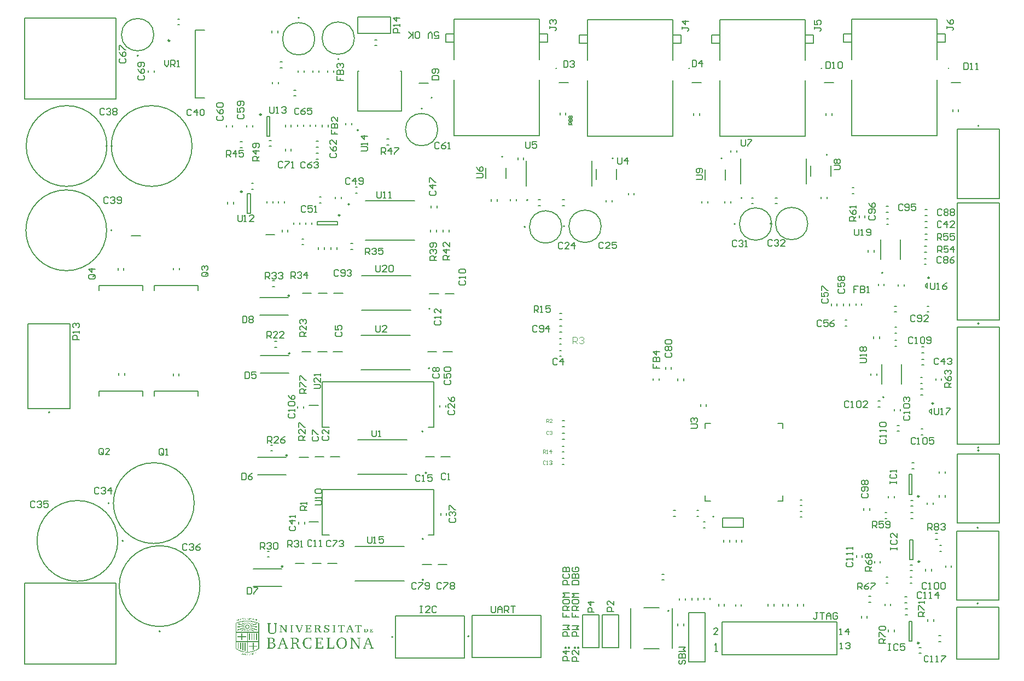
<source format=gto>
G04*
G04 #@! TF.GenerationSoftware,Altium Limited,Altium Designer,19.1.5 (86)*
G04*
G04 Layer_Color=65535*
%FSLAX25Y25*%
%MOIN*%
G70*
G01*
G75*
%ADD10C,0.00787*%
%ADD11C,0.00500*%
%ADD12C,0.01000*%
%ADD13C,0.00984*%
%ADD14C,0.00600*%
%ADD15C,0.00602*%
%ADD16C,0.00800*%
%ADD17C,0.00559*%
%ADD18C,0.00394*%
%ADD19C,0.00642*%
G36*
X237763Y130795D02*
X237868D01*
Y130690D01*
X237552D01*
Y130585D01*
Y130480D01*
X237763D01*
Y130375D01*
X237868D01*
Y130270D01*
X237973D01*
Y130165D01*
X237868D01*
Y130060D01*
Y129954D01*
X237342D01*
Y130060D01*
Y130165D01*
X237447D01*
Y130060D01*
X237658D01*
Y130165D01*
X237763D01*
Y130270D01*
X237552D01*
Y130375D01*
X237342D01*
Y130480D01*
Y130585D01*
Y130690D01*
Y130795D01*
X237552D01*
Y130900D01*
X237763D01*
Y130795D01*
D02*
G37*
G36*
X239759D02*
X239969D01*
Y130690D01*
X239549D01*
Y130585D01*
Y130480D01*
X239864D01*
Y130375D01*
X239654D01*
Y130270D01*
X239549D01*
Y130165D01*
Y130060D01*
X239969D01*
Y129954D01*
X239444D01*
Y130060D01*
Y130165D01*
Y130270D01*
Y130375D01*
Y130480D01*
Y130585D01*
Y130690D01*
Y130795D01*
Y130900D01*
X239759D01*
Y130795D01*
D02*
G37*
G36*
X239129D02*
X239234D01*
Y130690D01*
Y130585D01*
Y130480D01*
Y130375D01*
X239024D01*
Y130270D01*
X238813D01*
Y130165D01*
Y130060D01*
Y129954D01*
X238603D01*
Y130060D01*
Y130165D01*
Y130270D01*
Y130375D01*
Y130480D01*
Y130585D01*
Y130690D01*
Y130795D01*
Y130900D01*
X239129D01*
Y130795D01*
D02*
G37*
G36*
X234085Y130165D02*
Y130060D01*
Y129954D01*
X233980D01*
Y130060D01*
X233769D01*
Y129954D01*
Y129849D01*
X233875D01*
Y129954D01*
X233980D01*
Y129849D01*
X234085D01*
Y129744D01*
X234190D01*
Y129639D01*
Y129534D01*
X234085D01*
Y129429D01*
X233980D01*
Y129324D01*
X233559D01*
Y129429D01*
Y129534D01*
Y129639D01*
Y129744D01*
Y129849D01*
Y129954D01*
Y130060D01*
Y130165D01*
X233769D01*
Y130270D01*
X234085D01*
Y130165D01*
D02*
G37*
G36*
X244593Y129954D02*
X244698D01*
Y129849D01*
X244593D01*
Y129954D01*
X244383D01*
Y129849D01*
Y129744D01*
Y129639D01*
X244698D01*
Y129534D01*
X244383D01*
Y129429D01*
Y129324D01*
Y129219D01*
X244698D01*
Y129114D01*
X244383D01*
Y129219D01*
X244173D01*
Y129324D01*
Y129429D01*
Y129534D01*
Y129639D01*
Y129744D01*
Y129849D01*
Y129954D01*
Y130060D01*
X244593D01*
Y129954D01*
D02*
G37*
G36*
X241546Y130585D02*
X241231D01*
Y130480D01*
Y130375D01*
Y130270D01*
X241546D01*
Y130165D01*
X241231D01*
Y130060D01*
Y129954D01*
Y129849D01*
X241020D01*
Y129954D01*
Y130060D01*
Y130165D01*
Y130270D01*
Y130375D01*
Y130480D01*
Y130585D01*
Y130690D01*
X241546D01*
Y130585D01*
D02*
G37*
G36*
X240600Y130690D02*
X240705D01*
Y130585D01*
X240810D01*
Y130480D01*
Y130375D01*
X240705D01*
Y130270D01*
Y130165D01*
Y130060D01*
X240810D01*
Y129954D01*
Y129849D01*
X240600D01*
Y129954D01*
Y130060D01*
X240495D01*
Y130165D01*
Y130270D01*
X240285D01*
Y130165D01*
Y130060D01*
Y129954D01*
X240180D01*
Y130060D01*
Y130165D01*
Y130270D01*
Y130375D01*
Y130480D01*
Y130585D01*
Y130690D01*
Y130795D01*
X240600D01*
Y130690D01*
D02*
G37*
G36*
X237027D02*
Y130585D01*
Y130480D01*
Y130375D01*
X237132D01*
Y130270D01*
Y130165D01*
Y130060D01*
Y129954D01*
Y129849D01*
X237027D01*
Y129954D01*
X236922D01*
Y130060D01*
X236712D01*
Y129954D01*
X236607D01*
Y129849D01*
X236502D01*
Y129954D01*
Y130060D01*
Y130165D01*
Y130270D01*
X236607D01*
Y130375D01*
Y130480D01*
Y130585D01*
Y130690D01*
X236712D01*
Y130795D01*
X237027D01*
Y130690D01*
D02*
G37*
G36*
X236502Y130585D02*
X236186D01*
Y130480D01*
Y130375D01*
Y130270D01*
Y130165D01*
Y130060D01*
Y129954D01*
Y129849D01*
Y129744D01*
X236081D01*
Y129849D01*
Y129954D01*
Y130060D01*
Y130165D01*
Y130270D01*
Y130375D01*
Y130480D01*
X235871D01*
Y130585D01*
Y130690D01*
X236502D01*
Y130585D01*
D02*
G37*
G36*
X235661Y130480D02*
Y130375D01*
Y130270D01*
Y130165D01*
X235556D01*
Y130060D01*
Y129954D01*
X235661D01*
Y129849D01*
X235766D01*
Y129744D01*
X235451D01*
Y129849D01*
Y129954D01*
X235346D01*
Y130060D01*
X235241D01*
Y129954D01*
Y129849D01*
Y129744D01*
Y129639D01*
X235031D01*
Y129744D01*
Y129849D01*
Y129954D01*
Y130060D01*
Y130165D01*
Y130270D01*
Y130375D01*
Y130480D01*
X235136D01*
Y130585D01*
X235661D01*
Y130480D01*
D02*
G37*
G36*
X241756Y130585D02*
X241861D01*
Y130480D01*
Y130375D01*
Y130270D01*
Y130165D01*
X241966D01*
Y130060D01*
Y129954D01*
X242071D01*
Y130060D01*
Y130165D01*
Y130270D01*
Y130375D01*
Y130480D01*
X242176D01*
Y130585D01*
X242281D01*
Y130480D01*
Y130375D01*
Y130270D01*
Y130165D01*
X242176D01*
Y130060D01*
Y129954D01*
Y129849D01*
X242071D01*
Y129744D01*
Y129639D01*
X241966D01*
Y129744D01*
X241861D01*
Y129849D01*
Y129954D01*
X241756D01*
Y130060D01*
Y130165D01*
Y130270D01*
Y130375D01*
X241651D01*
Y130480D01*
Y130585D01*
Y130690D01*
X241756D01*
Y130585D01*
D02*
G37*
G36*
X242702Y130375D02*
Y130270D01*
X242807D01*
Y130165D01*
Y130060D01*
X242912D01*
Y129954D01*
Y129849D01*
Y129744D01*
X243017D01*
Y129849D01*
Y129954D01*
Y130060D01*
Y130165D01*
Y130270D01*
Y130375D01*
X243122D01*
Y130270D01*
Y130165D01*
Y130060D01*
Y129954D01*
Y129849D01*
Y129744D01*
Y129639D01*
Y129534D01*
X242912D01*
Y129639D01*
Y129744D01*
X242807D01*
Y129849D01*
Y129954D01*
X242702D01*
Y130060D01*
Y130165D01*
Y130270D01*
X242597D01*
Y130165D01*
Y130060D01*
Y129954D01*
Y129849D01*
Y129744D01*
Y129639D01*
X242492D01*
Y129744D01*
Y129849D01*
Y129954D01*
Y130060D01*
Y130165D01*
Y130270D01*
Y130375D01*
Y130480D01*
X242702D01*
Y130375D01*
D02*
G37*
G36*
X234820D02*
X234715D01*
Y130270D01*
X234505D01*
Y130165D01*
Y130060D01*
X234820D01*
Y129954D01*
X234505D01*
Y129849D01*
Y129744D01*
Y129639D01*
X234820D01*
Y129534D01*
X234505D01*
Y129429D01*
X234400D01*
Y129534D01*
X234295D01*
Y129639D01*
Y129744D01*
Y129849D01*
Y129954D01*
Y130060D01*
Y130165D01*
Y130270D01*
Y130375D01*
X234610D01*
Y130480D01*
X234820D01*
Y130375D01*
D02*
G37*
G36*
X243753Y130165D02*
X243858D01*
Y130060D01*
X243963D01*
Y129954D01*
X244068D01*
Y129849D01*
Y129744D01*
Y129639D01*
Y129534D01*
X243963D01*
Y129429D01*
Y129324D01*
X243542D01*
Y129429D01*
X243332D01*
Y129534D01*
Y129639D01*
Y129744D01*
Y129849D01*
Y129954D01*
Y130060D01*
Y130165D01*
Y130270D01*
X243753D01*
Y130165D01*
D02*
G37*
G36*
X233349Y129954D02*
Y129849D01*
Y129744D01*
Y129639D01*
Y129534D01*
Y129429D01*
Y129324D01*
Y129219D01*
X233139D01*
Y129324D01*
Y129429D01*
Y129534D01*
Y129639D01*
Y129744D01*
Y129849D01*
Y129954D01*
Y130060D01*
X233349D01*
Y129954D01*
D02*
G37*
G36*
X232719Y129744D02*
Y129639D01*
Y129534D01*
Y129429D01*
Y129324D01*
Y129219D01*
X232929D01*
Y129114D01*
X232824D01*
Y129009D01*
X232508D01*
Y129114D01*
Y129219D01*
Y129324D01*
Y129429D01*
Y129534D01*
Y129639D01*
Y129744D01*
Y129849D01*
X232719D01*
Y129744D01*
D02*
G37*
G36*
X245854Y129219D02*
X245959D01*
Y129114D01*
Y129009D01*
Y128903D01*
X245749D01*
Y129009D01*
X245644D01*
Y129114D01*
Y129219D01*
X245749D01*
Y129324D01*
X245854D01*
Y129219D01*
D02*
G37*
G36*
X245013Y129849D02*
X245329D01*
Y129744D01*
X245434D01*
Y129639D01*
X245224D01*
Y129534D01*
Y129429D01*
Y129324D01*
Y129219D01*
Y129114D01*
Y129009D01*
Y128903D01*
X245119D01*
Y129009D01*
X245013D01*
Y129114D01*
Y129219D01*
Y129324D01*
Y129429D01*
Y129534D01*
Y129639D01*
Y129744D01*
X244908D01*
Y129849D01*
X244803D01*
Y129954D01*
X245013D01*
Y129849D01*
D02*
G37*
G36*
X231878Y129219D02*
X231983D01*
Y129114D01*
Y129009D01*
X231878D01*
Y128903D01*
X231668D01*
Y129009D01*
Y129114D01*
Y129219D01*
X231773D01*
Y129324D01*
X231878D01*
Y129219D01*
D02*
G37*
G36*
X277590Y126382D02*
Y126276D01*
Y126171D01*
Y126066D01*
Y125961D01*
Y125856D01*
Y125751D01*
Y125646D01*
Y125541D01*
X277169D01*
Y125646D01*
Y125751D01*
X277064D01*
Y125856D01*
Y125961D01*
Y126066D01*
Y126171D01*
X275383D01*
Y126066D01*
Y125961D01*
Y125856D01*
Y125751D01*
Y125646D01*
Y125541D01*
Y125436D01*
Y125331D01*
Y125226D01*
Y125120D01*
Y125015D01*
Y124910D01*
Y124805D01*
Y124700D01*
Y124595D01*
X276539D01*
Y124700D01*
Y124805D01*
X276644D01*
Y124910D01*
Y125015D01*
Y125120D01*
X277064D01*
Y125015D01*
Y124910D01*
Y124805D01*
Y124700D01*
Y124595D01*
Y124490D01*
Y124385D01*
Y124280D01*
Y124175D01*
Y124070D01*
Y123965D01*
Y123860D01*
Y123754D01*
X276644D01*
Y123860D01*
Y123965D01*
Y124070D01*
X276539D01*
Y124175D01*
Y124280D01*
X275383D01*
Y124175D01*
Y124070D01*
Y123965D01*
Y123860D01*
Y123754D01*
Y123649D01*
Y123544D01*
Y123439D01*
Y123334D01*
Y123229D01*
Y123124D01*
Y123019D01*
Y122914D01*
Y122809D01*
Y122704D01*
Y122599D01*
Y122493D01*
X277274D01*
Y122599D01*
Y122704D01*
X277379D01*
Y122809D01*
Y122914D01*
Y123019D01*
Y123124D01*
Y123229D01*
X277484D01*
Y123334D01*
X277800D01*
Y123229D01*
X277905D01*
Y123124D01*
Y123019D01*
Y122914D01*
Y122809D01*
Y122704D01*
Y122599D01*
Y122493D01*
Y122388D01*
Y122283D01*
Y122178D01*
X274122D01*
Y122283D01*
Y122388D01*
Y122493D01*
X274647D01*
Y122599D01*
Y122704D01*
Y122809D01*
Y122914D01*
Y123019D01*
Y123124D01*
Y123229D01*
Y123334D01*
Y123439D01*
Y123544D01*
Y123649D01*
Y123754D01*
Y123860D01*
Y123965D01*
Y124070D01*
Y124175D01*
Y124280D01*
Y124385D01*
Y124490D01*
Y124595D01*
Y124700D01*
Y124805D01*
Y124910D01*
Y125015D01*
Y125120D01*
Y125226D01*
Y125331D01*
Y125436D01*
Y125541D01*
Y125646D01*
Y125751D01*
Y125856D01*
Y125961D01*
Y126066D01*
Y126171D01*
X274227D01*
Y126276D01*
X274122D01*
Y126382D01*
Y126487D01*
X277590D01*
Y126382D01*
D02*
G37*
G36*
X308379D02*
Y126276D01*
Y126171D01*
Y126066D01*
Y125961D01*
Y125856D01*
Y125751D01*
Y125646D01*
Y125541D01*
Y125436D01*
X307959D01*
Y125541D01*
Y125646D01*
Y125751D01*
Y125856D01*
X307854D01*
Y125961D01*
Y126066D01*
Y126171D01*
X306698D01*
Y126066D01*
Y125961D01*
Y125856D01*
Y125751D01*
Y125646D01*
Y125541D01*
Y125436D01*
Y125331D01*
Y125226D01*
Y125120D01*
Y125015D01*
Y124910D01*
Y124805D01*
Y124700D01*
Y124595D01*
Y124490D01*
Y124385D01*
Y124280D01*
Y124175D01*
Y124070D01*
Y123965D01*
Y123860D01*
Y123754D01*
Y123649D01*
Y123544D01*
Y123439D01*
Y123334D01*
Y123229D01*
Y123124D01*
Y123019D01*
Y122914D01*
Y122809D01*
Y122704D01*
Y122599D01*
X306803D01*
Y122493D01*
X307328D01*
Y122388D01*
Y122283D01*
Y122178D01*
X305437D01*
Y122283D01*
Y122388D01*
Y122493D01*
X305962D01*
Y122599D01*
Y122704D01*
Y122809D01*
Y122914D01*
Y123019D01*
Y123124D01*
Y123229D01*
Y123334D01*
Y123439D01*
Y123544D01*
Y123649D01*
Y123754D01*
Y123860D01*
Y123965D01*
Y124070D01*
Y124175D01*
Y124280D01*
Y124385D01*
Y124490D01*
Y124595D01*
Y124700D01*
Y124805D01*
Y124910D01*
Y125015D01*
Y125120D01*
Y125226D01*
Y125331D01*
Y125436D01*
Y125541D01*
Y125646D01*
Y125751D01*
Y125856D01*
Y125961D01*
Y126066D01*
Y126171D01*
X304911D01*
Y126066D01*
Y125961D01*
X304806D01*
Y125856D01*
Y125751D01*
Y125646D01*
Y125541D01*
Y125436D01*
X304386D01*
Y125541D01*
X304281D01*
Y125646D01*
Y125751D01*
Y125856D01*
Y125961D01*
Y126066D01*
Y126171D01*
Y126276D01*
Y126382D01*
Y126487D01*
X308379D01*
Y126382D01*
D02*
G37*
G36*
X298186D02*
Y126276D01*
Y126171D01*
Y126066D01*
Y125961D01*
Y125856D01*
Y125751D01*
Y125646D01*
Y125541D01*
Y125436D01*
X297766D01*
Y125541D01*
X297661D01*
Y125646D01*
Y125751D01*
Y125856D01*
Y125961D01*
Y126066D01*
X297556D01*
Y126171D01*
X296505D01*
Y126066D01*
Y125961D01*
Y125856D01*
Y125751D01*
Y125646D01*
Y125541D01*
Y125436D01*
Y125331D01*
Y125226D01*
Y125120D01*
Y125015D01*
Y124910D01*
Y124805D01*
Y124700D01*
Y124595D01*
Y124490D01*
Y124385D01*
Y124280D01*
Y124175D01*
Y124070D01*
Y123965D01*
Y123860D01*
Y123754D01*
Y123649D01*
Y123544D01*
Y123439D01*
Y123334D01*
Y123229D01*
Y123124D01*
Y123019D01*
Y122914D01*
Y122809D01*
Y122704D01*
Y122599D01*
Y122493D01*
X297030D01*
Y122388D01*
Y122283D01*
Y122178D01*
X295139D01*
Y122283D01*
Y122388D01*
Y122493D01*
X295664D01*
Y122599D01*
X295769D01*
Y122704D01*
Y122809D01*
Y122914D01*
Y123019D01*
Y123124D01*
Y123229D01*
Y123334D01*
Y123439D01*
Y123544D01*
Y123649D01*
Y123754D01*
Y123860D01*
Y123965D01*
Y124070D01*
Y124175D01*
Y124280D01*
Y124385D01*
Y124490D01*
Y124595D01*
Y124700D01*
Y124805D01*
Y124910D01*
Y125015D01*
Y125120D01*
Y125226D01*
Y125331D01*
Y125436D01*
Y125541D01*
Y125646D01*
Y125751D01*
Y125856D01*
Y125961D01*
Y126066D01*
Y126171D01*
X294613D01*
Y126066D01*
Y125961D01*
Y125856D01*
Y125751D01*
X294508D01*
Y125646D01*
Y125541D01*
Y125436D01*
X294088D01*
Y125541D01*
Y125646D01*
Y125751D01*
Y125856D01*
Y125961D01*
Y126066D01*
Y126171D01*
Y126276D01*
Y126382D01*
Y126487D01*
X298186D01*
Y126382D01*
D02*
G37*
G36*
X288098Y126487D02*
X288518D01*
Y126382D01*
X288623D01*
Y126276D01*
Y126171D01*
Y126066D01*
Y125961D01*
Y125856D01*
Y125751D01*
Y125646D01*
Y125541D01*
Y125436D01*
Y125331D01*
X288098D01*
Y125436D01*
Y125541D01*
Y125646D01*
Y125751D01*
Y125856D01*
Y125961D01*
X287993D01*
Y126066D01*
X287888D01*
Y126171D01*
X287468D01*
Y126276D01*
X287257D01*
Y126171D01*
X286837D01*
Y126066D01*
X286627D01*
Y125961D01*
X286522D01*
Y125856D01*
Y125751D01*
X286417D01*
Y125646D01*
Y125541D01*
Y125436D01*
Y125331D01*
Y125226D01*
X286522D01*
Y125120D01*
X286627D01*
Y125015D01*
X286732D01*
Y124910D01*
X286942D01*
Y124805D01*
X287152D01*
Y124700D01*
X287468D01*
Y124595D01*
X287783D01*
Y124490D01*
X287993D01*
Y124385D01*
X288203D01*
Y124280D01*
X288413D01*
Y124175D01*
X288518D01*
Y124070D01*
X288623D01*
Y123965D01*
Y123860D01*
X288728D01*
Y123754D01*
Y123649D01*
Y123544D01*
X288834D01*
Y123439D01*
Y123334D01*
X288728D01*
Y123229D01*
Y123124D01*
Y123019D01*
Y122914D01*
X288623D01*
Y122809D01*
Y122704D01*
X288518D01*
Y122599D01*
X288413D01*
Y122493D01*
X288203D01*
Y122388D01*
X288098D01*
Y122283D01*
X287783D01*
Y122178D01*
X287362D01*
Y122073D01*
X286207D01*
Y122178D01*
X285786D01*
Y122283D01*
X285576D01*
Y122388D01*
Y122493D01*
Y122599D01*
Y122704D01*
Y122809D01*
Y122914D01*
Y123019D01*
Y123124D01*
Y123229D01*
Y123334D01*
Y123439D01*
Y123544D01*
X285996D01*
Y123439D01*
X286101D01*
Y123334D01*
Y123229D01*
Y123124D01*
Y123019D01*
Y122914D01*
Y122809D01*
Y122704D01*
X286207D01*
Y122599D01*
X286417D01*
Y122493D01*
X287468D01*
Y122599D01*
X287678D01*
Y122704D01*
X287888D01*
Y122809D01*
Y122914D01*
X287993D01*
Y123019D01*
Y123124D01*
Y123229D01*
Y123334D01*
Y123439D01*
Y123544D01*
X287888D01*
Y123649D01*
X287783D01*
Y123754D01*
X287573D01*
Y123860D01*
X287362D01*
Y123965D01*
X287152D01*
Y124070D01*
X286942D01*
Y124175D01*
X286627D01*
Y124280D01*
X286417D01*
Y124385D01*
X286207D01*
Y124490D01*
X285996D01*
Y124595D01*
X285891D01*
Y124700D01*
X285786D01*
Y124805D01*
Y124910D01*
X285681D01*
Y125015D01*
Y125120D01*
Y125226D01*
Y125331D01*
Y125436D01*
Y125541D01*
Y125646D01*
Y125751D01*
Y125856D01*
X285786D01*
Y125961D01*
X285891D01*
Y126066D01*
Y126171D01*
X285996D01*
Y126276D01*
X286207D01*
Y126382D01*
X286417D01*
Y126487D01*
X286732D01*
Y126592D01*
X288098D01*
Y126487D01*
D02*
G37*
G36*
X315210Y124175D02*
Y124070D01*
Y123965D01*
Y123860D01*
X314895D01*
Y123965D01*
Y124070D01*
X314789D01*
Y124175D01*
X314159D01*
Y124070D01*
Y123965D01*
Y123860D01*
Y123754D01*
Y123649D01*
Y123544D01*
Y123439D01*
Y123334D01*
X314579D01*
Y123439D01*
Y123544D01*
Y123649D01*
X314895D01*
Y123544D01*
Y123439D01*
Y123334D01*
Y123229D01*
Y123124D01*
Y123019D01*
Y122914D01*
X314579D01*
Y123019D01*
Y123124D01*
Y123229D01*
X314159D01*
Y123124D01*
Y123019D01*
Y122914D01*
Y122809D01*
Y122704D01*
Y122599D01*
Y122493D01*
Y122388D01*
X315000D01*
Y122493D01*
Y122599D01*
Y122704D01*
X315315D01*
Y122599D01*
Y122493D01*
Y122388D01*
Y122283D01*
Y122178D01*
X313318D01*
Y122283D01*
X313423D01*
Y122388D01*
X313528D01*
Y122493D01*
X313633D01*
Y122599D01*
Y122704D01*
Y122809D01*
Y122914D01*
Y123019D01*
Y123124D01*
Y123229D01*
Y123334D01*
Y123439D01*
Y123544D01*
Y123649D01*
Y123754D01*
Y123860D01*
Y123965D01*
Y124070D01*
X313528D01*
Y124175D01*
X313318D01*
Y124280D01*
X315210D01*
Y124175D01*
D02*
G37*
G36*
X263193Y126382D02*
Y126276D01*
X263088D01*
Y126171D01*
X262668D01*
Y126066D01*
Y125961D01*
Y125856D01*
Y125751D01*
Y125646D01*
Y125541D01*
Y125436D01*
Y125331D01*
Y125226D01*
Y125120D01*
Y125015D01*
Y124910D01*
Y124805D01*
Y124700D01*
Y124595D01*
Y124490D01*
Y124385D01*
Y124280D01*
Y124175D01*
Y124070D01*
Y123965D01*
Y123860D01*
Y123754D01*
Y123649D01*
Y123544D01*
Y123439D01*
Y123334D01*
Y123229D01*
Y123124D01*
Y123019D01*
Y122914D01*
Y122809D01*
Y122704D01*
Y122599D01*
Y122493D01*
X262773D01*
Y122388D01*
X262878D01*
Y122283D01*
Y122178D01*
X262142D01*
Y122283D01*
X262037D01*
Y122388D01*
X261932D01*
Y122493D01*
X261827D01*
Y122599D01*
Y122704D01*
X261722D01*
Y122809D01*
X261617D01*
Y122914D01*
X261512D01*
Y123019D01*
Y123124D01*
X261407D01*
Y123229D01*
X261301D01*
Y123334D01*
X261196D01*
Y123439D01*
Y123544D01*
X261091D01*
Y123649D01*
X260986D01*
Y123754D01*
X260881D01*
Y123860D01*
Y123965D01*
X260776D01*
Y124070D01*
X260671D01*
Y124175D01*
Y124280D01*
X260566D01*
Y124385D01*
X260461D01*
Y124490D01*
X260356D01*
Y124595D01*
Y124700D01*
X260251D01*
Y124805D01*
X260146D01*
Y124910D01*
X260040D01*
Y125015D01*
Y125120D01*
X259935D01*
Y125226D01*
X259830D01*
Y125331D01*
X259725D01*
Y125436D01*
Y125541D01*
X259515D01*
Y125436D01*
Y125331D01*
Y125226D01*
Y125120D01*
Y125015D01*
Y124910D01*
Y124805D01*
Y124700D01*
Y124595D01*
Y124490D01*
Y124385D01*
Y124280D01*
Y124175D01*
Y124070D01*
Y123965D01*
Y123860D01*
Y123754D01*
Y123649D01*
Y123544D01*
Y123439D01*
Y123334D01*
Y123229D01*
Y123124D01*
Y123019D01*
Y122914D01*
Y122809D01*
Y122704D01*
Y122599D01*
X259620D01*
Y122493D01*
X260040D01*
Y122388D01*
X260146D01*
Y122283D01*
Y122178D01*
X258569D01*
Y122283D01*
Y122388D01*
Y122493D01*
X258990D01*
Y122599D01*
X259095D01*
Y122704D01*
Y122809D01*
Y122914D01*
Y123019D01*
Y123124D01*
Y123229D01*
Y123334D01*
Y123439D01*
Y123544D01*
Y123649D01*
Y123754D01*
Y123860D01*
Y123965D01*
Y124070D01*
Y124175D01*
Y124280D01*
Y124385D01*
Y124490D01*
Y124595D01*
Y124700D01*
Y124805D01*
Y124910D01*
Y125015D01*
Y125120D01*
Y125226D01*
Y125331D01*
Y125436D01*
Y125541D01*
Y125646D01*
Y125751D01*
Y125856D01*
Y125961D01*
Y126066D01*
Y126171D01*
X258674D01*
Y126276D01*
X258569D01*
Y126382D01*
Y126487D01*
X259935D01*
Y126382D01*
Y126276D01*
X260040D01*
Y126171D01*
Y126066D01*
X260146D01*
Y125961D01*
X260251D01*
Y125856D01*
X260356D01*
Y125751D01*
Y125646D01*
X260461D01*
Y125541D01*
X260566D01*
Y125436D01*
Y125331D01*
X260671D01*
Y125226D01*
X260776D01*
Y125120D01*
X260881D01*
Y125015D01*
Y124910D01*
X260986D01*
Y124805D01*
X261091D01*
Y124700D01*
X261196D01*
Y124595D01*
Y124490D01*
X261301D01*
Y124385D01*
X261407D01*
Y124280D01*
X261512D01*
Y124175D01*
Y124070D01*
X261617D01*
Y123965D01*
X261722D01*
Y123860D01*
Y123754D01*
X261827D01*
Y123649D01*
X261932D01*
Y123544D01*
X262037D01*
Y123439D01*
Y123334D01*
X262247D01*
Y123439D01*
Y123544D01*
Y123649D01*
Y123754D01*
Y123860D01*
Y123965D01*
Y124070D01*
Y124175D01*
Y124280D01*
Y124385D01*
Y124490D01*
Y124595D01*
Y124700D01*
Y124805D01*
Y124910D01*
Y125015D01*
Y125120D01*
Y125226D01*
Y125331D01*
Y125436D01*
Y125541D01*
Y125646D01*
Y125751D01*
Y125856D01*
Y125961D01*
Y126066D01*
X262142D01*
Y126171D01*
X261722D01*
Y126276D01*
X261617D01*
Y126382D01*
Y126487D01*
X263193D01*
Y126382D01*
D02*
G37*
G36*
X272861D02*
Y126276D01*
X272756D01*
Y126171D01*
X272441D01*
Y126066D01*
X272335D01*
Y125961D01*
Y125856D01*
X272230D01*
Y125751D01*
Y125646D01*
Y125541D01*
X272125D01*
Y125436D01*
Y125331D01*
X272020D01*
Y125226D01*
Y125120D01*
Y125015D01*
X271915D01*
Y124910D01*
Y124805D01*
X271810D01*
Y124700D01*
Y124595D01*
Y124490D01*
X271705D01*
Y124385D01*
Y124280D01*
X271600D01*
Y124175D01*
Y124070D01*
Y123965D01*
X271495D01*
Y123860D01*
Y123754D01*
X271390D01*
Y123649D01*
Y123544D01*
X271285D01*
Y123439D01*
Y123334D01*
Y123229D01*
X271180D01*
Y123124D01*
Y123019D01*
X271074D01*
Y122914D01*
Y122809D01*
Y122704D01*
X270969D01*
Y122599D01*
Y122493D01*
X270864D01*
Y122388D01*
Y122283D01*
Y122178D01*
X270129D01*
Y122283D01*
Y122388D01*
X270023D01*
Y122493D01*
Y122599D01*
Y122704D01*
X269918D01*
Y122809D01*
Y122914D01*
X269813D01*
Y123019D01*
Y123124D01*
Y123229D01*
X269708D01*
Y123334D01*
Y123439D01*
X269603D01*
Y123544D01*
Y123649D01*
X269498D01*
Y123754D01*
Y123860D01*
Y123965D01*
X269393D01*
Y124070D01*
Y124175D01*
X269288D01*
Y124280D01*
Y124385D01*
Y124490D01*
X269183D01*
Y124595D01*
Y124700D01*
X269078D01*
Y124805D01*
Y124910D01*
Y125015D01*
X268973D01*
Y125120D01*
Y125226D01*
X268868D01*
Y125331D01*
Y125436D01*
X268762D01*
Y125541D01*
Y125646D01*
Y125751D01*
X268657D01*
Y125856D01*
Y125961D01*
X268552D01*
Y126066D01*
Y126171D01*
X268132D01*
Y126276D01*
X268027D01*
Y126382D01*
Y126487D01*
X269813D01*
Y126382D01*
Y126276D01*
X269708D01*
Y126171D01*
X269393D01*
Y126066D01*
Y125961D01*
Y125856D01*
X269498D01*
Y125751D01*
Y125646D01*
X269603D01*
Y125541D01*
Y125436D01*
Y125331D01*
X269708D01*
Y125226D01*
Y125120D01*
X269813D01*
Y125015D01*
Y124910D01*
X269918D01*
Y124805D01*
Y124700D01*
Y124595D01*
X270023D01*
Y124490D01*
Y124385D01*
X270129D01*
Y124280D01*
Y124175D01*
X270234D01*
Y124070D01*
Y123965D01*
Y123860D01*
X270339D01*
Y123754D01*
Y123649D01*
X270444D01*
Y123544D01*
Y123439D01*
Y123334D01*
X270549D01*
Y123229D01*
Y123124D01*
X270654D01*
Y123019D01*
X270759D01*
Y123124D01*
Y123229D01*
X270864D01*
Y123334D01*
Y123439D01*
X270969D01*
Y123544D01*
Y123649D01*
Y123754D01*
X271074D01*
Y123860D01*
Y123965D01*
X271180D01*
Y124070D01*
Y124175D01*
Y124280D01*
X271285D01*
Y124385D01*
Y124490D01*
X271390D01*
Y124595D01*
Y124700D01*
Y124805D01*
X271495D01*
Y124910D01*
Y125015D01*
X271600D01*
Y125120D01*
Y125226D01*
Y125331D01*
X271705D01*
Y125436D01*
Y125541D01*
X271810D01*
Y125646D01*
Y125751D01*
Y125856D01*
X271915D01*
Y125961D01*
Y126066D01*
Y126171D01*
X271600D01*
Y126276D01*
X271495D01*
Y126382D01*
Y126487D01*
X272861D01*
Y126382D01*
D02*
G37*
G36*
X311532Y124175D02*
X311847D01*
Y124070D01*
X311952D01*
Y123965D01*
X312057D01*
Y123860D01*
X312162D01*
Y123754D01*
X312267D01*
Y123649D01*
Y123544D01*
Y123439D01*
Y123334D01*
Y123229D01*
Y123124D01*
Y123019D01*
Y122914D01*
Y122809D01*
X312162D01*
Y122704D01*
Y122599D01*
X312057D01*
Y122493D01*
X311952D01*
Y122388D01*
X311742D01*
Y122283D01*
X311532D01*
Y122178D01*
X309851D01*
Y122283D01*
X309956D01*
Y122388D01*
X310166D01*
Y122493D01*
Y122599D01*
Y122704D01*
Y122809D01*
Y122914D01*
Y123019D01*
Y123124D01*
Y123229D01*
Y123334D01*
Y123439D01*
Y123544D01*
Y123649D01*
Y123754D01*
Y123860D01*
Y123965D01*
Y124070D01*
X310061D01*
Y124175D01*
X309851D01*
Y124280D01*
X311532D01*
Y124175D01*
D02*
G37*
G36*
X301654Y126487D02*
Y126382D01*
Y126276D01*
X301759D01*
Y126171D01*
Y126066D01*
X301864D01*
Y125961D01*
Y125856D01*
Y125751D01*
X301969D01*
Y125646D01*
Y125541D01*
X302074D01*
Y125436D01*
Y125331D01*
X302179D01*
Y125226D01*
Y125120D01*
Y125015D01*
X302284D01*
Y124910D01*
Y124805D01*
X302390D01*
Y124700D01*
Y124595D01*
X302495D01*
Y124490D01*
Y124385D01*
Y124280D01*
X302600D01*
Y124175D01*
Y124070D01*
X302705D01*
Y123965D01*
Y123860D01*
Y123754D01*
X302810D01*
Y123649D01*
Y123544D01*
X302915D01*
Y123439D01*
Y123334D01*
X303020D01*
Y123229D01*
Y123124D01*
Y123019D01*
X303125D01*
Y122914D01*
Y122809D01*
X303230D01*
Y122704D01*
Y122599D01*
X303335D01*
Y122493D01*
X303650D01*
Y122388D01*
X303756D01*
Y122283D01*
Y122178D01*
X301969D01*
Y122283D01*
Y122388D01*
Y122493D01*
X302495D01*
Y122599D01*
Y122704D01*
X302390D01*
Y122809D01*
Y122914D01*
X302284D01*
Y123019D01*
Y123124D01*
Y123229D01*
X302179D01*
Y123334D01*
Y123439D01*
X302074D01*
Y123544D01*
Y123649D01*
X301969D01*
Y123754D01*
Y123860D01*
X300288D01*
Y123754D01*
Y123649D01*
X300183D01*
Y123544D01*
Y123439D01*
X300078D01*
Y123334D01*
Y123229D01*
Y123124D01*
X299973D01*
Y123019D01*
Y122914D01*
X299868D01*
Y122809D01*
Y122704D01*
Y122599D01*
X299762D01*
Y122493D01*
X300288D01*
Y122388D01*
Y122283D01*
Y122178D01*
X298922D01*
Y122283D01*
Y122388D01*
Y122493D01*
X299342D01*
Y122599D01*
X299447D01*
Y122704D01*
Y122809D01*
Y122914D01*
X299552D01*
Y123019D01*
Y123124D01*
X299657D01*
Y123229D01*
Y123334D01*
Y123439D01*
X299762D01*
Y123544D01*
Y123649D01*
X299868D01*
Y123754D01*
Y123860D01*
Y123965D01*
X299973D01*
Y124070D01*
Y124175D01*
X300078D01*
Y124280D01*
Y124385D01*
X300183D01*
Y124490D01*
Y124595D01*
Y124700D01*
X300288D01*
Y124805D01*
Y124910D01*
X300393D01*
Y125015D01*
Y125120D01*
Y125226D01*
X300498D01*
Y125331D01*
Y125436D01*
X300603D01*
Y125541D01*
Y125646D01*
Y125751D01*
X300708D01*
Y125856D01*
Y125961D01*
X300813D01*
Y126066D01*
Y126171D01*
X300918D01*
Y126276D01*
Y126382D01*
Y126487D01*
X301023D01*
Y126592D01*
X301654D01*
Y126487D01*
D02*
G37*
G36*
X292512Y126382D02*
Y126276D01*
X292407D01*
Y126171D01*
X291986D01*
Y126066D01*
Y125961D01*
Y125856D01*
Y125751D01*
Y125646D01*
Y125541D01*
Y125436D01*
Y125331D01*
Y125226D01*
Y125120D01*
Y125015D01*
Y124910D01*
Y124805D01*
Y124700D01*
Y124595D01*
Y124490D01*
Y124385D01*
Y124280D01*
Y124175D01*
Y124070D01*
Y123965D01*
Y123860D01*
Y123754D01*
Y123649D01*
Y123544D01*
Y123439D01*
Y123334D01*
Y123229D01*
Y123124D01*
Y123019D01*
Y122914D01*
Y122809D01*
Y122704D01*
Y122599D01*
Y122493D01*
X292512D01*
Y122388D01*
Y122283D01*
Y122178D01*
X290620D01*
Y122283D01*
Y122388D01*
X290725D01*
Y122493D01*
X291251D01*
Y122599D01*
Y122704D01*
Y122809D01*
Y122914D01*
Y123019D01*
Y123124D01*
Y123229D01*
Y123334D01*
Y123439D01*
Y123544D01*
Y123649D01*
Y123754D01*
Y123860D01*
Y123965D01*
Y124070D01*
Y124175D01*
Y124280D01*
Y124385D01*
Y124490D01*
Y124595D01*
Y124700D01*
Y124805D01*
Y124910D01*
Y125015D01*
Y125120D01*
Y125226D01*
Y125331D01*
Y125436D01*
Y125541D01*
Y125646D01*
Y125751D01*
Y125856D01*
Y125961D01*
Y126066D01*
Y126171D01*
X290830D01*
Y126276D01*
X290620D01*
Y126382D01*
Y126487D01*
X292512D01*
Y126382D01*
D02*
G37*
G36*
X266871D02*
Y126276D01*
X266661D01*
Y126171D01*
X266241D01*
Y126066D01*
Y125961D01*
Y125856D01*
Y125751D01*
Y125646D01*
Y125541D01*
Y125436D01*
Y125331D01*
Y125226D01*
Y125120D01*
Y125015D01*
Y124910D01*
Y124805D01*
Y124700D01*
Y124595D01*
Y124490D01*
Y124385D01*
Y124280D01*
Y124175D01*
Y124070D01*
Y123965D01*
Y123860D01*
Y123754D01*
Y123649D01*
Y123544D01*
Y123439D01*
Y123334D01*
Y123229D01*
Y123124D01*
Y123019D01*
Y122914D01*
Y122809D01*
Y122704D01*
Y122599D01*
X266346D01*
Y122493D01*
X266766D01*
Y122388D01*
X266871D01*
Y122283D01*
Y122178D01*
X264980D01*
Y122283D01*
Y122388D01*
Y122493D01*
X265505D01*
Y122599D01*
Y122704D01*
Y122809D01*
Y122914D01*
Y123019D01*
Y123124D01*
Y123229D01*
Y123334D01*
Y123439D01*
Y123544D01*
Y123649D01*
Y123754D01*
Y123860D01*
Y123965D01*
Y124070D01*
Y124175D01*
Y124280D01*
Y124385D01*
Y124490D01*
Y124595D01*
Y124700D01*
Y124805D01*
Y124910D01*
Y125015D01*
Y125120D01*
Y125226D01*
Y125331D01*
Y125436D01*
Y125541D01*
Y125646D01*
Y125751D01*
Y125856D01*
Y125961D01*
Y126066D01*
Y126171D01*
X265085D01*
Y126276D01*
X264980D01*
Y126382D01*
Y126487D01*
X266871D01*
Y126382D01*
D02*
G37*
G36*
X282318D02*
X282634D01*
Y126276D01*
X282844D01*
Y126171D01*
X282949D01*
Y126066D01*
X283054D01*
Y125961D01*
X283159D01*
Y125856D01*
Y125751D01*
Y125646D01*
X283264D01*
Y125541D01*
Y125436D01*
Y125331D01*
Y125226D01*
Y125120D01*
X283159D01*
Y125015D01*
Y124910D01*
Y124805D01*
X283054D01*
Y124700D01*
X282949D01*
Y124595D01*
X282844D01*
Y124490D01*
X282634D01*
Y124385D01*
X282318D01*
Y124280D01*
Y124175D01*
X282529D01*
Y124070D01*
X282634D01*
Y123965D01*
X282739D01*
Y123860D01*
X282844D01*
Y123754D01*
Y123649D01*
X282949D01*
Y123544D01*
Y123439D01*
Y123334D01*
X283054D01*
Y123229D01*
Y123124D01*
Y123019D01*
X283159D01*
Y122914D01*
Y122809D01*
X283264D01*
Y122704D01*
Y122599D01*
X283474D01*
Y122493D01*
X284105D01*
Y122388D01*
Y122283D01*
Y122178D01*
X283790D01*
Y122073D01*
X283159D01*
Y122178D01*
X282844D01*
Y122283D01*
X282739D01*
Y122388D01*
X282634D01*
Y122493D01*
X282529D01*
Y122599D01*
Y122704D01*
X282423D01*
Y122809D01*
Y122914D01*
X282318D01*
Y123019D01*
Y123124D01*
Y123229D01*
X282213D01*
Y123334D01*
Y123439D01*
Y123544D01*
X282108D01*
Y123649D01*
Y123754D01*
X282003D01*
Y123860D01*
X281898D01*
Y123965D01*
X281793D01*
Y124070D01*
X280847D01*
Y123965D01*
Y123860D01*
Y123754D01*
Y123649D01*
Y123544D01*
Y123439D01*
Y123334D01*
Y123229D01*
Y123124D01*
Y123019D01*
Y122914D01*
Y122809D01*
Y122704D01*
Y122599D01*
X280952D01*
Y122493D01*
X281373D01*
Y122388D01*
Y122283D01*
Y122178D01*
X279586D01*
Y122283D01*
Y122388D01*
Y122493D01*
X280112D01*
Y122599D01*
Y122704D01*
Y122809D01*
Y122914D01*
Y123019D01*
Y123124D01*
Y123229D01*
Y123334D01*
Y123439D01*
Y123544D01*
Y123649D01*
Y123754D01*
Y123860D01*
Y123965D01*
Y124070D01*
Y124175D01*
Y124280D01*
Y124385D01*
Y124490D01*
Y124595D01*
Y124700D01*
Y124805D01*
Y124910D01*
Y125015D01*
Y125120D01*
Y125226D01*
Y125331D01*
Y125436D01*
Y125541D01*
Y125646D01*
Y125751D01*
Y125856D01*
Y125961D01*
Y126066D01*
Y126171D01*
X279796D01*
Y126276D01*
X279586D01*
Y126382D01*
Y126487D01*
X282318D01*
Y126382D01*
D02*
G37*
G36*
X256888Y127537D02*
Y127432D01*
Y127327D01*
Y127222D01*
X256468D01*
Y127117D01*
X256363D01*
Y127012D01*
Y126907D01*
Y126802D01*
Y126697D01*
Y126592D01*
Y126487D01*
Y126382D01*
Y126276D01*
Y126171D01*
Y126066D01*
Y125961D01*
Y125856D01*
Y125751D01*
Y125646D01*
Y125541D01*
Y125436D01*
Y125331D01*
Y125226D01*
Y125120D01*
Y125015D01*
Y124910D01*
Y124805D01*
Y124700D01*
Y124595D01*
Y124490D01*
Y124385D01*
Y124280D01*
Y124175D01*
Y124070D01*
Y123965D01*
Y123860D01*
Y123754D01*
Y123649D01*
Y123544D01*
Y123439D01*
Y123334D01*
Y123229D01*
X256258D01*
Y123124D01*
Y123019D01*
Y122914D01*
Y122809D01*
Y122704D01*
Y122599D01*
Y122493D01*
Y122388D01*
X256152D01*
Y122283D01*
Y122178D01*
X256047D01*
Y122073D01*
Y121968D01*
X255942D01*
Y121863D01*
Y121758D01*
X255837D01*
Y121653D01*
X255627D01*
Y121548D01*
X255522D01*
Y121443D01*
X255312D01*
Y121337D01*
X255102D01*
Y121232D01*
X254681D01*
Y121127D01*
X253105D01*
Y121232D01*
X252790D01*
Y121337D01*
X252474D01*
Y121443D01*
X252264D01*
Y121548D01*
X252159D01*
Y121653D01*
X252054D01*
Y121758D01*
X251949D01*
Y121863D01*
X251844D01*
Y121968D01*
X251739D01*
Y122073D01*
Y122178D01*
Y122283D01*
X251634D01*
Y122388D01*
Y122493D01*
Y122599D01*
X251529D01*
Y122704D01*
Y122809D01*
Y122914D01*
Y123019D01*
Y123124D01*
Y123229D01*
Y123334D01*
Y123439D01*
Y123544D01*
Y123649D01*
Y123754D01*
Y123860D01*
Y123965D01*
Y124070D01*
Y124175D01*
Y124280D01*
Y124385D01*
Y124490D01*
Y124595D01*
Y124700D01*
Y124805D01*
Y124910D01*
Y125015D01*
Y125120D01*
Y125226D01*
Y125331D01*
Y125436D01*
Y125541D01*
Y125646D01*
Y125751D01*
Y125856D01*
Y125961D01*
Y126066D01*
Y126171D01*
Y126276D01*
Y126382D01*
Y126487D01*
Y126592D01*
Y126697D01*
Y126802D01*
Y126907D01*
Y127012D01*
Y127117D01*
X251424D01*
Y127222D01*
X251003D01*
Y127327D01*
Y127432D01*
X250898D01*
Y127537D01*
X251003D01*
Y127643D01*
X253105D01*
Y127537D01*
Y127432D01*
Y127327D01*
Y127222D01*
X252474D01*
Y127117D01*
X252369D01*
Y127012D01*
Y126907D01*
Y126802D01*
Y126697D01*
Y126592D01*
Y126487D01*
Y126382D01*
Y126276D01*
Y126171D01*
Y126066D01*
Y125961D01*
Y125856D01*
Y125751D01*
Y125646D01*
Y125541D01*
Y125436D01*
Y125331D01*
Y125226D01*
Y125120D01*
Y125015D01*
Y124910D01*
Y124805D01*
Y124700D01*
Y124595D01*
Y124490D01*
Y124385D01*
Y124280D01*
Y124175D01*
Y124070D01*
Y123965D01*
Y123860D01*
Y123754D01*
Y123649D01*
Y123544D01*
Y123439D01*
Y123334D01*
Y123229D01*
Y123124D01*
Y123019D01*
Y122914D01*
X252474D01*
Y122809D01*
Y122704D01*
Y122599D01*
X252580D01*
Y122493D01*
Y122388D01*
Y122283D01*
X252685D01*
Y122178D01*
X252790D01*
Y122073D01*
X252895D01*
Y121968D01*
X253000D01*
Y121863D01*
X253210D01*
Y121758D01*
X253630D01*
Y121653D01*
X254576D01*
Y121758D01*
X254996D01*
Y121863D01*
X255207D01*
Y121968D01*
X255312D01*
Y122073D01*
X255417D01*
Y122178D01*
X255522D01*
Y122283D01*
Y122388D01*
X255627D01*
Y122493D01*
Y122599D01*
X255732D01*
Y122704D01*
Y122809D01*
Y122914D01*
Y123019D01*
X255837D01*
Y123124D01*
Y123229D01*
Y123334D01*
Y123439D01*
Y123544D01*
Y123649D01*
Y123754D01*
Y123860D01*
Y123965D01*
Y124070D01*
Y124175D01*
Y124280D01*
Y124385D01*
Y124490D01*
Y124595D01*
Y124700D01*
Y124805D01*
Y124910D01*
Y125015D01*
Y125120D01*
Y125226D01*
Y125331D01*
Y125436D01*
Y125541D01*
Y125646D01*
Y125751D01*
Y125856D01*
Y125961D01*
Y126066D01*
Y126171D01*
Y126276D01*
Y126382D01*
Y126487D01*
Y126592D01*
Y126697D01*
Y126802D01*
Y126907D01*
Y127012D01*
X255732D01*
Y127117D01*
X255627D01*
Y127222D01*
X255102D01*
Y127327D01*
Y127432D01*
Y127537D01*
Y127643D01*
X256888D01*
Y127537D01*
D02*
G37*
G36*
X284735Y118710D02*
Y118605D01*
Y118500D01*
Y118395D01*
Y118290D01*
Y118185D01*
Y118080D01*
Y117975D01*
Y117870D01*
Y117765D01*
Y117659D01*
Y117554D01*
Y117449D01*
X284210D01*
Y117554D01*
Y117659D01*
X284105D01*
Y117765D01*
Y117870D01*
Y117975D01*
Y118080D01*
Y118185D01*
Y118290D01*
X284000D01*
Y118395D01*
X281688D01*
Y118290D01*
X281583D01*
Y118185D01*
Y118080D01*
Y117975D01*
Y117870D01*
Y117765D01*
Y117659D01*
Y117554D01*
Y117449D01*
Y117344D01*
Y117239D01*
Y117134D01*
Y117029D01*
Y116924D01*
Y116819D01*
Y116714D01*
Y116609D01*
Y116504D01*
Y116399D01*
Y116293D01*
Y116188D01*
Y116083D01*
Y115978D01*
X281688D01*
Y115873D01*
X283264D01*
Y115978D01*
X283369D01*
Y116083D01*
X283474D01*
Y116188D01*
Y116293D01*
Y116399D01*
Y116504D01*
Y116609D01*
Y116714D01*
X283895D01*
Y116609D01*
Y116504D01*
Y116399D01*
Y116293D01*
Y116188D01*
Y116083D01*
Y115978D01*
Y115873D01*
Y115768D01*
Y115663D01*
Y115558D01*
Y115453D01*
Y115348D01*
Y115243D01*
Y115138D01*
Y115032D01*
Y114927D01*
Y114822D01*
Y114717D01*
Y114612D01*
X283474D01*
Y114717D01*
Y114822D01*
Y114927D01*
Y115032D01*
Y115138D01*
Y115243D01*
X283369D01*
Y115348D01*
Y115453D01*
X281688D01*
Y115348D01*
X281583D01*
Y115243D01*
Y115138D01*
Y115032D01*
Y114927D01*
Y114822D01*
Y114717D01*
Y114612D01*
Y114507D01*
Y114402D01*
Y114297D01*
Y114192D01*
Y114087D01*
Y113982D01*
Y113876D01*
Y113771D01*
Y113666D01*
Y113561D01*
Y113456D01*
Y113351D01*
Y113246D01*
Y113141D01*
Y113036D01*
Y112931D01*
Y112826D01*
Y112721D01*
X284315D01*
Y112826D01*
X284420D01*
Y112931D01*
Y113036D01*
Y113141D01*
X284525D01*
Y113246D01*
Y113351D01*
Y113456D01*
Y113561D01*
Y113666D01*
Y113771D01*
X284630D01*
Y113876D01*
X285051D01*
Y113771D01*
Y113666D01*
Y113561D01*
Y113456D01*
Y113351D01*
Y113246D01*
Y113141D01*
Y113036D01*
Y112931D01*
Y112826D01*
Y112721D01*
Y112616D01*
Y112510D01*
Y112405D01*
Y112300D01*
X280007D01*
Y112405D01*
Y112510D01*
Y112616D01*
X280427D01*
Y112721D01*
X280742D01*
Y112826D01*
Y112931D01*
Y113036D01*
Y113141D01*
Y113246D01*
Y113351D01*
Y113456D01*
Y113561D01*
Y113666D01*
Y113771D01*
Y113876D01*
Y113982D01*
Y114087D01*
Y114192D01*
Y114297D01*
Y114402D01*
Y114507D01*
Y114612D01*
Y114717D01*
Y114822D01*
Y114927D01*
Y115032D01*
Y115138D01*
Y115243D01*
Y115348D01*
Y115453D01*
Y115558D01*
Y115663D01*
Y115768D01*
Y115873D01*
Y115978D01*
Y116083D01*
Y116188D01*
Y116293D01*
Y116399D01*
Y116504D01*
Y116609D01*
Y116714D01*
Y116819D01*
Y116924D01*
Y117029D01*
Y117134D01*
Y117239D01*
Y117344D01*
Y117449D01*
Y117554D01*
Y117659D01*
Y117765D01*
Y117870D01*
Y117975D01*
Y118080D01*
Y118185D01*
Y118290D01*
X280637D01*
Y118395D01*
X280112D01*
Y118500D01*
X280007D01*
Y118605D01*
Y118710D01*
Y118816D01*
X284735D01*
Y118710D01*
D02*
G37*
G36*
X276854Y118816D02*
X277379D01*
Y118710D01*
X277695D01*
Y118605D01*
X277905D01*
Y118500D01*
Y118395D01*
Y118290D01*
Y118185D01*
Y118080D01*
Y117975D01*
Y117870D01*
Y117765D01*
Y117659D01*
Y117554D01*
Y117449D01*
Y117344D01*
Y117239D01*
Y117134D01*
X277379D01*
Y117239D01*
Y117344D01*
Y117449D01*
X277274D01*
Y117554D01*
Y117659D01*
Y117765D01*
Y117870D01*
Y117975D01*
X277169D01*
Y118080D01*
Y118185D01*
X276959D01*
Y118290D01*
X276749D01*
Y118395D01*
X275278D01*
Y118290D01*
X274962D01*
Y118185D01*
X274752D01*
Y118080D01*
X274542D01*
Y117975D01*
X274437D01*
Y117870D01*
X274332D01*
Y117765D01*
X274227D01*
Y117659D01*
X274122D01*
Y117554D01*
Y117449D01*
X274017D01*
Y117344D01*
X273912D01*
Y117239D01*
Y117134D01*
X273807D01*
Y117029D01*
Y116924D01*
Y116819D01*
X273702D01*
Y116714D01*
Y116609D01*
Y116504D01*
X273596D01*
Y116399D01*
Y116293D01*
Y116188D01*
Y116083D01*
Y115978D01*
Y115873D01*
Y115768D01*
Y115663D01*
Y115558D01*
Y115453D01*
Y115348D01*
Y115243D01*
Y115138D01*
Y115032D01*
Y114927D01*
Y114822D01*
Y114717D01*
X273702D01*
Y114612D01*
Y114507D01*
Y114402D01*
Y114297D01*
X273807D01*
Y114192D01*
Y114087D01*
X273912D01*
Y113982D01*
Y113876D01*
X274017D01*
Y113771D01*
Y113666D01*
X274122D01*
Y113561D01*
X274227D01*
Y113456D01*
Y113351D01*
X274332D01*
Y113246D01*
X274437D01*
Y113141D01*
X274647D01*
Y113036D01*
X274752D01*
Y112931D01*
X274962D01*
Y112826D01*
X275278D01*
Y112721D01*
X275698D01*
Y112616D01*
X276539D01*
Y112721D01*
X276959D01*
Y112826D01*
X277064D01*
Y112931D01*
X277169D01*
Y113036D01*
Y113141D01*
Y113246D01*
X277274D01*
Y113351D01*
Y113456D01*
Y113561D01*
Y113666D01*
X277379D01*
Y113771D01*
Y113876D01*
Y113982D01*
X277905D01*
Y113876D01*
Y113771D01*
Y113666D01*
Y113561D01*
Y113456D01*
Y113351D01*
Y113246D01*
Y113141D01*
Y113036D01*
Y112931D01*
Y112826D01*
Y112721D01*
Y112616D01*
Y112510D01*
X277800D01*
Y112405D01*
X277484D01*
Y112300D01*
X276959D01*
Y112195D01*
X275068D01*
Y112300D01*
X274647D01*
Y112405D01*
X274437D01*
Y112510D01*
X274227D01*
Y112616D01*
X274017D01*
Y112721D01*
X273912D01*
Y112826D01*
X273807D01*
Y112931D01*
X273702D01*
Y113036D01*
X273596D01*
Y113141D01*
X273491D01*
Y113246D01*
X273386D01*
Y113351D01*
X273281D01*
Y113456D01*
X273176D01*
Y113561D01*
Y113666D01*
X273071D01*
Y113771D01*
X272966D01*
Y113876D01*
Y113982D01*
X272861D01*
Y114087D01*
Y114192D01*
Y114297D01*
X272756D01*
Y114402D01*
Y114507D01*
Y114612D01*
X272651D01*
Y114717D01*
Y114822D01*
Y114927D01*
Y115032D01*
Y115138D01*
Y115243D01*
X272546D01*
Y115348D01*
Y115453D01*
Y115558D01*
Y115663D01*
Y115768D01*
Y115873D01*
Y115978D01*
X272651D01*
Y116083D01*
Y116188D01*
Y116293D01*
Y116399D01*
Y116504D01*
Y116609D01*
X272756D01*
Y116714D01*
Y116819D01*
Y116924D01*
X272861D01*
Y117029D01*
Y117134D01*
X272966D01*
Y117239D01*
Y117344D01*
X273071D01*
Y117449D01*
Y117554D01*
X273176D01*
Y117659D01*
X273281D01*
Y117765D01*
X273386D01*
Y117870D01*
Y117975D01*
X273491D01*
Y118080D01*
X273596D01*
Y118185D01*
X273807D01*
Y118290D01*
X273912D01*
Y118395D01*
X274122D01*
Y118500D01*
X274227D01*
Y118605D01*
X274542D01*
Y118710D01*
X274752D01*
Y118816D01*
X275173D01*
Y118921D01*
X276854D01*
Y118816D01*
D02*
G37*
G36*
X307854Y118710D02*
Y118605D01*
Y118500D01*
X307749D01*
Y118395D01*
X307223D01*
Y118290D01*
X307118D01*
Y118185D01*
X307013D01*
Y118080D01*
Y117975D01*
Y117870D01*
Y117765D01*
Y117659D01*
Y117554D01*
Y117449D01*
Y117344D01*
Y117239D01*
Y117134D01*
Y117029D01*
Y116924D01*
Y116819D01*
Y116714D01*
Y116609D01*
Y116504D01*
Y116399D01*
Y116293D01*
Y116188D01*
Y116083D01*
Y115978D01*
Y115873D01*
Y115768D01*
Y115663D01*
Y115558D01*
Y115453D01*
Y115348D01*
Y115243D01*
Y115138D01*
Y115032D01*
Y114927D01*
Y114822D01*
Y114717D01*
Y114612D01*
Y114507D01*
Y114402D01*
Y114297D01*
Y114192D01*
Y114087D01*
Y113982D01*
Y113876D01*
Y113771D01*
Y113666D01*
Y113561D01*
Y113456D01*
Y113351D01*
Y113246D01*
Y113141D01*
Y113036D01*
Y112931D01*
Y112826D01*
Y112721D01*
Y112616D01*
Y112510D01*
Y112405D01*
Y112300D01*
X306383D01*
Y112405D01*
X306278D01*
Y112510D01*
X306172D01*
Y112616D01*
Y112721D01*
X306067D01*
Y112826D01*
X305962D01*
Y112931D01*
Y113036D01*
X305857D01*
Y113141D01*
X305752D01*
Y113246D01*
Y113351D01*
X305647D01*
Y113456D01*
X305542D01*
Y113561D01*
Y113666D01*
X305437D01*
Y113771D01*
X305332D01*
Y113876D01*
Y113982D01*
X305227D01*
Y114087D01*
X305122D01*
Y114192D01*
Y114297D01*
X305017D01*
Y114402D01*
X304911D01*
Y114507D01*
Y114612D01*
X304806D01*
Y114717D01*
X304701D01*
Y114822D01*
Y114927D01*
X304596D01*
Y115032D01*
X304491D01*
Y115138D01*
Y115243D01*
X304386D01*
Y115348D01*
X304281D01*
Y115453D01*
Y115558D01*
X304176D01*
Y115663D01*
X304071D01*
Y115768D01*
Y115873D01*
X303966D01*
Y115978D01*
X303861D01*
Y116083D01*
Y116188D01*
X303756D01*
Y116293D01*
X303650D01*
Y116399D01*
Y116504D01*
X303545D01*
Y116609D01*
X303440D01*
Y116714D01*
Y116819D01*
X303335D01*
Y116924D01*
X303230D01*
Y117029D01*
Y117134D01*
X303125D01*
Y117239D01*
X303020D01*
Y117344D01*
Y117449D01*
X302915D01*
Y117554D01*
X302810D01*
Y117659D01*
Y117765D01*
X302705D01*
Y117659D01*
Y117554D01*
Y117449D01*
Y117344D01*
Y117239D01*
Y117134D01*
Y117029D01*
Y116924D01*
Y116819D01*
Y116714D01*
Y116609D01*
Y116504D01*
Y116399D01*
Y116293D01*
Y116188D01*
Y116083D01*
Y115978D01*
Y115873D01*
Y115768D01*
Y115663D01*
Y115558D01*
Y115453D01*
Y115348D01*
Y115243D01*
Y115138D01*
Y115032D01*
Y114927D01*
Y114822D01*
Y114717D01*
Y114612D01*
Y114507D01*
Y114402D01*
Y114297D01*
Y114192D01*
Y114087D01*
Y113982D01*
Y113876D01*
Y113771D01*
Y113666D01*
Y113561D01*
Y113456D01*
Y113351D01*
Y113246D01*
Y113141D01*
Y113036D01*
Y112931D01*
Y112826D01*
X302810D01*
Y112721D01*
X303230D01*
Y112616D01*
X303440D01*
Y112510D01*
Y112405D01*
Y112300D01*
X301339D01*
Y112405D01*
Y112510D01*
Y112616D01*
X301654D01*
Y112721D01*
X301969D01*
Y112826D01*
X302074D01*
Y112931D01*
X302179D01*
Y113036D01*
Y113141D01*
Y113246D01*
Y113351D01*
Y113456D01*
Y113561D01*
Y113666D01*
Y113771D01*
Y113876D01*
Y113982D01*
Y114087D01*
Y114192D01*
Y114297D01*
Y114402D01*
Y114507D01*
Y114612D01*
Y114717D01*
Y114822D01*
Y114927D01*
Y115032D01*
Y115138D01*
Y115243D01*
Y115348D01*
Y115453D01*
Y115558D01*
Y115663D01*
Y115768D01*
Y115873D01*
Y115978D01*
Y116083D01*
Y116188D01*
Y116293D01*
Y116399D01*
Y116504D01*
Y116609D01*
Y116714D01*
Y116819D01*
Y116924D01*
Y117029D01*
Y117134D01*
Y117239D01*
Y117344D01*
Y117449D01*
Y117554D01*
Y117659D01*
Y117765D01*
Y117870D01*
Y117975D01*
Y118080D01*
Y118185D01*
Y118290D01*
X302074D01*
Y118395D01*
X301339D01*
Y118500D01*
Y118605D01*
Y118710D01*
Y118816D01*
X303125D01*
Y118710D01*
Y118605D01*
X303230D01*
Y118500D01*
Y118395D01*
X303335D01*
Y118290D01*
X303440D01*
Y118185D01*
Y118080D01*
X303545D01*
Y117975D01*
X303650D01*
Y117870D01*
Y117765D01*
X303756D01*
Y117659D01*
X303861D01*
Y117554D01*
Y117449D01*
X303966D01*
Y117344D01*
X304071D01*
Y117239D01*
Y117134D01*
X304176D01*
Y117029D01*
X304281D01*
Y116924D01*
Y116819D01*
X304386D01*
Y116714D01*
X304491D01*
Y116609D01*
Y116504D01*
X304596D01*
Y116399D01*
X304701D01*
Y116293D01*
Y116188D01*
X304806D01*
Y116083D01*
X304911D01*
Y115978D01*
Y115873D01*
X305017D01*
Y115768D01*
X305122D01*
Y115663D01*
Y115558D01*
X305227D01*
Y115453D01*
X305332D01*
Y115348D01*
Y115243D01*
X305437D01*
Y115138D01*
X305542D01*
Y115032D01*
Y114927D01*
X305647D01*
Y114822D01*
X305752D01*
Y114717D01*
Y114612D01*
X305857D01*
Y114507D01*
X305962D01*
Y114402D01*
Y114297D01*
X306067D01*
Y114192D01*
X306172D01*
Y114087D01*
Y113982D01*
X306278D01*
Y113876D01*
X306383D01*
Y113771D01*
Y113666D01*
X306593D01*
Y113771D01*
Y113876D01*
Y113982D01*
Y114087D01*
Y114192D01*
Y114297D01*
Y114402D01*
Y114507D01*
Y114612D01*
Y114717D01*
Y114822D01*
Y114927D01*
Y115032D01*
Y115138D01*
Y115243D01*
Y115348D01*
Y115453D01*
Y115558D01*
Y115663D01*
Y115768D01*
Y115873D01*
Y115978D01*
Y116083D01*
Y116188D01*
Y116293D01*
Y116399D01*
Y116504D01*
Y116609D01*
Y116714D01*
Y116819D01*
Y116924D01*
Y117029D01*
Y117134D01*
Y117239D01*
Y117344D01*
Y117449D01*
Y117554D01*
Y117659D01*
Y117765D01*
Y117870D01*
Y117975D01*
Y118080D01*
Y118185D01*
X306488D01*
Y118290D01*
X306383D01*
Y118395D01*
X305857D01*
Y118500D01*
X305752D01*
Y118605D01*
Y118710D01*
Y118816D01*
X307854D01*
Y118710D01*
D02*
G37*
G36*
X312793Y118816D02*
Y118710D01*
X312898D01*
Y118605D01*
Y118500D01*
X313003D01*
Y118395D01*
Y118290D01*
Y118185D01*
X313108D01*
Y118080D01*
Y117975D01*
Y117870D01*
X313213D01*
Y117765D01*
Y117659D01*
X313318D01*
Y117554D01*
Y117449D01*
Y117344D01*
X313423D01*
Y117239D01*
Y117134D01*
Y117029D01*
X313528D01*
Y116924D01*
Y116819D01*
X313633D01*
Y116714D01*
Y116609D01*
Y116504D01*
X313739D01*
Y116399D01*
Y116293D01*
X313844D01*
Y116188D01*
Y116083D01*
Y115978D01*
X313949D01*
Y115873D01*
Y115768D01*
Y115663D01*
X314054D01*
Y115558D01*
Y115453D01*
X314159D01*
Y115348D01*
Y115243D01*
Y115138D01*
X314264D01*
Y115032D01*
Y114927D01*
X314369D01*
Y114822D01*
Y114717D01*
Y114612D01*
X314474D01*
Y114507D01*
Y114402D01*
Y114297D01*
X314579D01*
Y114192D01*
Y114087D01*
X314684D01*
Y113982D01*
Y113876D01*
Y113771D01*
X314789D01*
Y113666D01*
Y113561D01*
X314895D01*
Y113456D01*
Y113351D01*
Y113246D01*
X315000D01*
Y113141D01*
Y113036D01*
Y112931D01*
X315105D01*
Y112826D01*
Y112721D01*
X315630D01*
Y112616D01*
X315735D01*
Y112510D01*
Y112405D01*
Y112300D01*
X313528D01*
Y112405D01*
Y112510D01*
Y112616D01*
X313949D01*
Y112721D01*
X314159D01*
Y112826D01*
Y112931D01*
Y113036D01*
X314054D01*
Y113141D01*
Y113246D01*
Y113351D01*
X313949D01*
Y113456D01*
Y113561D01*
Y113666D01*
X313844D01*
Y113771D01*
Y113876D01*
X313739D01*
Y113982D01*
Y114087D01*
Y114192D01*
X313633D01*
Y114297D01*
Y114402D01*
Y114507D01*
X313528D01*
Y114612D01*
Y114717D01*
X311111D01*
Y114612D01*
Y114507D01*
X311006D01*
Y114402D01*
Y114297D01*
Y114192D01*
X310901D01*
Y114087D01*
Y113982D01*
Y113876D01*
X310796D01*
Y113771D01*
Y113666D01*
X310691D01*
Y113561D01*
Y113456D01*
Y113351D01*
X310586D01*
Y113246D01*
Y113141D01*
Y113036D01*
X310481D01*
Y112931D01*
Y112826D01*
Y112721D01*
X310796D01*
Y112616D01*
X311217D01*
Y112510D01*
Y112405D01*
Y112300D01*
X309325D01*
Y112405D01*
Y112510D01*
Y112616D01*
X309430D01*
Y112721D01*
X309851D01*
Y112826D01*
Y112931D01*
X309956D01*
Y113036D01*
Y113141D01*
X310061D01*
Y113246D01*
Y113351D01*
Y113456D01*
X310166D01*
Y113561D01*
Y113666D01*
Y113771D01*
X310271D01*
Y113876D01*
Y113982D01*
X310376D01*
Y114087D01*
Y114192D01*
Y114297D01*
X310481D01*
Y114402D01*
Y114507D01*
Y114612D01*
X310586D01*
Y114717D01*
Y114822D01*
X310691D01*
Y114927D01*
Y115032D01*
Y115138D01*
X310796D01*
Y115243D01*
Y115348D01*
Y115453D01*
X310901D01*
Y115558D01*
Y115663D01*
X311006D01*
Y115768D01*
Y115873D01*
Y115978D01*
X311111D01*
Y116083D01*
Y116188D01*
Y116293D01*
X311217D01*
Y116399D01*
Y116504D01*
X311322D01*
Y116609D01*
Y116714D01*
Y116819D01*
X311427D01*
Y116924D01*
Y117029D01*
Y117134D01*
X311532D01*
Y117239D01*
Y117344D01*
X311637D01*
Y117449D01*
Y117554D01*
Y117659D01*
X311742D01*
Y117765D01*
Y117870D01*
Y117975D01*
X311847D01*
Y118080D01*
Y118185D01*
Y118290D01*
X311952D01*
Y118395D01*
Y118500D01*
X312057D01*
Y118605D01*
Y118710D01*
Y118816D01*
X312162D01*
Y118921D01*
X312793D01*
Y118816D01*
D02*
G37*
G36*
X289464Y118710D02*
Y118605D01*
Y118500D01*
Y118395D01*
X288834D01*
Y118290D01*
Y118185D01*
X288728D01*
Y118080D01*
Y117975D01*
Y117870D01*
Y117765D01*
Y117659D01*
Y117554D01*
Y117449D01*
Y117344D01*
Y117239D01*
Y117134D01*
Y117029D01*
Y116924D01*
Y116819D01*
Y116714D01*
Y116609D01*
Y116504D01*
Y116399D01*
Y116293D01*
Y116188D01*
Y116083D01*
Y115978D01*
Y115873D01*
Y115768D01*
Y115663D01*
Y115558D01*
Y115453D01*
Y115348D01*
Y115243D01*
Y115138D01*
Y115032D01*
Y114927D01*
Y114822D01*
Y114717D01*
Y114612D01*
Y114507D01*
Y114402D01*
Y114297D01*
Y114192D01*
Y114087D01*
Y113982D01*
Y113876D01*
Y113771D01*
Y113666D01*
Y113561D01*
Y113456D01*
Y113351D01*
Y113246D01*
Y113141D01*
Y113036D01*
Y112931D01*
Y112826D01*
Y112721D01*
X291040D01*
Y112826D01*
X291145D01*
Y112931D01*
Y113036D01*
Y113141D01*
Y113246D01*
X291251D01*
Y113351D01*
Y113456D01*
Y113561D01*
Y113666D01*
Y113771D01*
Y113876D01*
Y113982D01*
X291776D01*
Y113876D01*
Y113771D01*
Y113666D01*
Y113561D01*
Y113456D01*
Y113351D01*
Y113246D01*
Y113141D01*
Y113036D01*
Y112931D01*
Y112826D01*
Y112721D01*
Y112616D01*
Y112510D01*
Y112405D01*
Y112300D01*
X287152D01*
Y112405D01*
Y112510D01*
Y112616D01*
X287468D01*
Y112721D01*
X287888D01*
Y112826D01*
Y112931D01*
Y113036D01*
Y113141D01*
Y113246D01*
Y113351D01*
Y113456D01*
Y113561D01*
Y113666D01*
Y113771D01*
Y113876D01*
Y113982D01*
Y114087D01*
Y114192D01*
Y114297D01*
Y114402D01*
Y114507D01*
Y114612D01*
Y114717D01*
Y114822D01*
Y114927D01*
Y115032D01*
Y115138D01*
Y115243D01*
Y115348D01*
Y115453D01*
Y115558D01*
Y115663D01*
Y115768D01*
Y115873D01*
Y115978D01*
Y116083D01*
Y116188D01*
Y116293D01*
Y116399D01*
Y116504D01*
Y116609D01*
Y116714D01*
Y116819D01*
Y116924D01*
Y117029D01*
Y117134D01*
Y117239D01*
Y117344D01*
Y117449D01*
Y117554D01*
Y117659D01*
Y117765D01*
Y117870D01*
Y117975D01*
Y118080D01*
Y118185D01*
Y118290D01*
X287783D01*
Y118395D01*
X287152D01*
Y118500D01*
Y118605D01*
Y118710D01*
Y118816D01*
X289464D01*
Y118710D01*
D02*
G37*
G36*
X260776Y118816D02*
Y118710D01*
Y118605D01*
X260881D01*
Y118500D01*
Y118395D01*
X260986D01*
Y118290D01*
Y118185D01*
Y118080D01*
X261091D01*
Y117975D01*
Y117870D01*
X261196D01*
Y117765D01*
Y117659D01*
Y117554D01*
X261301D01*
Y117449D01*
Y117344D01*
Y117239D01*
X261407D01*
Y117134D01*
Y117029D01*
X261512D01*
Y116924D01*
Y116819D01*
Y116714D01*
X261617D01*
Y116609D01*
Y116504D01*
X261722D01*
Y116399D01*
Y116293D01*
Y116188D01*
X261827D01*
Y116083D01*
Y115978D01*
Y115873D01*
X261932D01*
Y115768D01*
Y115663D01*
X262037D01*
Y115558D01*
Y115453D01*
Y115348D01*
X262142D01*
Y115243D01*
Y115138D01*
X262247D01*
Y115032D01*
Y114927D01*
Y114822D01*
X262352D01*
Y114717D01*
Y114612D01*
Y114507D01*
X262457D01*
Y114402D01*
Y114297D01*
X262563D01*
Y114192D01*
Y114087D01*
Y113982D01*
X262668D01*
Y113876D01*
Y113771D01*
X262773D01*
Y113666D01*
Y113561D01*
Y113456D01*
X262878D01*
Y113351D01*
Y113246D01*
Y113141D01*
X262983D01*
Y113036D01*
Y112931D01*
X263088D01*
Y112826D01*
Y112721D01*
X263508D01*
Y112616D01*
X263719D01*
Y112510D01*
Y112405D01*
Y112300D01*
X261512D01*
Y112405D01*
Y112510D01*
Y112616D01*
X261827D01*
Y112721D01*
X262142D01*
Y112826D01*
Y112931D01*
Y113036D01*
X262037D01*
Y113141D01*
Y113246D01*
X261932D01*
Y113351D01*
Y113456D01*
Y113561D01*
X261827D01*
Y113666D01*
Y113771D01*
Y113876D01*
X261722D01*
Y113982D01*
Y114087D01*
X261617D01*
Y114192D01*
Y114297D01*
Y114402D01*
X261512D01*
Y114507D01*
Y114612D01*
Y114717D01*
X259095D01*
Y114612D01*
Y114507D01*
X258990D01*
Y114402D01*
Y114297D01*
X258885D01*
Y114192D01*
Y114087D01*
Y113982D01*
X258780D01*
Y113876D01*
Y113771D01*
Y113666D01*
X258674D01*
Y113561D01*
Y113456D01*
X258569D01*
Y113351D01*
Y113246D01*
Y113141D01*
X258464D01*
Y113036D01*
Y112931D01*
Y112826D01*
Y112721D01*
X258780D01*
Y112616D01*
X259095D01*
Y112510D01*
Y112405D01*
Y112300D01*
X257203D01*
Y112405D01*
Y112510D01*
Y112616D01*
X257413D01*
Y112721D01*
X257834D01*
Y112826D01*
Y112931D01*
X257939D01*
Y113036D01*
Y113141D01*
Y113246D01*
X258044D01*
Y113351D01*
Y113456D01*
Y113561D01*
X258149D01*
Y113666D01*
Y113771D01*
X258254D01*
Y113876D01*
Y113982D01*
Y114087D01*
X258359D01*
Y114192D01*
Y114297D01*
Y114402D01*
X258464D01*
Y114507D01*
Y114612D01*
X258569D01*
Y114717D01*
Y114822D01*
Y114927D01*
X258674D01*
Y115032D01*
Y115138D01*
Y115243D01*
X258780D01*
Y115348D01*
Y115453D01*
X258885D01*
Y115558D01*
Y115663D01*
Y115768D01*
X258990D01*
Y115873D01*
Y115978D01*
Y116083D01*
X259095D01*
Y116188D01*
Y116293D01*
X259200D01*
Y116399D01*
Y116504D01*
Y116609D01*
X259305D01*
Y116714D01*
Y116819D01*
Y116924D01*
X259410D01*
Y117029D01*
Y117134D01*
X259515D01*
Y117239D01*
Y117344D01*
Y117449D01*
X259620D01*
Y117554D01*
Y117659D01*
Y117765D01*
X259725D01*
Y117870D01*
Y117975D01*
X259830D01*
Y118080D01*
Y118185D01*
Y118290D01*
X259935D01*
Y118395D01*
Y118500D01*
Y118605D01*
X260040D01*
Y118710D01*
Y118816D01*
X260146D01*
Y118921D01*
X260776D01*
Y118816D01*
D02*
G37*
G36*
X254051Y118710D02*
X254471D01*
Y118605D01*
X254786D01*
Y118500D01*
X254891D01*
Y118395D01*
X255102D01*
Y118290D01*
X255207D01*
Y118185D01*
X255312D01*
Y118080D01*
Y117975D01*
X255417D01*
Y117870D01*
Y117765D01*
Y117659D01*
X255522D01*
Y117554D01*
Y117449D01*
Y117344D01*
Y117239D01*
Y117134D01*
Y117029D01*
Y116924D01*
Y116819D01*
X255417D01*
Y116714D01*
Y116609D01*
X255312D01*
Y116504D01*
Y116399D01*
X255207D01*
Y116293D01*
X255102D01*
Y116188D01*
X254996D01*
Y116083D01*
X254786D01*
Y115978D01*
X254576D01*
Y115873D01*
X254261D01*
Y115768D01*
X254366D01*
Y115663D01*
X254891D01*
Y115558D01*
X255102D01*
Y115453D01*
X255312D01*
Y115348D01*
X255522D01*
Y115243D01*
X255627D01*
Y115138D01*
Y115032D01*
X255732D01*
Y114927D01*
X255837D01*
Y114822D01*
Y114717D01*
Y114612D01*
X255942D01*
Y114507D01*
Y114402D01*
Y114297D01*
Y114192D01*
Y114087D01*
Y113982D01*
Y113876D01*
Y113771D01*
X255837D01*
Y113666D01*
Y113561D01*
Y113456D01*
Y113351D01*
X255732D01*
Y113246D01*
X255627D01*
Y113141D01*
Y113036D01*
X255522D01*
Y112931D01*
X255417D01*
Y112826D01*
X255312D01*
Y112721D01*
X255102D01*
Y112616D01*
X254996D01*
Y112510D01*
X254681D01*
Y112405D01*
X254261D01*
Y112300D01*
X250793D01*
Y112405D01*
Y112510D01*
Y112616D01*
X251108D01*
Y112721D01*
X251424D01*
Y112826D01*
X251529D01*
Y112931D01*
Y113036D01*
Y113141D01*
Y113246D01*
Y113351D01*
Y113456D01*
Y113561D01*
Y113666D01*
Y113771D01*
Y113876D01*
Y113982D01*
Y114087D01*
Y114192D01*
Y114297D01*
Y114402D01*
Y114507D01*
Y114612D01*
Y114717D01*
Y114822D01*
Y114927D01*
Y115032D01*
Y115138D01*
Y115243D01*
Y115348D01*
Y115453D01*
Y115558D01*
Y115663D01*
Y115768D01*
Y115873D01*
Y115978D01*
Y116083D01*
Y116188D01*
Y116293D01*
Y116399D01*
Y116504D01*
Y116609D01*
Y116714D01*
Y116819D01*
Y116924D01*
Y117029D01*
Y117134D01*
Y117239D01*
Y117344D01*
Y117449D01*
Y117554D01*
Y117659D01*
Y117765D01*
Y117870D01*
Y117975D01*
Y118080D01*
Y118185D01*
Y118290D01*
X251424D01*
Y118395D01*
X250793D01*
Y118500D01*
Y118605D01*
Y118710D01*
Y118816D01*
X254051D01*
Y118710D01*
D02*
G37*
G36*
X268447D02*
X268973D01*
Y118605D01*
X269183D01*
Y118500D01*
X269393D01*
Y118395D01*
X269498D01*
Y118290D01*
X269603D01*
Y118185D01*
X269708D01*
Y118080D01*
X269813D01*
Y117975D01*
X269918D01*
Y117870D01*
Y117765D01*
Y117659D01*
X270023D01*
Y117554D01*
Y117449D01*
Y117344D01*
Y117239D01*
Y117134D01*
Y117029D01*
Y116924D01*
Y116819D01*
Y116714D01*
Y116609D01*
Y116504D01*
X269918D01*
Y116399D01*
Y116293D01*
X269813D01*
Y116188D01*
X269708D01*
Y116083D01*
Y115978D01*
X269498D01*
Y115873D01*
X269393D01*
Y115768D01*
X269183D01*
Y115663D01*
X268973D01*
Y115558D01*
X268657D01*
Y115453D01*
X268552D01*
Y115348D01*
X268868D01*
Y115243D01*
X269078D01*
Y115138D01*
X269183D01*
Y115032D01*
X269288D01*
Y114927D01*
X269393D01*
Y114822D01*
X269498D01*
Y114717D01*
Y114612D01*
X269603D01*
Y114507D01*
Y114402D01*
X269708D01*
Y114297D01*
Y114192D01*
Y114087D01*
Y113982D01*
X269813D01*
Y113876D01*
Y113771D01*
Y113666D01*
Y113561D01*
X269918D01*
Y113456D01*
Y113351D01*
Y113246D01*
X270023D01*
Y113141D01*
Y113036D01*
X270129D01*
Y112931D01*
X270234D01*
Y112826D01*
X270339D01*
Y112721D01*
X270654D01*
Y112616D01*
X271285D01*
Y112510D01*
Y112405D01*
Y112300D01*
X271180D01*
Y112195D01*
X269918D01*
Y112300D01*
X269708D01*
Y112405D01*
X269603D01*
Y112510D01*
X269498D01*
Y112616D01*
X269393D01*
Y112721D01*
X269288D01*
Y112826D01*
Y112931D01*
X269183D01*
Y113036D01*
Y113141D01*
Y113246D01*
X269078D01*
Y113351D01*
Y113456D01*
Y113561D01*
X268973D01*
Y113666D01*
Y113771D01*
Y113876D01*
X268868D01*
Y113982D01*
Y114087D01*
Y114192D01*
Y114297D01*
X268762D01*
Y114402D01*
Y114507D01*
X268657D01*
Y114612D01*
Y114717D01*
X268552D01*
Y114822D01*
X268447D01*
Y114927D01*
X268342D01*
Y115032D01*
X268132D01*
Y115138D01*
X267712D01*
Y115243D01*
X266871D01*
Y115138D01*
X266766D01*
Y115032D01*
Y114927D01*
Y114822D01*
Y114717D01*
Y114612D01*
Y114507D01*
Y114402D01*
Y114297D01*
Y114192D01*
Y114087D01*
Y113982D01*
Y113876D01*
Y113771D01*
Y113666D01*
Y113561D01*
Y113456D01*
Y113351D01*
Y113246D01*
Y113141D01*
Y113036D01*
Y112931D01*
Y112826D01*
X266871D01*
Y112721D01*
X267186D01*
Y112616D01*
X267501D01*
Y112510D01*
Y112405D01*
Y112300D01*
X265190D01*
Y112405D01*
Y112510D01*
Y112616D01*
X265505D01*
Y112721D01*
X265820D01*
Y112826D01*
X265925D01*
Y112931D01*
Y113036D01*
Y113141D01*
Y113246D01*
Y113351D01*
Y113456D01*
Y113561D01*
Y113666D01*
Y113771D01*
Y113876D01*
Y113982D01*
Y114087D01*
Y114192D01*
Y114297D01*
Y114402D01*
Y114507D01*
Y114612D01*
Y114717D01*
Y114822D01*
Y114927D01*
Y115032D01*
Y115138D01*
Y115243D01*
Y115348D01*
Y115453D01*
Y115558D01*
Y115663D01*
Y115768D01*
Y115873D01*
Y115978D01*
Y116083D01*
Y116188D01*
Y116293D01*
Y116399D01*
Y116504D01*
Y116609D01*
Y116714D01*
Y116819D01*
Y116924D01*
Y117029D01*
Y117134D01*
Y117239D01*
Y117344D01*
Y117449D01*
Y117554D01*
Y117659D01*
Y117765D01*
Y117870D01*
Y117975D01*
Y118080D01*
Y118185D01*
Y118290D01*
X265820D01*
Y118395D01*
X265295D01*
Y118500D01*
X265190D01*
Y118605D01*
Y118710D01*
Y118816D01*
X268447D01*
Y118710D01*
D02*
G37*
G36*
X296610Y118921D02*
X297240D01*
Y118816D01*
X297556D01*
Y118710D01*
X297766D01*
Y118605D01*
X297976D01*
Y118500D01*
X298081D01*
Y118395D01*
X298291D01*
Y118290D01*
X298396D01*
Y118185D01*
X298501D01*
Y118080D01*
X298606D01*
Y117975D01*
X298711D01*
Y117870D01*
X298817D01*
Y117765D01*
Y117659D01*
X298922D01*
Y117554D01*
X299027D01*
Y117449D01*
Y117344D01*
X299132D01*
Y117239D01*
Y117134D01*
X299237D01*
Y117029D01*
Y116924D01*
Y116819D01*
X299342D01*
Y116714D01*
Y116609D01*
Y116504D01*
Y116399D01*
X299447D01*
Y116293D01*
Y116188D01*
Y116083D01*
Y115978D01*
Y115873D01*
Y115768D01*
Y115663D01*
Y115558D01*
Y115453D01*
Y115348D01*
Y115243D01*
Y115138D01*
Y115032D01*
Y114927D01*
Y114822D01*
Y114717D01*
Y114612D01*
X299342D01*
Y114507D01*
Y114402D01*
Y114297D01*
X299237D01*
Y114192D01*
Y114087D01*
Y113982D01*
X299132D01*
Y113876D01*
Y113771D01*
X299027D01*
Y113666D01*
Y113561D01*
X298922D01*
Y113456D01*
Y113351D01*
X298817D01*
Y113246D01*
X298711D01*
Y113141D01*
X298606D01*
Y113036D01*
X298501D01*
Y112931D01*
X298396D01*
Y112826D01*
X298291D01*
Y112721D01*
X298186D01*
Y112616D01*
X297976D01*
Y112510D01*
X297766D01*
Y112405D01*
X297556D01*
Y112300D01*
X297345D01*
Y112195D01*
X296820D01*
Y112090D01*
X295874D01*
Y112195D01*
X295349D01*
Y112300D01*
X295034D01*
Y112405D01*
X294823D01*
Y112510D01*
X294718D01*
Y112616D01*
X294508D01*
Y112721D01*
X294403D01*
Y112826D01*
X294298D01*
Y112931D01*
X294193D01*
Y113036D01*
X294088D01*
Y113141D01*
X293983D01*
Y113246D01*
X293878D01*
Y113351D01*
X293773D01*
Y113456D01*
Y113561D01*
X293668D01*
Y113666D01*
X293562D01*
Y113771D01*
Y113876D01*
X293457D01*
Y113982D01*
Y114087D01*
Y114192D01*
X293352D01*
Y114297D01*
Y114402D01*
Y114507D01*
X293247D01*
Y114612D01*
Y114717D01*
Y114822D01*
Y114927D01*
Y115032D01*
Y115138D01*
X293142D01*
Y115243D01*
Y115348D01*
Y115453D01*
Y115558D01*
Y115663D01*
Y115768D01*
Y115873D01*
X293247D01*
Y115978D01*
Y116083D01*
Y116188D01*
Y116293D01*
Y116399D01*
Y116504D01*
Y116609D01*
X293352D01*
Y116714D01*
Y116819D01*
Y116924D01*
X293457D01*
Y117029D01*
Y117134D01*
X293562D01*
Y117239D01*
Y117344D01*
X293668D01*
Y117449D01*
Y117554D01*
X293773D01*
Y117659D01*
Y117765D01*
X293878D01*
Y117870D01*
X293983D01*
Y117975D01*
X294088D01*
Y118080D01*
X294193D01*
Y118185D01*
X294298D01*
Y118290D01*
X294403D01*
Y118395D01*
X294613D01*
Y118500D01*
X294718D01*
Y118605D01*
X294929D01*
Y118710D01*
X295139D01*
Y118816D01*
X295454D01*
Y118921D01*
X296189D01*
Y119026D01*
X296610D01*
Y118921D01*
D02*
G37*
G36*
X239969Y129114D02*
X240915D01*
Y129009D01*
X241651D01*
Y128903D01*
X242281D01*
Y128798D01*
X242807D01*
Y128693D01*
X243227D01*
Y128588D01*
X243647D01*
Y128483D01*
X244068D01*
Y128378D01*
X244488D01*
Y128273D01*
X244803D01*
Y128168D01*
X245224D01*
Y128063D01*
X245539D01*
Y127958D01*
X245749D01*
Y127853D01*
X245854D01*
Y127748D01*
Y127643D01*
X245959D01*
Y127537D01*
Y127432D01*
Y127327D01*
Y127222D01*
Y127117D01*
Y127012D01*
Y126907D01*
Y126802D01*
Y126697D01*
Y126592D01*
Y126487D01*
Y126382D01*
Y126276D01*
Y126171D01*
Y126066D01*
Y125961D01*
Y125856D01*
Y125751D01*
Y125646D01*
Y125541D01*
Y125436D01*
Y125331D01*
Y125226D01*
Y125120D01*
Y125015D01*
Y124910D01*
Y124805D01*
Y124700D01*
Y124595D01*
Y124490D01*
Y124385D01*
Y124280D01*
Y124175D01*
Y124070D01*
Y123965D01*
Y123860D01*
Y123754D01*
Y123649D01*
Y123544D01*
Y123439D01*
Y123334D01*
Y123229D01*
Y123124D01*
Y123019D01*
Y122914D01*
Y122809D01*
Y122704D01*
Y122599D01*
Y122493D01*
Y122388D01*
Y122283D01*
Y122178D01*
Y122073D01*
Y121968D01*
Y121863D01*
Y121758D01*
Y121653D01*
Y121548D01*
Y121443D01*
Y121337D01*
Y121232D01*
Y121127D01*
Y121022D01*
Y120917D01*
Y120812D01*
Y120707D01*
Y120602D01*
Y120497D01*
Y120392D01*
Y120287D01*
Y120182D01*
Y120077D01*
Y119971D01*
Y119866D01*
Y119761D01*
Y119656D01*
Y119551D01*
Y119446D01*
Y119341D01*
Y119236D01*
Y119131D01*
Y119026D01*
Y118921D01*
Y118816D01*
Y118710D01*
Y118605D01*
Y118500D01*
Y118395D01*
Y118290D01*
Y118185D01*
Y118080D01*
Y117975D01*
Y117870D01*
Y117765D01*
Y117659D01*
Y117554D01*
Y117449D01*
Y117344D01*
Y117239D01*
Y117134D01*
Y117029D01*
Y116924D01*
Y116819D01*
Y116714D01*
Y116609D01*
Y116504D01*
Y116399D01*
Y116293D01*
Y116188D01*
Y116083D01*
Y115978D01*
Y115873D01*
Y115768D01*
Y115663D01*
Y115558D01*
Y115453D01*
Y115348D01*
Y115243D01*
Y115138D01*
Y115032D01*
Y114927D01*
Y114822D01*
Y114717D01*
Y114612D01*
Y114507D01*
Y114402D01*
Y114297D01*
Y114192D01*
Y114087D01*
Y113982D01*
Y113876D01*
Y113771D01*
Y113666D01*
Y113561D01*
Y113456D01*
Y113351D01*
Y113246D01*
Y113141D01*
Y113036D01*
Y112931D01*
Y112826D01*
Y112721D01*
Y112616D01*
Y112510D01*
Y112405D01*
Y112300D01*
X245854D01*
Y112195D01*
Y112090D01*
X245749D01*
Y111985D01*
X245644D01*
Y111880D01*
X245539D01*
Y111775D01*
X245329D01*
Y111670D01*
X245224D01*
Y111565D01*
X245013D01*
Y111460D01*
X244803D01*
Y111354D01*
X244593D01*
Y111249D01*
X244383D01*
Y111144D01*
X244173D01*
Y111039D01*
X243858D01*
Y110934D01*
X243647D01*
Y110829D01*
X243332D01*
Y110724D01*
X243122D01*
Y110619D01*
X242807D01*
Y110514D01*
X242492D01*
Y110409D01*
X242176D01*
Y110304D01*
X241756D01*
Y110199D01*
X241336D01*
Y110093D01*
X240810D01*
Y109988D01*
X240285D01*
Y109883D01*
X239024D01*
Y109778D01*
X238603D01*
Y109883D01*
X237342D01*
Y109988D01*
X236817D01*
Y110093D01*
X236292D01*
Y110199D01*
X235871D01*
Y110304D01*
X235451D01*
Y110409D01*
X235136D01*
Y110514D01*
X234820D01*
Y110619D01*
X234505D01*
Y110724D01*
X234295D01*
Y110829D01*
X233980D01*
Y110934D01*
X233769D01*
Y111039D01*
X233454D01*
Y111144D01*
X233244D01*
Y111249D01*
X233034D01*
Y111354D01*
X232824D01*
Y111460D01*
X232613D01*
Y111565D01*
X232403D01*
Y111670D01*
X232298D01*
Y111775D01*
X232088D01*
Y111880D01*
X231983D01*
Y111985D01*
X231878D01*
Y112090D01*
X231773D01*
Y112195D01*
Y112300D01*
X231668D01*
Y112405D01*
Y112510D01*
Y112616D01*
Y112721D01*
Y112826D01*
Y112931D01*
Y113036D01*
Y113141D01*
Y113246D01*
Y113351D01*
Y113456D01*
Y113561D01*
Y113666D01*
Y113771D01*
Y113876D01*
Y113982D01*
Y114087D01*
Y114192D01*
Y114297D01*
Y114402D01*
Y114507D01*
Y114612D01*
Y114717D01*
Y114822D01*
Y114927D01*
Y115032D01*
Y115138D01*
Y115243D01*
Y115348D01*
Y115453D01*
Y115558D01*
Y115663D01*
Y115768D01*
Y115873D01*
Y115978D01*
Y116083D01*
Y116188D01*
Y116293D01*
Y116399D01*
Y116504D01*
Y116609D01*
Y116714D01*
Y116819D01*
Y116924D01*
Y117029D01*
Y117134D01*
Y117239D01*
Y117344D01*
Y117449D01*
Y117554D01*
Y117659D01*
Y117765D01*
Y117870D01*
Y117975D01*
Y118080D01*
Y118185D01*
Y118290D01*
Y118395D01*
Y118500D01*
Y118605D01*
Y118710D01*
Y118816D01*
Y118921D01*
Y119026D01*
Y119131D01*
Y119236D01*
Y119341D01*
Y119446D01*
Y119551D01*
Y119656D01*
Y119761D01*
Y119866D01*
Y119971D01*
Y120077D01*
Y120182D01*
Y120287D01*
Y120392D01*
Y120497D01*
Y120602D01*
Y120707D01*
Y120812D01*
Y120917D01*
Y121022D01*
Y121127D01*
Y121232D01*
Y121337D01*
Y121443D01*
Y121548D01*
Y121653D01*
Y121758D01*
Y121863D01*
Y121968D01*
Y122073D01*
Y122178D01*
Y122283D01*
Y122388D01*
Y122493D01*
Y122599D01*
Y122704D01*
Y122809D01*
Y122914D01*
Y123019D01*
Y123124D01*
Y123229D01*
Y123334D01*
Y123439D01*
Y123544D01*
Y123649D01*
Y123754D01*
Y123860D01*
Y123965D01*
Y124070D01*
Y124175D01*
Y124280D01*
Y124385D01*
Y124490D01*
Y124595D01*
Y124700D01*
Y124805D01*
Y124910D01*
Y125015D01*
Y125120D01*
Y125226D01*
Y125331D01*
Y125436D01*
Y125541D01*
Y125646D01*
Y125751D01*
Y125856D01*
Y125961D01*
Y126066D01*
Y126171D01*
Y126276D01*
Y126382D01*
Y126487D01*
Y126592D01*
Y126697D01*
Y126802D01*
Y126907D01*
Y127012D01*
Y127117D01*
Y127222D01*
Y127327D01*
Y127432D01*
Y127537D01*
Y127643D01*
X231773D01*
Y127748D01*
Y127853D01*
X231878D01*
Y127958D01*
X231983D01*
Y128063D01*
X232298D01*
Y128168D01*
X232613D01*
Y128273D01*
X233034D01*
Y128378D01*
X233349D01*
Y128483D01*
X233769D01*
Y128588D01*
X234190D01*
Y128693D01*
X234610D01*
Y128798D01*
X235136D01*
Y128903D01*
X235766D01*
Y129009D01*
X236502D01*
Y129114D01*
X237552D01*
Y129219D01*
X239969D01*
Y129114D01*
D02*
G37*
G36*
X243963Y109568D02*
Y109463D01*
Y109358D01*
X243647D01*
Y109463D01*
Y109568D01*
X243753D01*
Y109673D01*
X243963D01*
Y109568D01*
D02*
G37*
G36*
X233875D02*
X233980D01*
Y109463D01*
Y109358D01*
X233664D01*
Y109463D01*
Y109568D01*
Y109673D01*
X233875D01*
Y109568D01*
D02*
G37*
G36*
X237658Y109043D02*
Y108938D01*
Y108833D01*
Y108727D01*
Y108622D01*
Y108517D01*
Y108412D01*
Y108307D01*
Y108202D01*
X237447D01*
Y108307D01*
Y108412D01*
X237342D01*
Y108517D01*
Y108622D01*
X237237D01*
Y108727D01*
Y108833D01*
X237132D01*
Y108727D01*
Y108622D01*
Y108517D01*
Y108412D01*
Y108307D01*
X237027D01*
Y108412D01*
Y108517D01*
Y108622D01*
Y108727D01*
Y108833D01*
Y108938D01*
Y109043D01*
Y109148D01*
X237237D01*
Y109043D01*
X237342D01*
Y108938D01*
Y108833D01*
X237447D01*
Y108938D01*
Y109043D01*
X237552D01*
Y109148D01*
X237658D01*
Y109043D01*
D02*
G37*
G36*
X242702Y109568D02*
X242597D01*
Y109463D01*
X242386D01*
Y109358D01*
Y109253D01*
X242702D01*
Y109148D01*
X242492D01*
Y109043D01*
X242386D01*
Y108938D01*
Y108833D01*
X242597D01*
Y108938D01*
X242702D01*
Y108833D01*
Y108727D01*
X242386D01*
Y108622D01*
X242176D01*
Y108727D01*
Y108833D01*
Y108938D01*
Y109043D01*
Y109148D01*
Y109253D01*
Y109358D01*
Y109463D01*
Y109568D01*
X242492D01*
Y109673D01*
X242702D01*
Y109568D01*
D02*
G37*
G36*
X241125Y109148D02*
Y109043D01*
Y108938D01*
Y108833D01*
X241020D01*
Y108727D01*
Y108622D01*
Y108517D01*
Y108412D01*
X240915D01*
Y108307D01*
X240705D01*
Y108412D01*
Y108517D01*
Y108622D01*
X240600D01*
Y108727D01*
Y108833D01*
Y108938D01*
X240495D01*
Y109043D01*
Y109148D01*
X240600D01*
Y109253D01*
X240705D01*
Y109148D01*
Y109043D01*
Y108938D01*
X240810D01*
Y108833D01*
Y108727D01*
Y108622D01*
X240915D01*
Y108727D01*
Y108833D01*
Y108938D01*
Y109043D01*
X241020D01*
Y109148D01*
Y109253D01*
X241125D01*
Y109148D01*
D02*
G37*
G36*
X235241Y109568D02*
X235451D01*
Y109463D01*
Y109358D01*
X235556D01*
Y109253D01*
Y109148D01*
Y109043D01*
Y108938D01*
Y108833D01*
Y108727D01*
X235346D01*
Y108622D01*
X235241D01*
Y108727D01*
X235031D01*
Y108833D01*
X234925D01*
Y108938D01*
Y109043D01*
Y109148D01*
Y109253D01*
Y109358D01*
Y109463D01*
Y109568D01*
X235031D01*
Y109673D01*
X235241D01*
Y109568D01*
D02*
G37*
G36*
X241966Y109358D02*
Y109253D01*
X241651D01*
Y109148D01*
X241546D01*
Y109043D01*
Y108938D01*
Y108833D01*
Y108727D01*
X241651D01*
Y108622D01*
X241756D01*
Y108727D01*
X241861D01*
Y108833D01*
X241966D01*
Y108727D01*
Y108622D01*
X241861D01*
Y108517D01*
X241441D01*
Y108622D01*
X241336D01*
Y108727D01*
Y108833D01*
Y108938D01*
Y109043D01*
Y109148D01*
X241441D01*
Y109253D01*
Y109358D01*
X241651D01*
Y109463D01*
X241966D01*
Y109358D01*
D02*
G37*
G36*
X236081D02*
X236186D01*
Y109253D01*
Y109148D01*
Y109043D01*
Y108938D01*
Y108833D01*
Y108727D01*
X236292D01*
Y108833D01*
Y108938D01*
Y109043D01*
X236397D01*
Y109148D01*
Y109253D01*
Y109358D01*
X236502D01*
Y109253D01*
X236712D01*
Y109148D01*
Y109043D01*
Y108938D01*
Y108833D01*
Y108727D01*
Y108622D01*
Y108517D01*
Y108412D01*
Y108307D01*
X236607D01*
Y108412D01*
X236502D01*
Y108517D01*
Y108622D01*
Y108727D01*
Y108833D01*
Y108938D01*
X236397D01*
Y108833D01*
Y108727D01*
Y108622D01*
Y108517D01*
X236292D01*
Y108412D01*
X236186D01*
Y108517D01*
Y108622D01*
Y108727D01*
X236081D01*
Y108833D01*
Y108938D01*
Y109043D01*
X235976D01*
Y108938D01*
Y108833D01*
Y108727D01*
Y108622D01*
Y108517D01*
X235871D01*
Y108622D01*
Y108727D01*
Y108833D01*
Y108938D01*
Y109043D01*
Y109148D01*
Y109253D01*
Y109358D01*
Y109463D01*
X236081D01*
Y109358D01*
D02*
G37*
G36*
X240180Y109043D02*
Y108938D01*
Y108833D01*
Y108727D01*
Y108622D01*
Y108517D01*
Y108412D01*
X240390D01*
Y108307D01*
Y108202D01*
X239969D01*
Y108307D01*
Y108412D01*
Y108517D01*
Y108622D01*
Y108727D01*
Y108833D01*
Y108938D01*
Y109043D01*
Y109148D01*
X240180D01*
Y109043D01*
D02*
G37*
G36*
X238183Y108938D02*
Y108833D01*
Y108727D01*
Y108622D01*
Y108517D01*
Y108412D01*
Y108307D01*
Y108202D01*
X237973D01*
Y108307D01*
Y108412D01*
Y108517D01*
Y108622D01*
Y108727D01*
Y108833D01*
Y108938D01*
Y109043D01*
X238183D01*
Y108938D01*
D02*
G37*
G36*
X239024D02*
Y108833D01*
Y108727D01*
Y108622D01*
X239129D01*
Y108517D01*
Y108412D01*
Y108307D01*
Y108202D01*
Y108097D01*
X239024D01*
Y108202D01*
X238919D01*
Y108307D01*
X238708D01*
Y108202D01*
X238603D01*
Y108097D01*
X238498D01*
Y108202D01*
Y108307D01*
Y108412D01*
Y108517D01*
X238603D01*
Y108622D01*
Y108727D01*
Y108833D01*
Y108938D01*
X238708D01*
Y109043D01*
X239024D01*
Y108938D01*
D02*
G37*
%LPC*%
G36*
X238919Y130795D02*
X238813D01*
Y130690D01*
Y130585D01*
Y130480D01*
Y130375D01*
X238919D01*
Y130480D01*
X239024D01*
Y130585D01*
Y130690D01*
X238919D01*
Y130795D01*
D02*
G37*
G36*
X233980Y129744D02*
X233769D01*
Y129639D01*
Y129534D01*
Y129429D01*
X233875D01*
Y129534D01*
X233980D01*
Y129639D01*
Y129744D01*
D02*
G37*
G36*
X240495Y130690D02*
X240285D01*
Y130585D01*
Y130480D01*
Y130375D01*
X240600D01*
Y130480D01*
Y130585D01*
X240495D01*
Y130690D01*
D02*
G37*
G36*
X236922Y130480D02*
X236712D01*
Y130375D01*
Y130270D01*
Y130165D01*
X236922D01*
Y130270D01*
Y130375D01*
Y130480D01*
D02*
G37*
G36*
X235451D02*
X235241D01*
Y130375D01*
Y130270D01*
Y130165D01*
X235451D01*
Y130270D01*
X235556D01*
Y130375D01*
X235451D01*
Y130480D01*
D02*
G37*
G36*
X243647Y130165D02*
X243542D01*
Y130060D01*
Y129954D01*
Y129849D01*
Y129744D01*
Y129639D01*
Y129534D01*
X243647D01*
Y129429D01*
X243753D01*
Y129534D01*
X243858D01*
Y129639D01*
Y129744D01*
Y129849D01*
Y129954D01*
X243753D01*
Y130060D01*
X243647D01*
Y130165D01*
D02*
G37*
G36*
X311006Y124175D02*
X310691D01*
Y124070D01*
Y123965D01*
Y123860D01*
Y123754D01*
Y123649D01*
Y123544D01*
Y123439D01*
Y123334D01*
Y123229D01*
Y123124D01*
Y123019D01*
Y122914D01*
Y122809D01*
Y122704D01*
Y122599D01*
Y122493D01*
Y122388D01*
X311322D01*
Y122493D01*
X311427D01*
Y122599D01*
X311532D01*
Y122704D01*
X311637D01*
Y122809D01*
Y122914D01*
Y123019D01*
X311742D01*
Y123124D01*
Y123229D01*
Y123334D01*
Y123439D01*
Y123544D01*
X311637D01*
Y123649D01*
Y123754D01*
X311532D01*
Y123860D01*
Y123965D01*
X311322D01*
Y124070D01*
X311006D01*
Y124175D01*
D02*
G37*
G36*
X301234Y125751D02*
X301129D01*
Y125646D01*
X301023D01*
Y125541D01*
Y125436D01*
X300918D01*
Y125331D01*
Y125226D01*
X300813D01*
Y125120D01*
Y125015D01*
Y124910D01*
X300708D01*
Y124805D01*
Y124700D01*
X300603D01*
Y124595D01*
Y124490D01*
X300498D01*
Y124385D01*
Y124280D01*
Y124175D01*
X301759D01*
Y124280D01*
Y124385D01*
Y124490D01*
X301654D01*
Y124595D01*
Y124700D01*
X301549D01*
Y124805D01*
Y124910D01*
Y125015D01*
X301444D01*
Y125120D01*
Y125226D01*
X301339D01*
Y125331D01*
Y125436D01*
X301234D01*
Y125541D01*
Y125646D01*
Y125751D01*
D02*
G37*
G36*
X281793Y126171D02*
X280847D01*
Y126066D01*
Y125961D01*
Y125856D01*
Y125751D01*
Y125646D01*
Y125541D01*
Y125436D01*
Y125331D01*
Y125226D01*
Y125120D01*
Y125015D01*
Y124910D01*
Y124805D01*
Y124700D01*
Y124595D01*
Y124490D01*
X280952D01*
Y124385D01*
X281583D01*
Y124490D01*
X282003D01*
Y124595D01*
X282108D01*
Y124700D01*
X282213D01*
Y124805D01*
X282318D01*
Y124910D01*
Y125015D01*
X282423D01*
Y125120D01*
Y125226D01*
Y125331D01*
Y125436D01*
Y125541D01*
Y125646D01*
X282318D01*
Y125751D01*
Y125856D01*
X282213D01*
Y125961D01*
X282108D01*
Y126066D01*
X281793D01*
Y126171D01*
D02*
G37*
G36*
X312372Y117870D02*
X312267D01*
Y117765D01*
Y117659D01*
X312162D01*
Y117554D01*
Y117449D01*
X312057D01*
Y117344D01*
Y117239D01*
Y117134D01*
X311952D01*
Y117029D01*
Y116924D01*
Y116819D01*
X311847D01*
Y116714D01*
Y116609D01*
Y116504D01*
X311742D01*
Y116399D01*
Y116293D01*
Y116188D01*
X311637D01*
Y116083D01*
Y115978D01*
X311532D01*
Y115873D01*
Y115768D01*
Y115663D01*
X311427D01*
Y115558D01*
Y115453D01*
Y115348D01*
X311322D01*
Y115243D01*
Y115138D01*
X313318D01*
Y115243D01*
Y115348D01*
X313213D01*
Y115453D01*
Y115558D01*
X313108D01*
Y115663D01*
Y115768D01*
Y115873D01*
X313003D01*
Y115978D01*
Y116083D01*
Y116188D01*
X312898D01*
Y116293D01*
Y116399D01*
X312793D01*
Y116504D01*
Y116609D01*
Y116714D01*
X312688D01*
Y116819D01*
Y116924D01*
Y117029D01*
X312583D01*
Y117134D01*
Y117239D01*
Y117344D01*
X312478D01*
Y117449D01*
Y117554D01*
X312372D01*
Y117659D01*
Y117765D01*
Y117870D01*
D02*
G37*
G36*
X260356Y117765D02*
X260146D01*
Y117659D01*
Y117554D01*
Y117449D01*
X260040D01*
Y117344D01*
Y117239D01*
Y117134D01*
X259935D01*
Y117029D01*
Y116924D01*
X259830D01*
Y116819D01*
Y116714D01*
Y116609D01*
X259725D01*
Y116504D01*
Y116399D01*
Y116293D01*
X259620D01*
Y116188D01*
Y116083D01*
Y115978D01*
X259515D01*
Y115873D01*
Y115768D01*
Y115663D01*
X259410D01*
Y115558D01*
Y115453D01*
X259305D01*
Y115348D01*
Y115243D01*
Y115138D01*
X261196D01*
Y115243D01*
Y115348D01*
Y115453D01*
Y115558D01*
X261091D01*
Y115663D01*
Y115768D01*
X260986D01*
Y115873D01*
Y115978D01*
Y116083D01*
X260881D01*
Y116188D01*
Y116293D01*
Y116399D01*
X260776D01*
Y116504D01*
Y116609D01*
Y116714D01*
X260671D01*
Y116819D01*
Y116924D01*
X260566D01*
Y117029D01*
Y117134D01*
Y117239D01*
X260461D01*
Y117344D01*
Y117449D01*
Y117554D01*
X260356D01*
Y117659D01*
Y117765D01*
D02*
G37*
G36*
X253735Y118395D02*
X252369D01*
Y118290D01*
Y118185D01*
Y118080D01*
Y117975D01*
Y117870D01*
Y117765D01*
Y117659D01*
Y117554D01*
Y117449D01*
Y117344D01*
Y117239D01*
Y117134D01*
Y117029D01*
Y116924D01*
Y116819D01*
Y116714D01*
Y116609D01*
Y116504D01*
Y116399D01*
Y116293D01*
Y116188D01*
Y116083D01*
Y115978D01*
Y115873D01*
X253630D01*
Y115978D01*
X253946D01*
Y116083D01*
X254051D01*
Y116188D01*
X254261D01*
Y116293D01*
X254366D01*
Y116399D01*
Y116504D01*
X254471D01*
Y116609D01*
Y116714D01*
X254576D01*
Y116819D01*
Y116924D01*
Y117029D01*
Y117134D01*
Y117239D01*
Y117344D01*
Y117449D01*
Y117554D01*
X254471D01*
Y117659D01*
Y117765D01*
Y117870D01*
X254366D01*
Y117975D01*
X254261D01*
Y118080D01*
X254156D01*
Y118185D01*
X253946D01*
Y118290D01*
X253735D01*
Y118395D01*
D02*
G37*
G36*
X253841Y115453D02*
X252685D01*
Y115348D01*
X252369D01*
Y115243D01*
Y115138D01*
Y115032D01*
Y114927D01*
Y114822D01*
Y114717D01*
Y114612D01*
Y114507D01*
Y114402D01*
Y114297D01*
Y114192D01*
Y114087D01*
Y113982D01*
Y113876D01*
Y113771D01*
Y113666D01*
Y113561D01*
Y113456D01*
Y113351D01*
Y113246D01*
Y113141D01*
Y113036D01*
Y112931D01*
Y112826D01*
Y112721D01*
X253946D01*
Y112826D01*
X254261D01*
Y112931D01*
X254471D01*
Y113036D01*
X254576D01*
Y113141D01*
X254681D01*
Y113246D01*
X254786D01*
Y113351D01*
X254891D01*
Y113456D01*
Y113561D01*
Y113666D01*
X254996D01*
Y113771D01*
Y113876D01*
Y113982D01*
Y114087D01*
Y114192D01*
Y114297D01*
Y114402D01*
Y114507D01*
X254891D01*
Y114612D01*
Y114717D01*
Y114822D01*
X254786D01*
Y114927D01*
X254681D01*
Y115032D01*
X254576D01*
Y115138D01*
X254471D01*
Y115243D01*
X254261D01*
Y115348D01*
X253841D01*
Y115453D01*
D02*
G37*
G36*
X268027Y118395D02*
X266766D01*
Y118290D01*
Y118185D01*
Y118080D01*
Y117975D01*
Y117870D01*
Y117765D01*
Y117659D01*
Y117554D01*
Y117449D01*
Y117344D01*
Y117239D01*
Y117134D01*
Y117029D01*
Y116924D01*
Y116819D01*
Y116714D01*
Y116609D01*
Y116504D01*
Y116399D01*
Y116293D01*
Y116188D01*
Y116083D01*
Y115978D01*
Y115873D01*
Y115768D01*
Y115663D01*
X268237D01*
Y115768D01*
X268447D01*
Y115873D01*
X268657D01*
Y115978D01*
X268762D01*
Y116083D01*
X268868D01*
Y116188D01*
X268973D01*
Y116293D01*
Y116399D01*
Y116504D01*
X269078D01*
Y116609D01*
Y116714D01*
Y116819D01*
Y116924D01*
Y117029D01*
Y117134D01*
Y117239D01*
Y117344D01*
Y117449D01*
Y117554D01*
X268973D01*
Y117659D01*
Y117765D01*
X268868D01*
Y117870D01*
Y117975D01*
X268762D01*
Y118080D01*
X268552D01*
Y118185D01*
X268342D01*
Y118290D01*
X268027D01*
Y118395D01*
D02*
G37*
G36*
X296715Y118500D02*
X295874D01*
Y118395D01*
X295559D01*
Y118290D01*
X295349D01*
Y118185D01*
X295244D01*
Y118080D01*
X295034D01*
Y117975D01*
X294929D01*
Y117870D01*
X294823D01*
Y117765D01*
Y117659D01*
X294718D01*
Y117554D01*
X294613D01*
Y117449D01*
Y117344D01*
X294508D01*
Y117239D01*
Y117134D01*
X294403D01*
Y117029D01*
Y116924D01*
Y116819D01*
X294298D01*
Y116714D01*
Y116609D01*
Y116504D01*
Y116399D01*
X294193D01*
Y116293D01*
Y116188D01*
Y116083D01*
Y115978D01*
Y115873D01*
Y115768D01*
Y115663D01*
Y115558D01*
Y115453D01*
Y115348D01*
Y115243D01*
Y115138D01*
Y115032D01*
Y114927D01*
Y114822D01*
Y114717D01*
X294298D01*
Y114612D01*
Y114507D01*
Y114402D01*
Y114297D01*
X294403D01*
Y114192D01*
Y114087D01*
Y113982D01*
X294508D01*
Y113876D01*
Y113771D01*
X294613D01*
Y113666D01*
Y113561D01*
X294718D01*
Y113456D01*
X294823D01*
Y113351D01*
Y113246D01*
X294929D01*
Y113141D01*
X295034D01*
Y113036D01*
X295139D01*
Y112931D01*
X295349D01*
Y112826D01*
X295559D01*
Y112721D01*
X295769D01*
Y112616D01*
X296820D01*
Y112721D01*
X297135D01*
Y112826D01*
X297345D01*
Y112931D01*
X297450D01*
Y113036D01*
X297661D01*
Y113141D01*
X297766D01*
Y113246D01*
X297871D01*
Y113351D01*
Y113456D01*
X297976D01*
Y113561D01*
X298081D01*
Y113666D01*
Y113771D01*
X298186D01*
Y113876D01*
Y113982D01*
X298291D01*
Y114087D01*
Y114192D01*
Y114297D01*
Y114402D01*
X298396D01*
Y114507D01*
Y114612D01*
Y114717D01*
Y114822D01*
Y114927D01*
X298501D01*
Y115032D01*
Y115138D01*
Y115243D01*
Y115348D01*
Y115453D01*
Y115558D01*
Y115663D01*
Y115768D01*
Y115873D01*
Y115978D01*
Y116083D01*
Y116188D01*
X298396D01*
Y116293D01*
Y116399D01*
Y116504D01*
Y116609D01*
Y116714D01*
X298291D01*
Y116819D01*
Y116924D01*
Y117029D01*
X298186D01*
Y117134D01*
Y117239D01*
Y117344D01*
X298081D01*
Y117449D01*
Y117554D01*
X297976D01*
Y117659D01*
X297871D01*
Y117765D01*
X297766D01*
Y117870D01*
X297661D01*
Y117975D01*
X297556D01*
Y118080D01*
X297450D01*
Y118185D01*
X297345D01*
Y118290D01*
X297135D01*
Y118395D01*
X296715D01*
Y118500D01*
D02*
G37*
G36*
X240285Y128798D02*
X237237D01*
Y128693D01*
X236292D01*
Y128588D01*
X235556D01*
Y128483D01*
X235031D01*
Y128378D01*
X234505D01*
Y128273D01*
X234085D01*
Y128168D01*
X233664D01*
Y128063D01*
X233349D01*
Y127958D01*
X232929D01*
Y127853D01*
X232613D01*
Y127748D01*
X232298D01*
Y127643D01*
X232193D01*
Y127537D01*
X232088D01*
Y127432D01*
Y127327D01*
Y127222D01*
Y127117D01*
Y127012D01*
Y126907D01*
Y126802D01*
Y126697D01*
Y126592D01*
Y126487D01*
Y126382D01*
Y126276D01*
Y126171D01*
Y126066D01*
Y125961D01*
Y125856D01*
Y125751D01*
Y125646D01*
Y125541D01*
Y125436D01*
Y125331D01*
Y125226D01*
Y125120D01*
Y125015D01*
Y124910D01*
Y124805D01*
Y124700D01*
Y124595D01*
Y124490D01*
Y124385D01*
Y124280D01*
Y124175D01*
Y124070D01*
Y123965D01*
Y123860D01*
Y123754D01*
Y123649D01*
Y123544D01*
Y123439D01*
Y123334D01*
Y123229D01*
Y123124D01*
Y123019D01*
Y122914D01*
Y122809D01*
Y122704D01*
Y122599D01*
Y122493D01*
Y122388D01*
X245539D01*
Y122493D01*
Y122599D01*
Y122704D01*
Y122809D01*
Y122914D01*
Y123019D01*
Y123124D01*
Y123229D01*
Y123334D01*
Y123439D01*
Y123544D01*
Y123649D01*
Y123754D01*
Y123860D01*
Y123965D01*
Y124070D01*
Y124175D01*
Y124280D01*
Y124385D01*
Y124490D01*
Y124595D01*
Y124700D01*
Y124805D01*
Y124910D01*
Y125015D01*
Y125120D01*
Y125226D01*
Y125331D01*
Y125436D01*
Y125541D01*
Y125646D01*
Y125751D01*
Y125856D01*
Y125961D01*
Y126066D01*
Y126171D01*
Y126276D01*
Y126382D01*
Y126487D01*
Y126592D01*
Y126697D01*
Y126802D01*
Y126907D01*
Y127012D01*
Y127117D01*
Y127222D01*
Y127327D01*
Y127432D01*
Y127537D01*
X245434D01*
Y127643D01*
X245224D01*
Y127748D01*
X244908D01*
Y127853D01*
X244488D01*
Y127958D01*
X244173D01*
Y128063D01*
X243753D01*
Y128168D01*
X243332D01*
Y128273D01*
X242912D01*
Y128378D01*
X242386D01*
Y128483D01*
X241861D01*
Y128588D01*
X241125D01*
Y128693D01*
X240285D01*
Y128798D01*
D02*
G37*
G36*
X245539Y121968D02*
X239024D01*
Y121863D01*
Y121758D01*
Y121653D01*
Y121548D01*
Y121443D01*
Y121337D01*
Y121232D01*
Y121127D01*
Y121022D01*
Y120917D01*
Y120812D01*
Y120707D01*
Y120602D01*
Y120497D01*
Y120392D01*
Y120287D01*
Y120182D01*
Y120077D01*
Y119971D01*
Y119866D01*
Y119761D01*
Y119656D01*
Y119551D01*
Y119446D01*
Y119341D01*
Y119236D01*
Y119131D01*
Y119026D01*
Y118921D01*
Y118816D01*
Y118710D01*
Y118605D01*
Y118500D01*
Y118395D01*
Y118290D01*
Y118185D01*
Y118080D01*
Y117975D01*
Y117870D01*
Y117765D01*
Y117659D01*
Y117554D01*
Y117449D01*
Y117344D01*
Y117239D01*
Y117134D01*
Y117029D01*
Y116924D01*
Y116819D01*
Y116714D01*
X245539D01*
Y116819D01*
Y116924D01*
Y117029D01*
Y117134D01*
Y117239D01*
Y117344D01*
Y117449D01*
Y117554D01*
Y117659D01*
Y117765D01*
Y117870D01*
Y117975D01*
Y118080D01*
Y118185D01*
Y118290D01*
Y118395D01*
Y118500D01*
Y118605D01*
Y118710D01*
Y118816D01*
Y118921D01*
Y119026D01*
Y119131D01*
Y119236D01*
Y119341D01*
Y119446D01*
Y119551D01*
Y119656D01*
Y119761D01*
Y119866D01*
Y119971D01*
Y120077D01*
Y120182D01*
Y120287D01*
Y120392D01*
Y120497D01*
Y120602D01*
Y120707D01*
Y120812D01*
Y120917D01*
Y121022D01*
Y121127D01*
Y121232D01*
Y121337D01*
Y121443D01*
Y121548D01*
Y121653D01*
Y121758D01*
Y121863D01*
Y121968D01*
D02*
G37*
G36*
X238603D02*
X232088D01*
Y121863D01*
Y121758D01*
Y121653D01*
Y121548D01*
Y121443D01*
Y121337D01*
Y121232D01*
Y121127D01*
Y121022D01*
Y120917D01*
Y120812D01*
Y120707D01*
Y120602D01*
Y120497D01*
Y120392D01*
Y120287D01*
Y120182D01*
Y120077D01*
Y119971D01*
Y119866D01*
Y119761D01*
Y119656D01*
Y119551D01*
Y119446D01*
Y119341D01*
Y119236D01*
Y119131D01*
Y119026D01*
Y118921D01*
Y118816D01*
Y118710D01*
Y118605D01*
Y118500D01*
Y118395D01*
Y118290D01*
Y118185D01*
Y118080D01*
Y117975D01*
Y117870D01*
Y117765D01*
Y117659D01*
Y117554D01*
Y117449D01*
Y117344D01*
Y117239D01*
Y117134D01*
Y117029D01*
Y116924D01*
Y116819D01*
Y116714D01*
X238603D01*
Y116819D01*
Y116924D01*
Y117029D01*
Y117134D01*
Y117239D01*
Y117344D01*
Y117449D01*
Y117554D01*
Y117659D01*
Y117765D01*
Y117870D01*
Y117975D01*
Y118080D01*
Y118185D01*
Y118290D01*
Y118395D01*
Y118500D01*
Y118605D01*
Y118710D01*
Y118816D01*
Y118921D01*
Y119026D01*
Y119131D01*
Y119236D01*
Y119341D01*
Y119446D01*
Y119551D01*
Y119656D01*
Y119761D01*
Y119866D01*
Y119971D01*
Y120077D01*
Y120182D01*
Y120287D01*
Y120392D01*
Y120497D01*
Y120602D01*
Y120707D01*
Y120812D01*
Y120917D01*
Y121022D01*
Y121127D01*
Y121232D01*
Y121337D01*
Y121443D01*
Y121548D01*
Y121653D01*
Y121758D01*
Y121863D01*
Y121968D01*
D02*
G37*
G36*
X245539Y116293D02*
X239024D01*
Y116188D01*
Y116083D01*
Y115978D01*
Y115873D01*
Y115768D01*
Y115663D01*
Y115558D01*
Y115453D01*
Y115348D01*
Y115243D01*
Y115138D01*
Y115032D01*
Y114927D01*
Y114822D01*
Y114717D01*
Y114612D01*
Y114507D01*
Y114402D01*
Y114297D01*
Y114192D01*
Y114087D01*
Y113982D01*
Y113876D01*
Y113771D01*
Y113666D01*
Y113561D01*
Y113456D01*
Y113351D01*
Y113246D01*
Y113141D01*
Y113036D01*
Y112931D01*
Y112826D01*
Y112721D01*
Y112616D01*
Y112510D01*
Y112405D01*
Y112300D01*
Y112195D01*
Y112090D01*
Y111985D01*
Y111880D01*
Y111775D01*
Y111670D01*
Y111565D01*
Y111460D01*
Y111354D01*
Y111249D01*
Y111144D01*
Y111039D01*
Y110934D01*
Y110829D01*
Y110724D01*
Y110619D01*
Y110514D01*
Y110409D01*
Y110304D01*
Y110199D01*
X239549D01*
Y110304D01*
X240390D01*
Y110409D01*
X240915D01*
Y110514D01*
X241441D01*
Y110619D01*
X241861D01*
Y110724D01*
X242176D01*
Y110829D01*
X242492D01*
Y110934D01*
X242807D01*
Y111039D01*
X243122D01*
Y111144D01*
X243437D01*
Y111249D01*
X243647D01*
Y111354D01*
X243858D01*
Y111460D01*
X244068D01*
Y111565D01*
X244383D01*
Y111670D01*
X244593D01*
Y111775D01*
X244698D01*
Y111880D01*
X244908D01*
Y111985D01*
X245119D01*
Y112090D01*
X245329D01*
Y112195D01*
X245434D01*
Y112300D01*
X245539D01*
Y112405D01*
Y112510D01*
Y112616D01*
Y112721D01*
Y112826D01*
Y112931D01*
Y113036D01*
Y113141D01*
Y113246D01*
Y113351D01*
Y113456D01*
Y113561D01*
Y113666D01*
Y113771D01*
Y113876D01*
Y113982D01*
Y114087D01*
Y114192D01*
Y114297D01*
Y114402D01*
Y114507D01*
Y114612D01*
Y114717D01*
Y114822D01*
Y114927D01*
Y115032D01*
Y115138D01*
Y115243D01*
Y115348D01*
Y115453D01*
Y115558D01*
Y115663D01*
Y115768D01*
Y115873D01*
Y115978D01*
Y116083D01*
Y116188D01*
Y116293D01*
D02*
G37*
G36*
X238603D02*
X232088D01*
Y116188D01*
Y116083D01*
Y115978D01*
Y115873D01*
Y115768D01*
Y115663D01*
Y115558D01*
Y115453D01*
Y115348D01*
Y115243D01*
Y115138D01*
Y115032D01*
Y114927D01*
Y114822D01*
Y114717D01*
Y114612D01*
Y114507D01*
Y114402D01*
Y114297D01*
Y114192D01*
Y114087D01*
Y113982D01*
Y113876D01*
Y113771D01*
Y113666D01*
Y113561D01*
Y113456D01*
Y113351D01*
Y113246D01*
Y113141D01*
Y113036D01*
Y112931D01*
Y112826D01*
Y112721D01*
Y112616D01*
Y112510D01*
Y112405D01*
Y112300D01*
X232193D01*
Y112195D01*
X232298D01*
Y112090D01*
X232508D01*
Y111985D01*
X232719D01*
Y111880D01*
X232929D01*
Y111775D01*
X233034D01*
Y111670D01*
X233244D01*
Y111565D01*
X233559D01*
Y111460D01*
X233769D01*
Y111354D01*
X233980D01*
Y111249D01*
X234190D01*
Y111144D01*
X234505D01*
Y111039D01*
X234820D01*
Y110934D01*
X235136D01*
Y110829D01*
X235451D01*
Y110724D01*
X235766D01*
Y110619D01*
X236186D01*
Y110514D01*
X236712D01*
Y110409D01*
X237237D01*
Y110304D01*
X238078D01*
Y110199D01*
X238603D01*
Y110304D01*
Y110409D01*
Y110514D01*
Y110619D01*
Y110724D01*
Y110829D01*
Y110934D01*
Y111039D01*
Y111144D01*
Y111249D01*
Y111354D01*
Y111460D01*
Y111565D01*
Y111670D01*
Y111775D01*
Y111880D01*
Y111985D01*
Y112090D01*
Y112195D01*
Y112300D01*
Y112405D01*
Y112510D01*
Y112616D01*
Y112721D01*
Y112826D01*
Y112931D01*
Y113036D01*
Y113141D01*
Y113246D01*
Y113351D01*
Y113456D01*
Y113561D01*
Y113666D01*
Y113771D01*
Y113876D01*
Y113982D01*
Y114087D01*
Y114192D01*
Y114297D01*
Y114402D01*
Y114507D01*
Y114612D01*
Y114717D01*
Y114822D01*
Y114927D01*
Y115032D01*
Y115138D01*
Y115243D01*
Y115348D01*
Y115453D01*
Y115558D01*
Y115663D01*
Y115768D01*
Y115873D01*
Y115978D01*
Y116083D01*
Y116188D01*
Y116293D01*
D02*
G37*
%LPD*%
G36*
X238919Y128063D02*
Y127958D01*
Y127853D01*
Y127748D01*
Y127643D01*
Y127537D01*
Y127432D01*
X238708D01*
Y127537D01*
Y127643D01*
Y127748D01*
Y127853D01*
Y127958D01*
Y128063D01*
Y128168D01*
X238919D01*
Y128063D01*
D02*
G37*
G36*
X239864D02*
X239759D01*
Y127958D01*
Y127853D01*
Y127748D01*
X239654D01*
Y127643D01*
Y127537D01*
X239549D01*
Y127432D01*
Y127327D01*
X239339D01*
Y127432D01*
Y127537D01*
Y127643D01*
Y127748D01*
X239444D01*
Y127853D01*
Y127958D01*
Y128063D01*
Y128168D01*
X239864D01*
Y128063D01*
D02*
G37*
G36*
X238183D02*
Y127958D01*
Y127853D01*
Y127748D01*
X238288D01*
Y127643D01*
Y127537D01*
Y127432D01*
Y127327D01*
X238078D01*
Y127432D01*
Y127537D01*
X237973D01*
Y127643D01*
Y127748D01*
Y127853D01*
X237868D01*
Y127958D01*
Y128063D01*
X237763D01*
Y128168D01*
X238183D01*
Y128063D01*
D02*
G37*
G36*
X240705D02*
X240810D01*
Y127958D01*
Y127853D01*
X240705D01*
Y127748D01*
X240600D01*
Y127643D01*
X240495D01*
Y127537D01*
X240390D01*
Y127432D01*
Y127327D01*
X240285D01*
Y127222D01*
X240180D01*
Y127117D01*
X240074D01*
Y127012D01*
X239864D01*
Y127117D01*
Y127222D01*
X239969D01*
Y127327D01*
Y127432D01*
X240074D01*
Y127537D01*
X240180D01*
Y127643D01*
Y127748D01*
X240285D01*
Y127853D01*
X240390D01*
Y127958D01*
Y128063D01*
X240495D01*
Y128168D01*
X240705D01*
Y128063D01*
D02*
G37*
G36*
X237132D02*
X237237D01*
Y127958D01*
X237342D01*
Y127853D01*
Y127748D01*
X237447D01*
Y127643D01*
Y127537D01*
X237552D01*
Y127432D01*
X237658D01*
Y127327D01*
Y127222D01*
X237763D01*
Y127117D01*
Y127012D01*
X237552D01*
Y127117D01*
X237447D01*
Y127222D01*
X237342D01*
Y127327D01*
X237237D01*
Y127432D01*
Y127537D01*
X237132D01*
Y127643D01*
X237027D01*
Y127748D01*
X236922D01*
Y127853D01*
X236817D01*
Y127958D01*
Y128063D01*
X236922D01*
Y128168D01*
X237132D01*
Y128063D01*
D02*
G37*
G36*
X242176Y127853D02*
X242386D01*
Y127748D01*
X242176D01*
Y127643D01*
X242071D01*
Y127537D01*
X241861D01*
Y127432D01*
X241756D01*
Y127327D01*
X241546D01*
Y127222D01*
X241441D01*
Y127117D01*
X241231D01*
Y127012D01*
X241020D01*
Y126907D01*
X240915D01*
Y126802D01*
X240705D01*
Y126697D01*
X240600D01*
Y126592D01*
X240285D01*
Y126697D01*
Y126802D01*
X240390D01*
Y126907D01*
X240600D01*
Y127012D01*
X240705D01*
Y127117D01*
X240810D01*
Y127222D01*
X240915D01*
Y127327D01*
X241125D01*
Y127432D01*
X241231D01*
Y127537D01*
X241336D01*
Y127643D01*
X241441D01*
Y127748D01*
X241546D01*
Y127853D01*
X241756D01*
Y127958D01*
X242176D01*
Y127853D01*
D02*
G37*
G36*
X235871D02*
X236081D01*
Y127748D01*
X236186D01*
Y127643D01*
X236292D01*
Y127537D01*
X236397D01*
Y127432D01*
X236607D01*
Y127327D01*
X236712D01*
Y127222D01*
X236817D01*
Y127117D01*
X236922D01*
Y127012D01*
X237027D01*
Y126907D01*
X237237D01*
Y126802D01*
X237342D01*
Y126697D01*
Y126592D01*
X237027D01*
Y126697D01*
X236922D01*
Y126802D01*
X236712D01*
Y126907D01*
X236607D01*
Y127012D01*
X236397D01*
Y127117D01*
X236292D01*
Y127222D01*
X236081D01*
Y127327D01*
X235871D01*
Y127432D01*
X235766D01*
Y127537D01*
X235556D01*
Y127643D01*
X235451D01*
Y127748D01*
X235241D01*
Y127853D01*
X235451D01*
Y127958D01*
X235871D01*
Y127853D01*
D02*
G37*
G36*
X243963Y127432D02*
X244383D01*
Y127327D01*
X244698D01*
Y127222D01*
X244908D01*
Y127117D01*
X244488D01*
Y127012D01*
X244173D01*
Y126907D01*
X243753D01*
Y126802D01*
X243332D01*
Y126697D01*
X243017D01*
Y126592D01*
X242597D01*
Y126487D01*
X242176D01*
Y126382D01*
X241861D01*
Y126276D01*
X241441D01*
Y126171D01*
X241125D01*
Y126066D01*
X240600D01*
Y126171D01*
Y126276D01*
X240810D01*
Y126382D01*
X241125D01*
Y126487D01*
X241441D01*
Y126592D01*
X241651D01*
Y126697D01*
X241966D01*
Y126802D01*
X242176D01*
Y126907D01*
X242492D01*
Y127012D01*
X242807D01*
Y127117D01*
X243017D01*
Y127222D01*
X243332D01*
Y127327D01*
X243542D01*
Y127432D01*
X243858D01*
Y127537D01*
X243963D01*
Y127432D01*
D02*
G37*
G36*
X233769D02*
X234085D01*
Y127327D01*
X234295D01*
Y127222D01*
X234610D01*
Y127117D01*
X234820D01*
Y127012D01*
X235136D01*
Y126907D01*
X235451D01*
Y126802D01*
X235661D01*
Y126697D01*
X235976D01*
Y126592D01*
X236186D01*
Y126487D01*
X236502D01*
Y126382D01*
X236817D01*
Y126276D01*
X237027D01*
Y126171D01*
Y126066D01*
X236502D01*
Y126171D01*
X236186D01*
Y126276D01*
X235766D01*
Y126382D01*
X235451D01*
Y126487D01*
X235031D01*
Y126592D01*
X234610D01*
Y126697D01*
X234295D01*
Y126802D01*
X233875D01*
Y126907D01*
X233454D01*
Y127012D01*
X233139D01*
Y127117D01*
X232824D01*
Y127222D01*
X232929D01*
Y127327D01*
X233349D01*
Y127432D01*
X233664D01*
Y127537D01*
X233769D01*
Y127432D01*
D02*
G37*
G36*
X244908Y125751D02*
Y125646D01*
Y125541D01*
Y125436D01*
Y125331D01*
Y125226D01*
X243332D01*
Y125331D01*
X241336D01*
Y125436D01*
X240705D01*
Y125541D01*
Y125646D01*
X241546D01*
Y125751D01*
X243542D01*
Y125856D01*
X244908D01*
Y125751D01*
D02*
G37*
G36*
X234085D02*
X236081D01*
Y125646D01*
X236922D01*
Y125541D01*
Y125436D01*
X236292D01*
Y125331D01*
X234295D01*
Y125226D01*
X232719D01*
Y125331D01*
Y125436D01*
Y125541D01*
Y125646D01*
Y125751D01*
Y125856D01*
X234085D01*
Y125751D01*
D02*
G37*
G36*
X239129Y126697D02*
X239444D01*
Y126592D01*
X239549D01*
Y126487D01*
X239759D01*
Y126382D01*
Y126276D01*
X239864D01*
Y126171D01*
X239969D01*
Y126066D01*
Y125961D01*
X240074D01*
Y125856D01*
Y125751D01*
Y125646D01*
Y125541D01*
Y125436D01*
Y125331D01*
Y125226D01*
Y125120D01*
X239969D01*
Y125015D01*
Y124910D01*
X239864D01*
Y124805D01*
Y124700D01*
X239759D01*
Y124595D01*
X239654D01*
Y124490D01*
X239444D01*
Y124385D01*
X239234D01*
Y124280D01*
X238393D01*
Y124385D01*
X238183D01*
Y124490D01*
X237973D01*
Y124595D01*
X237868D01*
Y124700D01*
X237763D01*
Y124805D01*
Y124910D01*
X237658D01*
Y125015D01*
Y125120D01*
X237552D01*
Y125226D01*
Y125331D01*
Y125436D01*
Y125541D01*
Y125646D01*
Y125751D01*
Y125856D01*
X237658D01*
Y125961D01*
Y126066D01*
Y126171D01*
X237763D01*
Y126276D01*
X237868D01*
Y126382D01*
X237973D01*
Y126487D01*
X238078D01*
Y126592D01*
X238183D01*
Y126697D01*
X238498D01*
Y126802D01*
X239129D01*
Y126697D01*
D02*
G37*
G36*
X241020Y124910D02*
X241441D01*
Y124805D01*
X241756D01*
Y124700D01*
X242176D01*
Y124595D01*
X242492D01*
Y124490D01*
X242912D01*
Y124385D01*
X243332D01*
Y124280D01*
X243647D01*
Y124175D01*
X244068D01*
Y124070D01*
X244383D01*
Y123965D01*
X244803D01*
Y123860D01*
X244908D01*
Y123754D01*
Y123649D01*
Y123544D01*
Y123439D01*
Y123334D01*
Y123229D01*
X244593D01*
Y123334D01*
X244383D01*
Y123439D01*
X244068D01*
Y123544D01*
X243753D01*
Y123649D01*
X243542D01*
Y123754D01*
X243227D01*
Y123860D01*
X243017D01*
Y123965D01*
X242702D01*
Y124070D01*
X242386D01*
Y124175D01*
X242176D01*
Y124280D01*
X241861D01*
Y124385D01*
X241651D01*
Y124490D01*
X241336D01*
Y124595D01*
X241020D01*
Y124700D01*
X240810D01*
Y124805D01*
X240600D01*
Y124910D01*
Y125015D01*
X241020D01*
Y124910D01*
D02*
G37*
G36*
X237027D02*
Y124805D01*
X236817D01*
Y124700D01*
X236607D01*
Y124595D01*
X236292D01*
Y124490D01*
X235976D01*
Y124385D01*
X235766D01*
Y124280D01*
X235451D01*
Y124175D01*
X235241D01*
Y124070D01*
X234925D01*
Y123965D01*
X234610D01*
Y123860D01*
X234400D01*
Y123754D01*
X234085D01*
Y123649D01*
X233875D01*
Y123544D01*
X233559D01*
Y123439D01*
X233244D01*
Y123334D01*
X233034D01*
Y123229D01*
X232719D01*
Y123334D01*
Y123439D01*
Y123544D01*
Y123649D01*
Y123754D01*
Y123860D01*
X232824D01*
Y123965D01*
X233244D01*
Y124070D01*
X233559D01*
Y124175D01*
X233980D01*
Y124280D01*
X234295D01*
Y124385D01*
X234715D01*
Y124490D01*
X235136D01*
Y124595D01*
X235451D01*
Y124700D01*
X235871D01*
Y124805D01*
X236292D01*
Y124910D01*
X236607D01*
Y125015D01*
X237027D01*
Y124910D01*
D02*
G37*
G36*
X240495Y124385D02*
X240705D01*
Y124280D01*
X240915D01*
Y124175D01*
X241020D01*
Y124070D01*
X241231D01*
Y123965D01*
X241336D01*
Y123860D01*
X241546D01*
Y123754D01*
X241651D01*
Y123649D01*
X241861D01*
Y123544D01*
X241966D01*
Y123439D01*
X242176D01*
Y123334D01*
X242281D01*
Y123229D01*
X242492D01*
Y123124D01*
X242702D01*
Y123019D01*
X242597D01*
Y122914D01*
X242071D01*
Y123019D01*
X241861D01*
Y123124D01*
X241651D01*
Y123229D01*
X241546D01*
Y123334D01*
X241441D01*
Y123439D01*
X241336D01*
Y123544D01*
X241125D01*
Y123649D01*
X241020D01*
Y123754D01*
X240915D01*
Y123860D01*
X240810D01*
Y123965D01*
X240705D01*
Y124070D01*
X240495D01*
Y124175D01*
X240390D01*
Y124280D01*
X240285D01*
Y124385D01*
Y124490D01*
X240495D01*
Y124385D01*
D02*
G37*
G36*
X240074Y123965D02*
X240180D01*
Y123860D01*
X240285D01*
Y123754D01*
Y123649D01*
X240390D01*
Y123544D01*
X240495D01*
Y123439D01*
X240600D01*
Y123334D01*
X240705D01*
Y123229D01*
Y123124D01*
X240810D01*
Y123019D01*
Y122914D01*
X240600D01*
Y123019D01*
X240390D01*
Y123124D01*
X240285D01*
Y123229D01*
Y123334D01*
X240180D01*
Y123439D01*
X240074D01*
Y123544D01*
Y123649D01*
X239969D01*
Y123754D01*
X239864D01*
Y123860D01*
Y123965D01*
Y124070D01*
X240074D01*
Y123965D01*
D02*
G37*
G36*
X239549Y123649D02*
Y123544D01*
X239654D01*
Y123439D01*
Y123334D01*
Y123229D01*
X239759D01*
Y123124D01*
Y123019D01*
X239654D01*
Y122914D01*
X239549D01*
Y123019D01*
X239444D01*
Y123124D01*
Y123229D01*
Y123334D01*
X239339D01*
Y123439D01*
Y123544D01*
Y123649D01*
Y123754D01*
X239549D01*
Y123649D01*
D02*
G37*
G36*
X238919Y123544D02*
Y123439D01*
Y123334D01*
Y123229D01*
Y123124D01*
Y123019D01*
Y122914D01*
X238813D01*
Y123019D01*
X238708D01*
Y123124D01*
Y123229D01*
Y123334D01*
Y123439D01*
Y123544D01*
Y123649D01*
X238919D01*
Y123544D01*
D02*
G37*
G36*
X238288Y123649D02*
Y123544D01*
Y123439D01*
Y123334D01*
X238183D01*
Y123229D01*
Y123124D01*
Y123019D01*
X238078D01*
Y122914D01*
X237868D01*
Y123019D01*
Y123124D01*
Y123229D01*
X237973D01*
Y123334D01*
Y123439D01*
Y123544D01*
X238078D01*
Y123649D01*
Y123754D01*
X238288D01*
Y123649D01*
D02*
G37*
G36*
X237763Y123965D02*
Y123860D01*
Y123754D01*
X237658D01*
Y123649D01*
X237552D01*
Y123544D01*
Y123439D01*
X237447D01*
Y123334D01*
X237342D01*
Y123229D01*
Y123124D01*
X237237D01*
Y123019D01*
X237027D01*
Y122914D01*
X236817D01*
Y123019D01*
Y123124D01*
X236922D01*
Y123229D01*
Y123334D01*
X237027D01*
Y123439D01*
X237132D01*
Y123544D01*
X237237D01*
Y123649D01*
X237342D01*
Y123754D01*
Y123860D01*
X237447D01*
Y123965D01*
X237552D01*
Y124070D01*
X237763D01*
Y123965D01*
D02*
G37*
G36*
X237342Y124385D02*
Y124280D01*
X237237D01*
Y124175D01*
X237132D01*
Y124070D01*
X236922D01*
Y123965D01*
X236817D01*
Y123860D01*
X236712D01*
Y123754D01*
X236607D01*
Y123649D01*
X236502D01*
Y123544D01*
X236292D01*
Y123439D01*
X236186D01*
Y123334D01*
X236081D01*
Y123229D01*
X235976D01*
Y123124D01*
X235766D01*
Y123019D01*
X235556D01*
Y122914D01*
X235031D01*
Y123019D01*
X234925D01*
Y123124D01*
X235136D01*
Y123229D01*
X235346D01*
Y123334D01*
X235451D01*
Y123439D01*
X235661D01*
Y123544D01*
X235766D01*
Y123649D01*
X235976D01*
Y123754D01*
X236081D01*
Y123860D01*
X236292D01*
Y123965D01*
X236397D01*
Y124070D01*
X236607D01*
Y124175D01*
X236817D01*
Y124280D01*
X236922D01*
Y124385D01*
X237132D01*
Y124490D01*
X237342D01*
Y124385D01*
D02*
G37*
%LPC*%
G36*
X239234Y126382D02*
X238393D01*
Y126276D01*
X238288D01*
Y126171D01*
X238183D01*
Y126066D01*
X238078D01*
Y125961D01*
X237973D01*
Y125856D01*
Y125751D01*
Y125646D01*
Y125541D01*
Y125436D01*
Y125331D01*
Y125226D01*
Y125120D01*
X238078D01*
Y125015D01*
Y124910D01*
X238183D01*
Y124805D01*
X238393D01*
Y124700D01*
X238603D01*
Y124595D01*
X239024D01*
Y124700D01*
X239234D01*
Y124805D01*
X239444D01*
Y124910D01*
X239549D01*
Y125015D01*
Y125120D01*
X239654D01*
Y125226D01*
Y125331D01*
X239759D01*
Y125436D01*
Y125541D01*
Y125646D01*
X239654D01*
Y125751D01*
Y125856D01*
Y125961D01*
X239549D01*
Y126066D01*
X239444D01*
Y126171D01*
X239339D01*
Y126276D01*
X239234D01*
Y126382D01*
D02*
G37*
%LPD*%
G36*
X244698Y121232D02*
Y121127D01*
Y121022D01*
Y120917D01*
Y120812D01*
Y120707D01*
Y120602D01*
Y120497D01*
Y120392D01*
Y120287D01*
Y120182D01*
Y120077D01*
Y119971D01*
Y119866D01*
Y119761D01*
Y119656D01*
Y119551D01*
Y119446D01*
Y119341D01*
Y119236D01*
Y119131D01*
Y119026D01*
Y118921D01*
Y118816D01*
Y118710D01*
Y118605D01*
Y118500D01*
Y118395D01*
Y118290D01*
Y118185D01*
Y118080D01*
Y117975D01*
Y117870D01*
Y117765D01*
Y117659D01*
Y117554D01*
Y117449D01*
Y117344D01*
X244173D01*
Y117449D01*
Y117554D01*
Y117659D01*
Y117765D01*
Y117870D01*
Y117975D01*
Y118080D01*
Y118185D01*
Y118290D01*
Y118395D01*
Y118500D01*
Y118605D01*
Y118710D01*
Y118816D01*
Y118921D01*
Y119026D01*
Y119131D01*
Y119236D01*
Y119341D01*
Y119446D01*
Y119551D01*
Y119656D01*
Y119761D01*
Y119866D01*
Y119971D01*
Y120077D01*
Y120182D01*
Y120287D01*
Y120392D01*
Y120497D01*
Y120602D01*
Y120707D01*
Y120812D01*
Y120917D01*
Y121022D01*
Y121127D01*
Y121232D01*
Y121337D01*
X244698D01*
Y121232D01*
D02*
G37*
G36*
X243227D02*
Y121127D01*
Y121022D01*
Y120917D01*
Y120812D01*
Y120707D01*
Y120602D01*
Y120497D01*
Y120392D01*
Y120287D01*
Y120182D01*
Y120077D01*
Y119971D01*
Y119866D01*
Y119761D01*
Y119656D01*
Y119551D01*
Y119446D01*
Y119341D01*
Y119236D01*
Y119131D01*
Y119026D01*
Y118921D01*
Y118816D01*
Y118710D01*
Y118605D01*
Y118500D01*
Y118395D01*
Y118290D01*
Y118185D01*
Y118080D01*
Y117975D01*
Y117870D01*
Y117765D01*
Y117659D01*
Y117554D01*
Y117449D01*
Y117344D01*
X242702D01*
Y117449D01*
Y117554D01*
Y117659D01*
Y117765D01*
Y117870D01*
Y117975D01*
Y118080D01*
Y118185D01*
Y118290D01*
Y118395D01*
Y118500D01*
Y118605D01*
Y118710D01*
Y118816D01*
Y118921D01*
Y119026D01*
Y119131D01*
Y119236D01*
Y119341D01*
Y119446D01*
Y119551D01*
Y119656D01*
Y119761D01*
Y119866D01*
Y119971D01*
Y120077D01*
Y120182D01*
Y120287D01*
Y120392D01*
Y120497D01*
Y120602D01*
Y120707D01*
Y120812D01*
Y120917D01*
Y121022D01*
Y121127D01*
Y121232D01*
Y121337D01*
X243227D01*
Y121232D01*
D02*
G37*
G36*
X241861D02*
Y121127D01*
Y121022D01*
Y120917D01*
Y120812D01*
Y120707D01*
Y120602D01*
Y120497D01*
Y120392D01*
Y120287D01*
Y120182D01*
Y120077D01*
Y119971D01*
Y119866D01*
Y119761D01*
Y119656D01*
Y119551D01*
Y119446D01*
Y119341D01*
Y119236D01*
Y119131D01*
Y119026D01*
Y118921D01*
Y118816D01*
Y118710D01*
Y118605D01*
Y118500D01*
Y118395D01*
Y118290D01*
Y118185D01*
Y118080D01*
Y117975D01*
Y117870D01*
Y117765D01*
Y117659D01*
Y117554D01*
Y117449D01*
Y117344D01*
X241336D01*
Y117449D01*
Y117554D01*
Y117659D01*
Y117765D01*
Y117870D01*
Y117975D01*
Y118080D01*
Y118185D01*
Y118290D01*
Y118395D01*
Y118500D01*
Y118605D01*
Y118710D01*
Y118816D01*
Y118921D01*
Y119026D01*
Y119131D01*
Y119236D01*
Y119341D01*
Y119446D01*
Y119551D01*
Y119656D01*
Y119761D01*
Y119866D01*
Y119971D01*
Y120077D01*
Y120182D01*
Y120287D01*
Y120392D01*
Y120497D01*
Y120602D01*
Y120707D01*
Y120812D01*
Y120917D01*
Y121022D01*
Y121127D01*
Y121232D01*
Y121337D01*
X241861D01*
Y121232D01*
D02*
G37*
G36*
X240390D02*
Y121127D01*
Y121022D01*
Y120917D01*
Y120812D01*
Y120707D01*
Y120602D01*
Y120497D01*
Y120392D01*
Y120287D01*
Y120182D01*
Y120077D01*
Y119971D01*
Y119866D01*
Y119761D01*
Y119656D01*
Y119551D01*
Y119446D01*
Y119341D01*
Y119236D01*
Y119131D01*
Y119026D01*
Y118921D01*
Y118816D01*
Y118710D01*
Y118605D01*
Y118500D01*
Y118395D01*
Y118290D01*
Y118185D01*
Y118080D01*
Y117975D01*
Y117870D01*
Y117765D01*
Y117659D01*
Y117554D01*
Y117449D01*
Y117344D01*
X239864D01*
Y117449D01*
Y117554D01*
Y117659D01*
Y117765D01*
Y117870D01*
Y117975D01*
Y118080D01*
Y118185D01*
Y118290D01*
Y118395D01*
Y118500D01*
Y118605D01*
Y118710D01*
Y118816D01*
Y118921D01*
Y119026D01*
Y119131D01*
Y119236D01*
Y119341D01*
Y119446D01*
Y119551D01*
Y119656D01*
Y119761D01*
Y119866D01*
Y119971D01*
Y120077D01*
Y120182D01*
Y120287D01*
Y120392D01*
Y120497D01*
Y120602D01*
Y120707D01*
Y120812D01*
Y120917D01*
Y121022D01*
Y121127D01*
Y121232D01*
Y121337D01*
X240390D01*
Y121232D01*
D02*
G37*
G36*
X235661D02*
Y121127D01*
Y121022D01*
Y120917D01*
Y120812D01*
Y120707D01*
Y120602D01*
Y120497D01*
Y120392D01*
Y120287D01*
Y120182D01*
Y120077D01*
Y119971D01*
Y119866D01*
Y119761D01*
Y119656D01*
X237973D01*
Y119551D01*
Y119446D01*
Y119341D01*
Y119236D01*
Y119131D01*
X235766D01*
Y119026D01*
X235661D01*
Y118921D01*
Y118816D01*
Y118710D01*
Y118605D01*
Y118500D01*
Y118395D01*
Y118290D01*
Y118185D01*
Y118080D01*
Y117975D01*
Y117870D01*
Y117765D01*
Y117659D01*
Y117554D01*
Y117449D01*
Y117344D01*
X235136D01*
Y117449D01*
X235031D01*
Y117554D01*
Y117659D01*
Y117765D01*
Y117870D01*
Y117975D01*
Y118080D01*
Y118185D01*
Y118290D01*
Y118395D01*
Y118500D01*
Y118605D01*
Y118710D01*
Y118816D01*
Y118921D01*
Y119026D01*
Y119131D01*
X232719D01*
Y119236D01*
Y119341D01*
Y119446D01*
Y119551D01*
Y119656D01*
X235031D01*
Y119761D01*
Y119866D01*
Y119971D01*
Y120077D01*
Y120182D01*
Y120287D01*
Y120392D01*
Y120497D01*
Y120602D01*
Y120707D01*
Y120812D01*
Y120917D01*
Y121022D01*
Y121127D01*
Y121232D01*
Y121337D01*
X235661D01*
Y121232D01*
D02*
G37*
G36*
X242492Y115663D02*
X242597D01*
Y115558D01*
Y115453D01*
Y115348D01*
Y115243D01*
Y115138D01*
Y115032D01*
Y114927D01*
Y114822D01*
Y114717D01*
Y114612D01*
Y114507D01*
Y114402D01*
Y114297D01*
Y114192D01*
Y114087D01*
Y113982D01*
Y113876D01*
X244908D01*
Y113771D01*
Y113666D01*
Y113561D01*
Y113456D01*
Y113351D01*
X242597D01*
Y113246D01*
Y113141D01*
Y113036D01*
Y112931D01*
Y112826D01*
Y112721D01*
Y112616D01*
Y112510D01*
Y112405D01*
Y112300D01*
Y112195D01*
Y112090D01*
Y111985D01*
Y111880D01*
Y111775D01*
Y111670D01*
Y111565D01*
X242492D01*
Y111460D01*
X242176D01*
Y111354D01*
X241966D01*
Y111460D01*
Y111565D01*
Y111670D01*
Y111775D01*
Y111880D01*
Y111985D01*
Y112090D01*
Y112195D01*
Y112300D01*
Y112405D01*
Y112510D01*
Y112616D01*
Y112721D01*
Y112826D01*
Y112931D01*
Y113036D01*
Y113141D01*
Y113246D01*
Y113351D01*
X239654D01*
Y113456D01*
Y113561D01*
Y113666D01*
Y113771D01*
Y113876D01*
X241966D01*
Y113982D01*
Y114087D01*
Y114192D01*
Y114297D01*
Y114402D01*
Y114507D01*
Y114612D01*
Y114717D01*
Y114822D01*
Y114927D01*
Y115032D01*
Y115138D01*
Y115243D01*
Y115348D01*
Y115453D01*
Y115558D01*
Y115663D01*
Y115768D01*
X242492D01*
Y115663D01*
D02*
G37*
G36*
X233454D02*
Y115558D01*
Y115453D01*
Y115348D01*
Y115243D01*
Y115138D01*
Y115032D01*
Y114927D01*
Y114822D01*
Y114717D01*
Y114612D01*
Y114507D01*
Y114402D01*
Y114297D01*
Y114192D01*
Y114087D01*
Y113982D01*
Y113876D01*
Y113771D01*
Y113666D01*
Y113561D01*
Y113456D01*
Y113351D01*
Y113246D01*
Y113141D01*
Y113036D01*
Y112931D01*
Y112826D01*
Y112721D01*
Y112616D01*
Y112510D01*
Y112405D01*
Y112300D01*
Y112195D01*
X233349D01*
Y112300D01*
X233244D01*
Y112405D01*
X233034D01*
Y112510D01*
X232929D01*
Y112616D01*
Y112721D01*
Y112826D01*
Y112931D01*
Y113036D01*
Y113141D01*
Y113246D01*
Y113351D01*
Y113456D01*
Y113561D01*
Y113666D01*
Y113771D01*
Y113876D01*
Y113982D01*
Y114087D01*
Y114192D01*
Y114297D01*
Y114402D01*
Y114507D01*
Y114612D01*
Y114717D01*
Y114822D01*
Y114927D01*
Y115032D01*
Y115138D01*
Y115243D01*
Y115348D01*
Y115453D01*
Y115558D01*
Y115663D01*
Y115768D01*
X233454D01*
Y115663D01*
D02*
G37*
G36*
X234925D02*
Y115558D01*
Y115453D01*
Y115348D01*
Y115243D01*
Y115138D01*
Y115032D01*
Y114927D01*
Y114822D01*
Y114717D01*
Y114612D01*
Y114507D01*
Y114402D01*
Y114297D01*
Y114192D01*
Y114087D01*
Y113982D01*
Y113876D01*
Y113771D01*
Y113666D01*
Y113561D01*
Y113456D01*
Y113351D01*
Y113246D01*
Y113141D01*
Y113036D01*
Y112931D01*
Y112826D01*
Y112721D01*
Y112616D01*
Y112510D01*
Y112405D01*
Y112300D01*
Y112195D01*
Y112090D01*
Y111985D01*
Y111880D01*
Y111775D01*
Y111670D01*
X234610D01*
Y111775D01*
X234400D01*
Y111880D01*
Y111985D01*
Y112090D01*
Y112195D01*
Y112300D01*
Y112405D01*
Y112510D01*
Y112616D01*
Y112721D01*
Y112826D01*
Y112931D01*
Y113036D01*
Y113141D01*
Y113246D01*
Y113351D01*
Y113456D01*
Y113561D01*
Y113666D01*
Y113771D01*
Y113876D01*
Y113982D01*
Y114087D01*
Y114192D01*
Y114297D01*
Y114402D01*
Y114507D01*
Y114612D01*
Y114717D01*
Y114822D01*
Y114927D01*
Y115032D01*
Y115138D01*
Y115243D01*
Y115348D01*
Y115453D01*
Y115558D01*
Y115663D01*
Y115768D01*
X234925D01*
Y115663D01*
D02*
G37*
G36*
X236292D02*
Y115558D01*
Y115453D01*
Y115348D01*
Y115243D01*
Y115138D01*
Y115032D01*
Y114927D01*
Y114822D01*
Y114717D01*
Y114612D01*
Y114507D01*
Y114402D01*
Y114297D01*
Y114192D01*
Y114087D01*
Y113982D01*
Y113876D01*
Y113771D01*
Y113666D01*
Y113561D01*
Y113456D01*
Y113351D01*
Y113246D01*
Y113141D01*
Y113036D01*
Y112931D01*
Y112826D01*
Y112721D01*
Y112616D01*
Y112510D01*
Y112405D01*
Y112300D01*
Y112195D01*
Y112090D01*
Y111985D01*
Y111880D01*
Y111775D01*
Y111670D01*
Y111565D01*
Y111460D01*
Y111354D01*
Y111249D01*
Y111144D01*
X236186D01*
Y111249D01*
X235766D01*
Y111354D01*
Y111460D01*
Y111565D01*
Y111670D01*
Y111775D01*
Y111880D01*
Y111985D01*
Y112090D01*
Y112195D01*
Y112300D01*
Y112405D01*
Y112510D01*
Y112616D01*
Y112721D01*
Y112826D01*
Y112931D01*
Y113036D01*
Y113141D01*
Y113246D01*
Y113351D01*
Y113456D01*
Y113561D01*
Y113666D01*
Y113771D01*
Y113876D01*
Y113982D01*
Y114087D01*
Y114192D01*
Y114297D01*
Y114402D01*
Y114507D01*
Y114612D01*
Y114717D01*
Y114822D01*
Y114927D01*
Y115032D01*
Y115138D01*
Y115243D01*
Y115348D01*
Y115453D01*
Y115558D01*
Y115663D01*
Y115768D01*
X236292D01*
Y115663D01*
D02*
G37*
G36*
X237763D02*
Y115558D01*
Y115453D01*
Y115348D01*
Y115243D01*
Y115138D01*
Y115032D01*
Y114927D01*
Y114822D01*
Y114717D01*
Y114612D01*
Y114507D01*
Y114402D01*
Y114297D01*
Y114192D01*
Y114087D01*
Y113982D01*
Y113876D01*
Y113771D01*
Y113666D01*
Y113561D01*
Y113456D01*
Y113351D01*
Y113246D01*
Y113141D01*
Y113036D01*
Y112931D01*
Y112826D01*
Y112721D01*
Y112616D01*
Y112510D01*
Y112405D01*
Y112300D01*
Y112195D01*
Y112090D01*
Y111985D01*
Y111880D01*
Y111775D01*
Y111670D01*
Y111565D01*
Y111460D01*
Y111354D01*
Y111249D01*
Y111144D01*
Y111039D01*
Y110934D01*
X237237D01*
Y111039D01*
Y111144D01*
Y111249D01*
Y111354D01*
Y111460D01*
Y111565D01*
Y111670D01*
Y111775D01*
Y111880D01*
Y111985D01*
Y112090D01*
Y112195D01*
Y112300D01*
Y112405D01*
Y112510D01*
Y112616D01*
Y112721D01*
Y112826D01*
Y112931D01*
Y113036D01*
Y113141D01*
Y113246D01*
Y113351D01*
Y113456D01*
Y113561D01*
Y113666D01*
Y113771D01*
Y113876D01*
Y113982D01*
Y114087D01*
Y114192D01*
Y114297D01*
Y114402D01*
Y114507D01*
Y114612D01*
Y114717D01*
Y114822D01*
Y114927D01*
Y115032D01*
Y115138D01*
Y115243D01*
Y115348D01*
Y115453D01*
Y115558D01*
Y115663D01*
Y115768D01*
X237763D01*
Y115663D01*
D02*
G37*
%LPC*%
G36*
X235346Y109463D02*
X235136D01*
Y109358D01*
Y109253D01*
Y109148D01*
Y109043D01*
Y108938D01*
Y108833D01*
X235346D01*
Y108938D01*
Y109043D01*
Y109148D01*
Y109253D01*
Y109358D01*
Y109463D01*
D02*
G37*
G36*
X238919Y108727D02*
X238813D01*
Y108622D01*
X238708D01*
Y108517D01*
Y108412D01*
X238919D01*
Y108517D01*
Y108622D01*
Y108727D01*
D02*
G37*
%LPD*%
D10*
X345965Y244587D02*
G03*
X345965Y244587I-394J0D01*
G01*
X346043Y179035D02*
G03*
X346043Y179035I-394J0D01*
G01*
X156610Y418500D02*
G03*
X156610Y418500I-394J0D01*
G01*
X346136Y154193D02*
G03*
X346136Y154193I-394J0D01*
G01*
X347972Y219350D02*
G03*
X347972Y219350I-394J0D01*
G01*
X523130Y192657D02*
G03*
X523130Y192657I-394J0D01*
G01*
X153335Y418500D02*
G03*
X153335Y418500I-394J0D01*
G01*
X172343Y473557D02*
G03*
X172343Y473557I-394J0D01*
G01*
X270472Y496654D02*
G03*
X270472Y496654I-394J0D01*
G01*
X495768Y135236D02*
G03*
X495768Y135236I-394J0D01*
G01*
X350108Y319264D02*
G03*
X350108Y319264I-394J0D01*
G01*
X349921Y283043D02*
G03*
X349921Y283043I-394J0D01*
G01*
X540374Y386831D02*
G03*
X540374Y386831I-394J0D01*
G01*
X409685Y385614D02*
G03*
X409685Y385614I-394J0D01*
G01*
X626063Y341260D02*
G03*
X626063Y341260I-394J0D01*
G01*
X626653Y265374D02*
G03*
X626653Y265374I-394J0D01*
G01*
X300979Y383004D02*
G03*
X300979Y383004I-394J0D01*
G01*
X408169Y369193D02*
G03*
X408169Y369193I-394J0D01*
G01*
X528150Y410925D02*
G03*
X528150Y410925I-394J0D01*
G01*
X592323Y413091D02*
G03*
X592323Y413091I-394J0D01*
G01*
X536122Y370965D02*
G03*
X536122Y370965I-394J0D01*
G01*
X432185Y369587D02*
G03*
X432185Y369587I-394J0D01*
G01*
X461811Y411024D02*
G03*
X461811Y411024I-394J0D01*
G01*
X394488Y411909D02*
G03*
X394488Y411909I-394J0D01*
G01*
X558071Y371260D02*
G03*
X558071Y371260I-394J0D01*
G01*
X327433Y119291D02*
G03*
X327433Y119291I-394J0D01*
G01*
X373890Y119685D02*
G03*
X373890Y119685I-394J0D01*
G01*
X118405Y256213D02*
G03*
X118405Y256213I-394J0D01*
G01*
X185728Y122736D02*
G03*
X185728Y122736I-394J0D01*
G01*
X163189Y177854D02*
G03*
X163189Y177854I-394J0D01*
G01*
X306508Y428146D02*
G03*
X306508Y428146I-394J0D01*
G01*
X345394Y441295D02*
G03*
X345394Y441295I-394J0D01*
G01*
X154626Y200886D02*
G03*
X154626Y200886I-394J0D01*
G01*
X156398Y367126D02*
G03*
X156398Y367126I-394J0D01*
G01*
X294587Y471457D02*
G03*
X294587Y471457I-394J0D01*
G01*
X684646Y232961D02*
G03*
X684646Y232961I-394J0D01*
G01*
X684252Y185874D02*
G03*
X684252Y185874I-394J0D01*
G01*
X684646Y430756D02*
G03*
X684646Y430756I-394J0D01*
G01*
X684252Y139654D02*
G03*
X684252Y139654I-394J0D01*
G01*
X684547Y234697D02*
G03*
X684547Y234697I-394J0D01*
G01*
X684646Y310307D02*
G03*
X684646Y310307I-394J0D01*
G01*
X276476Y260531D02*
X281988D01*
X276575Y189567D02*
X282087D01*
X598091Y108425D02*
Y128425D01*
X528091Y108425D02*
Y128425D01*
X598091D01*
X528091Y108425D02*
X598091D01*
X507598Y104193D02*
Y134193D01*
Y104193D02*
X517598D01*
Y134193D01*
X507598D02*
X517598D01*
X497736Y112402D02*
Y136811D01*
X480413Y137205D02*
X489862D01*
X480413Y112008D02*
X489862D01*
X472539Y112402D02*
Y136811D01*
X270571Y228937D02*
X276083D01*
X271949Y293024D02*
X277461D01*
X641929Y206102D02*
Y218307D01*
X643898Y206102D02*
Y218307D01*
X641929D02*
X643898D01*
X641929Y206102D02*
X643898D01*
X642323Y166339D02*
Y178543D01*
X644291Y166339D02*
Y178543D01*
X642323D02*
X644291D01*
X642323Y166339D02*
X644291D01*
X641929Y116732D02*
Y128937D01*
X643898Y116732D02*
Y128937D01*
X641929D02*
X643898D01*
X641929Y116732D02*
X643898D01*
X281451Y370583D02*
X293656D01*
X281451Y372551D02*
X293656D01*
X281451Y370583D02*
Y372551D01*
X293656Y370583D02*
Y372551D01*
X174961Y330465D02*
Y333358D01*
X148465D02*
X174961D01*
X148465Y330465D02*
Y333358D01*
X208622Y330465D02*
Y333358D01*
X182126D02*
X208622D01*
X182126Y330465D02*
Y333358D01*
X174961Y266193D02*
Y269087D01*
X148465D02*
X174961D01*
X148465Y266193D02*
Y269087D01*
X208622Y266142D02*
Y269035D01*
X182126D02*
X208622D01*
X182126Y266142D02*
Y269035D01*
X281978Y328850D02*
X287490D01*
X291240Y293024D02*
X296752D01*
X278334Y164108D02*
X283846D01*
X354919Y163320D02*
X360431D01*
X345437Y163321D02*
X350949D01*
X358169Y293024D02*
X363681D01*
X289469Y229035D02*
X294980D01*
X281791Y293024D02*
X287303D01*
X347342Y229035D02*
X352854D01*
X291427Y328850D02*
X296939D01*
X349902Y328457D02*
X355413D01*
X287783Y164108D02*
X293295D01*
X359350Y328457D02*
X364862D01*
X348721Y293024D02*
X354232D01*
X280020Y229035D02*
X285531D01*
X356791D02*
X362303D01*
X667913Y457087D02*
X673425D01*
X590551D02*
X596063D01*
X509842D02*
X515354D01*
X428740D02*
X434252D01*
X250000Y364567D02*
X255512D01*
X453228Y112815D02*
Y132815D01*
X443228D02*
X453228D01*
X443228Y112815D02*
Y132815D01*
Y112815D02*
X453228D01*
X455039Y112913D02*
Y132913D01*
Y112913D02*
X465039D01*
Y132913D01*
X455039D02*
X465039D01*
X168110Y363779D02*
X173622D01*
X343504Y456693D02*
X349016D01*
X207142Y489169D02*
X212653D01*
X207142Y447831D02*
Y489169D01*
Y447831D02*
X212653D01*
X252555Y424386D02*
Y436590D01*
X250587Y424386D02*
Y436590D01*
Y424386D02*
X252555D01*
X250587Y436590D02*
X252555D01*
X267967Y164173D02*
X273478D01*
X272342Y328850D02*
X277854D01*
X306024Y497224D02*
X326024D01*
X306024Y487224D02*
Y497224D01*
Y487224D02*
X326024D01*
Y497224D01*
X240864Y377410D02*
Y389614D01*
X238895Y377410D02*
Y389614D01*
Y377410D02*
X240864D01*
X238895Y389614D02*
X240864D01*
D11*
X153264Y418500D02*
G03*
X153264Y418500I-24606J0D01*
G01*
X205106D02*
G03*
X205106Y418500I-24606J0D01*
G01*
X181791Y486352D02*
G03*
X181791Y486352I-9843J0D01*
G01*
X279921Y483858D02*
G03*
X279921Y483858I-9843J0D01*
G01*
X430413Y369193D02*
G03*
X430413Y369193I-9843J0D01*
G01*
X558366Y370965D02*
G03*
X558366Y370965I-9843J0D01*
G01*
X454429Y369587D02*
G03*
X454429Y369587I-9843J0D01*
G01*
X580315Y371260D02*
G03*
X580315Y371260I-9843J0D01*
G01*
X209941Y150295D02*
G03*
X209941Y150295I-24606J0D01*
G01*
X159843Y177854D02*
G03*
X159843Y177854I-24606J0D01*
G01*
X354842Y428500D02*
G03*
X354842Y428500I-9843J0D01*
G01*
X206398Y200886D02*
G03*
X206398Y200886I-24606J0D01*
G01*
X153051Y367126D02*
G03*
X153051Y367126I-24606J0D01*
G01*
X304035Y484252D02*
G03*
X304035Y484252I-9843J0D01*
G01*
X349016Y247047D02*
X352362D01*
X284350D02*
X288784D01*
X352362D02*
Y274803D01*
X284350D02*
X352362D01*
X284350Y247047D02*
Y274803D01*
X269488Y258760D02*
Y259941D01*
X273031Y258760D02*
Y259941D01*
X356201Y259350D02*
Y260531D01*
X359744Y259350D02*
Y260531D01*
X270177Y188189D02*
Y189370D01*
X273721Y188189D02*
Y189370D01*
X356594Y193602D02*
Y194783D01*
X360138Y193602D02*
Y194783D01*
X349095Y181496D02*
X352441D01*
X284429D02*
X288862D01*
X352441D02*
Y209252D01*
X284429D02*
X352441D01*
X284429Y181496D02*
Y209252D01*
X254232Y336331D02*
X255413D01*
X254232Y332787D02*
X255413D01*
X304384Y174409D02*
X334305D01*
X304384Y153346D02*
X334305D01*
X306221Y239567D02*
X336142D01*
X306221Y218504D02*
X336142D01*
X517815Y202264D02*
X520925D01*
X561949D02*
X565059D01*
X517815Y249508D02*
X520925D01*
X561949D02*
X565059D01*
X517815Y202264D02*
Y205374D01*
X565059Y202264D02*
Y205374D01*
X517815Y246398D02*
Y249508D01*
X565059Y246398D02*
Y249508D01*
X564961Y138189D02*
Y139370D01*
X568504Y138189D02*
Y139370D01*
X577658Y138189D02*
Y139370D01*
X574114Y138189D02*
Y139370D01*
X529528Y138287D02*
Y139469D01*
X525984Y138287D02*
Y139469D01*
X501181Y126181D02*
Y127362D01*
X504724Y126181D02*
Y127362D01*
X520768Y142028D02*
Y143209D01*
X517224Y142028D02*
Y143209D01*
X196358Y495866D02*
X197539D01*
X196358Y492323D02*
X197539D01*
X491437Y154035D02*
X492618D01*
X491437Y157579D02*
X492618D01*
X509842Y141831D02*
Y143012D01*
X513386Y141831D02*
Y143012D01*
X502067Y141732D02*
Y142913D01*
X505610Y141732D02*
Y142913D01*
X556102Y138287D02*
Y139469D01*
X559646Y138287D02*
Y139469D01*
X296018Y386331D02*
Y387512D01*
X292475Y386331D02*
Y387512D01*
X242323Y160827D02*
X259646D01*
X242323Y150197D02*
X259646D01*
X244980Y228642D02*
X262303D01*
X244980Y218012D02*
X262303D01*
X103209Y102795D02*
Y152165D01*
Y102795D02*
X158602D01*
Y152165D01*
X103209D02*
X158602D01*
X103193Y447157D02*
Y496528D01*
Y447157D02*
X158587D01*
Y496528D01*
X103193D02*
X158587D01*
X429232Y308760D02*
X430413D01*
X429232Y305217D02*
X430413D01*
X246654Y290760D02*
X263976D01*
X246654Y280130D02*
X263976D01*
X308356Y318417D02*
X338278D01*
X308356Y339480D02*
X338278D01*
X308169Y282197D02*
X338090D01*
X308169Y303260D02*
X338090D01*
X539508Y395472D02*
Y410827D01*
X579390Y395472D02*
Y410827D01*
X408819Y394256D02*
Y409610D01*
X448701Y394256D02*
Y409610D01*
X616536Y130807D02*
Y131988D01*
X612992Y130807D02*
Y131988D01*
X660236Y120177D02*
X661417D01*
X660236Y116634D02*
X661417D01*
X653543Y128937D02*
Y130118D01*
X657087Y128937D02*
Y130118D01*
X624705Y349508D02*
Y361516D01*
X636713Y349508D02*
Y361516D01*
X625295Y273622D02*
Y285630D01*
X637303Y273622D02*
Y285630D01*
X310782Y361232D02*
X340703D01*
X310782Y385051D02*
X340703D01*
X615158Y374902D02*
Y376083D01*
X611614Y374902D02*
Y376083D01*
X626870Y333366D02*
Y334547D01*
X623327Y333366D02*
Y334547D01*
X651772Y379823D02*
X652953D01*
X651772Y376279D02*
X652953D01*
X628346Y370669D02*
X629528D01*
X628346Y374213D02*
X629528D01*
X628150Y378150D02*
X629331D01*
X628150Y381693D02*
X629331D01*
X617126Y353937D02*
Y355118D01*
X620669Y353937D02*
Y355118D01*
X652953Y317421D02*
X654134D01*
X652953Y320965D02*
X654134D01*
X633071Y320866D02*
X634252D01*
X633071Y317323D02*
X634252D01*
X634842Y244685D02*
X636024D01*
X634842Y248228D02*
X636024D01*
X620472Y301181D02*
Y302362D01*
X624016Y301181D02*
Y302362D01*
X649902Y296063D02*
X651083D01*
X649902Y292520D02*
X651083D01*
X623228Y259449D02*
X624409D01*
X623228Y262992D02*
X624409D01*
X618898Y278740D02*
Y279921D01*
X622441Y278740D02*
Y279921D01*
X633268Y304528D02*
X634449D01*
X633268Y308071D02*
X634449D01*
X633268Y296528D02*
X634449D01*
X633268Y300071D02*
X634449D01*
X661909Y275689D02*
Y276870D01*
X658366Y275689D02*
Y276870D01*
X636713Y257087D02*
Y258268D01*
X633169Y257087D02*
Y258268D01*
X649397Y242524D02*
X650578D01*
X649397Y246068D02*
X650578D01*
X607008Y424961D02*
Y458701D01*
X659016Y424961D02*
Y458701D01*
X607008Y471299D02*
Y481653D01*
X659016Y471299D02*
Y481653D01*
X602008Y486654D02*
X607008D01*
X602008Y481653D02*
Y486654D01*
Y481653D02*
X607008D01*
X659016D02*
X664016D01*
Y486654D01*
X659016D02*
X664016D01*
X607008Y495945D02*
X659016D01*
X607008Y486654D02*
Y495945D01*
Y481653D02*
Y486654D01*
Y424961D02*
X659016D01*
Y481653D02*
Y486654D01*
Y495945D01*
X526693Y424567D02*
Y458307D01*
X578701Y424567D02*
Y458307D01*
X526693Y470905D02*
Y481260D01*
X578701Y470905D02*
Y481260D01*
X521693Y486260D02*
X526693D01*
X521693Y481260D02*
Y486260D01*
Y481260D02*
X526693D01*
X578701D02*
X583701D01*
Y486260D01*
X578701D02*
X583701D01*
X526693Y495551D02*
X578701D01*
X526693Y486260D02*
Y495551D01*
Y481260D02*
Y486260D01*
Y424567D02*
X578701D01*
Y481260D02*
Y486260D01*
Y495551D01*
X445984Y424567D02*
Y458307D01*
X497992Y424567D02*
Y458307D01*
X445984Y470905D02*
Y481260D01*
X497992Y470905D02*
Y481260D01*
X440984Y486260D02*
X445984D01*
X440984Y481260D02*
Y486260D01*
Y481260D02*
X445984D01*
X497992D02*
X502992D01*
Y486260D01*
X497992D02*
X502992D01*
X445984Y495551D02*
X497992D01*
X445984Y486260D02*
Y495551D01*
Y481260D02*
Y486260D01*
Y424567D02*
X497992D01*
Y481260D02*
Y486260D01*
Y495551D01*
X364882Y424961D02*
Y458701D01*
X416890Y424961D02*
Y458701D01*
X364882Y471299D02*
Y481653D01*
X416890Y471299D02*
Y481653D01*
X359882Y486654D02*
X364882D01*
X359882Y481653D02*
Y486654D01*
Y481653D02*
X364882D01*
X416890D02*
X421890D01*
Y486654D01*
X416890D02*
X421890D01*
X364882Y495945D02*
X416890D01*
X364882Y486654D02*
Y495945D01*
Y481653D02*
Y486654D01*
Y424961D02*
X416890D01*
Y481653D02*
Y486654D01*
Y495945D01*
X668602Y439567D02*
Y440748D01*
X672146Y439567D02*
Y440748D01*
X591535Y437205D02*
Y438386D01*
X595079Y437205D02*
Y438386D01*
X510827Y437205D02*
Y438386D01*
X514370Y437205D02*
Y438386D01*
X429331Y437598D02*
Y438779D01*
X432874Y437598D02*
Y438779D01*
X660630Y175000D02*
X661811D01*
X660630Y171457D02*
X661811D01*
X658071Y182480D02*
X659252D01*
X658071Y178937D02*
X659252D01*
X667913Y161713D02*
Y162894D01*
X664370Y161713D02*
Y162894D01*
X643898Y225394D02*
X645079D01*
X643898Y221850D02*
X645079D01*
X528580Y186064D02*
X541180D01*
X528580D02*
Y191964D01*
X541180D01*
Y186064D02*
Y191964D01*
X430709Y224606D02*
X431890D01*
X430709Y228150D02*
X431890D01*
X429035Y290354D02*
X430217D01*
X429035Y293898D02*
X430217D01*
X430905Y239862D02*
X432087D01*
X430905Y243406D02*
X432087D01*
X430905Y247441D02*
X432087D01*
X430905Y250984D02*
X432087D01*
X429035Y297736D02*
X430217D01*
X429035Y301279D02*
X430217D01*
X429232Y312894D02*
X430413D01*
X429232Y316437D02*
X430413D01*
X430709Y232087D02*
X431890D01*
X430709Y235630D02*
X431890D01*
X607283Y389567D02*
X608465D01*
X607283Y393110D02*
X608465D01*
X529724Y383760D02*
Y384941D01*
X533268Y383760D02*
Y384941D01*
X519390Y383760D02*
Y384941D01*
X515846Y383760D02*
Y384941D01*
X517874Y397933D02*
Y404232D01*
X530158Y397933D02*
Y404232D01*
X592028Y386417D02*
Y387598D01*
X588484Y386417D02*
Y387598D01*
X582047Y400098D02*
Y406398D01*
X594331Y400098D02*
Y406398D01*
X560532Y383366D02*
X561713D01*
X560532Y386910D02*
X561713D01*
X545965D02*
X547146D01*
X545965Y383366D02*
X547146D01*
X540158Y177165D02*
Y178346D01*
X536614Y177165D02*
Y178346D01*
X532776Y177165D02*
Y178346D01*
X529232Y177165D02*
Y178346D01*
X537115Y414748D02*
Y415929D01*
X533572Y414748D02*
Y415929D01*
X474508Y388681D02*
Y389862D01*
X470965Y388681D02*
Y389862D01*
X391043Y384941D02*
Y386122D01*
X387500Y384941D02*
Y386122D01*
X461024Y384449D02*
Y385630D01*
X457480Y384449D02*
Y385630D01*
X399213Y385039D02*
Y386221D01*
X402756Y385039D02*
Y386221D01*
X407185Y410236D02*
Y411417D01*
X403642Y410236D02*
Y411417D01*
X430905Y382185D02*
X432087D01*
X430905Y385728D02*
X432087D01*
X416240Y382185D02*
X417421D01*
X416240Y385728D02*
X417421D01*
X451535Y398031D02*
Y404331D01*
X463819Y398031D02*
Y404331D01*
X384213Y398917D02*
Y405217D01*
X396496Y398917D02*
Y405217D01*
X293262Y355622D02*
Y356803D01*
X289719Y355622D02*
Y356803D01*
X609941Y167815D02*
Y168996D01*
X613484Y167815D02*
Y168996D01*
X620965Y164370D02*
Y165551D01*
X624508Y164370D02*
Y165551D01*
X627953Y152165D02*
X629134D01*
X627953Y155709D02*
X629134D01*
X664075Y219094D02*
Y220276D01*
X660532Y219094D02*
Y220276D01*
X642815Y163189D02*
X643996D01*
X642815Y159646D02*
X643996D01*
X642717Y155709D02*
X643898D01*
X642717Y152165D02*
X643898D01*
X652165Y159547D02*
Y160728D01*
X655709Y159547D02*
Y160728D01*
X643209Y195079D02*
X644390D01*
X643209Y191535D02*
X644390D01*
X614468Y196555D02*
Y197736D01*
X618012Y196555D02*
Y197736D01*
X643209Y202559D02*
X644390D01*
X643209Y199016D02*
X644390D01*
X660532Y204528D02*
Y205709D01*
X664075Y204528D02*
Y205709D01*
X627362Y191634D02*
X628543D01*
X627362Y195177D02*
X628543D01*
X629429Y204035D02*
Y205217D01*
X632972Y204035D02*
Y205217D01*
X653150Y200098D02*
Y201279D01*
X656693Y200098D02*
Y201279D01*
X639764Y136319D02*
X640945D01*
X639764Y132776D02*
X640945D01*
X639567Y143701D02*
X640748D01*
X639567Y140157D02*
X640748D01*
X648130Y112894D02*
X649311D01*
X648130Y109350D02*
X649311D01*
X630807Y138386D02*
Y139567D01*
X627264Y138386D02*
Y139567D01*
X629429Y122539D02*
Y123721D01*
X632972Y122539D02*
Y123721D01*
X617421Y140551D02*
X618602D01*
X617421Y144095D02*
X618602D01*
X638976Y333071D02*
Y334252D01*
X635433Y333071D02*
Y334252D01*
X649084Y266824D02*
X650265D01*
X649084Y270368D02*
X650265D01*
X649016Y273917D02*
X650197D01*
X649016Y277461D02*
X650197D01*
X329134Y106496D02*
Y132087D01*
Y106496D02*
X371161D01*
Y132087D01*
X329134D02*
X371161D01*
X375590Y106890D02*
Y132480D01*
Y106890D02*
X417618D01*
Y132480D01*
X375590D02*
X417618D01*
X651772Y361319D02*
X652953D01*
X651772Y364862D02*
X652953D01*
X651378Y346358D02*
X652559D01*
X651378Y349902D02*
X652559D01*
X651575Y353839D02*
X652756D01*
X651575Y357382D02*
X652756D01*
X649902Y285039D02*
X651083D01*
X649902Y288583D02*
X651083D01*
X651772Y368799D02*
X652953D01*
X651772Y372342D02*
X652953D01*
X105217Y258307D02*
X130807D01*
Y310213D01*
X105217D02*
X130807D01*
X105217Y258307D02*
Y310213D01*
X539862Y138091D02*
Y139272D01*
X536319Y138091D02*
Y139272D01*
X163976Y278839D02*
Y280020D01*
X160433Y278839D02*
Y280020D01*
X354065Y366161D02*
Y367342D01*
X350522Y366161D02*
Y367342D01*
X354286Y380819D02*
Y382000D01*
X350743Y380819D02*
Y382000D01*
X304668Y389799D02*
X305849D01*
X304668Y393342D02*
X305849D01*
X282632Y383968D02*
X283814D01*
X282632Y387512D02*
X283814D01*
X282239Y355622D02*
Y356803D01*
X285782Y355622D02*
Y356803D01*
X361766Y366252D02*
Y367433D01*
X358223Y366252D02*
Y367433D01*
X301870Y359154D02*
X303051D01*
X301870Y355610D02*
X303051D01*
X272002Y361921D02*
X273183D01*
X272002Y358378D02*
X273183D01*
X259941Y366142D02*
Y367323D01*
X263484Y366142D02*
Y367323D01*
X267050Y370642D02*
Y371823D01*
X270593Y370642D02*
Y371823D01*
X274550Y370642D02*
Y371823D01*
X278093Y370642D02*
Y371823D01*
X605709Y321260D02*
Y322441D01*
X602165Y321260D02*
Y322441D01*
X598228Y321260D02*
Y322441D01*
X594685Y321260D02*
Y322441D01*
X613189Y321457D02*
Y322638D01*
X609646Y321457D02*
Y322638D01*
X602953Y308858D02*
X604134D01*
X602953Y312402D02*
X604134D01*
X306232Y464280D02*
X306902D01*
X306232Y439787D02*
Y464280D01*
Y439787D02*
X332768D01*
Y464280D01*
X332098D02*
X332768D01*
X298728Y431410D02*
Y432590D01*
X302272Y431410D02*
Y432590D01*
X323909Y419228D02*
X325091D01*
X323909Y422772D02*
X325091D01*
X512598Y192913D02*
X513779D01*
X512598Y196457D02*
X513779D01*
X498425Y192815D02*
X499606D01*
X498425Y196358D02*
X499606D01*
X516732Y185925D02*
X517913D01*
X516732Y189469D02*
X517913D01*
X514961Y259941D02*
Y261122D01*
X518504Y259941D02*
Y261122D01*
X575689Y195866D02*
X576870D01*
X575689Y192323D02*
X576870D01*
X575689Y202854D02*
X576870D01*
X575689Y199311D02*
X576870D01*
X493602Y282480D02*
Y283661D01*
X497146Y282480D02*
Y283661D01*
X501083Y275492D02*
Y276673D01*
X504626Y275492D02*
Y276673D01*
X486221Y275787D02*
Y276969D01*
X489764Y275787D02*
Y276969D01*
X254228Y456410D02*
Y457590D01*
X257772Y456410D02*
Y457590D01*
X267126Y452559D02*
X268307D01*
X267126Y449016D02*
X268307D01*
X287803Y463410D02*
Y464591D01*
X291347Y463410D02*
Y464591D01*
X282347Y463410D02*
Y464591D01*
X278803Y463410D02*
Y464591D01*
X273453Y463410D02*
Y464591D01*
X269910Y463410D02*
Y464591D01*
X316406Y483272D02*
X317587D01*
X316406Y479728D02*
X317587D01*
X258910Y466228D02*
X260090D01*
X258910Y469772D02*
X260090D01*
X284417Y430138D02*
Y431319D01*
X287961Y430138D02*
Y431319D01*
X280791Y410457D02*
X281972D01*
X280791Y414000D02*
X281972D01*
X280791Y417957D02*
X281972D01*
X280791Y421500D02*
X281972D01*
X280461Y430324D02*
Y431505D01*
X276917Y430324D02*
Y431505D01*
X272961Y430324D02*
Y431505D01*
X269417Y430324D02*
Y431505D01*
X252165Y418307D02*
X253346D01*
X252165Y421850D02*
X253346D01*
X265461Y415638D02*
Y416819D01*
X261917Y415638D02*
Y416819D01*
X265461Y430138D02*
Y431319D01*
X261917Y430138D02*
Y431319D01*
X234449Y417520D02*
X235630D01*
X234449Y421063D02*
X235630D01*
X241929Y430118D02*
Y431299D01*
X238386Y430118D02*
Y431299D01*
X229626Y430118D02*
Y431299D01*
X226083Y430118D02*
Y431299D01*
X255413Y295768D02*
X256594D01*
X255413Y299311D02*
X256594D01*
X253051Y232677D02*
X254232D01*
X253051Y236221D02*
X254232D01*
X250984Y168012D02*
X252165D01*
X250984Y171555D02*
X252165D01*
X197343Y343012D02*
Y344193D01*
X193799Y343012D02*
Y344193D01*
X163484Y342913D02*
Y344094D01*
X159941Y342913D02*
Y344094D01*
X193602Y279724D02*
X193602Y278543D01*
X197146D02*
X197146Y279724D01*
X246260Y315366D02*
X263583D01*
X246260Y325996D02*
X263583D01*
X253740Y487598D02*
Y488779D01*
X257283Y487598D02*
Y488779D01*
X178445Y463386D02*
Y464567D01*
X181988Y463386D02*
Y464567D01*
X254265Y383673D02*
Y384854D01*
X250722Y383673D02*
Y384854D01*
X230315Y383169D02*
Y384350D01*
X226772Y383169D02*
Y384350D01*
X261319Y383760D02*
Y384941D01*
X257776Y383760D02*
Y384941D01*
X671457Y230866D02*
X697047D01*
X671457Y188839D02*
Y230866D01*
Y188839D02*
X697047D01*
Y230866D01*
X671063Y183780D02*
X696654D01*
X671063Y141752D02*
Y183780D01*
Y141752D02*
X696654D01*
Y183780D01*
X671457Y428661D02*
X697047D01*
X671457Y386634D02*
Y428661D01*
Y386634D02*
X697047D01*
Y428661D01*
X696654Y105748D02*
Y137559D01*
X671063Y105748D02*
X696654D01*
X671063D02*
Y137559D01*
X696654D01*
X671358Y236791D02*
Y308248D01*
X696949D01*
Y236791D02*
Y308248D01*
X671358Y236791D02*
X696949D01*
X671457Y312402D02*
Y383858D01*
X697047D01*
Y312402D02*
Y383858D01*
X671457Y312402D02*
X697047D01*
X241339Y392224D02*
X242520D01*
X241339Y395768D02*
X242520D01*
X436614Y431496D02*
X434646D01*
Y432480D01*
X434974Y432808D01*
X435630D01*
X435958Y432480D01*
Y431496D01*
Y432152D02*
X436614Y432808D01*
X434974Y433464D02*
X434646Y433792D01*
Y434448D01*
X434974Y434776D01*
X435302D01*
X435630Y434448D01*
X435958Y434776D01*
X436286D01*
X436614Y434448D01*
Y433792D01*
X436286Y433464D01*
X435958D01*
X435630Y433792D01*
X435302Y433464D01*
X434974D01*
X435630Y433792D02*
Y434448D01*
X434974Y435432D02*
X434646Y435760D01*
Y436416D01*
X434974Y436744D01*
X435302D01*
X435630Y436416D01*
X435958Y436744D01*
X436286D01*
X436614Y436416D01*
Y435760D01*
X436286Y435432D01*
X435958D01*
X435630Y435760D01*
X435302Y435432D01*
X434974D01*
X435630Y435760D02*
Y436416D01*
D12*
X260433Y162205D02*
G03*
X260433Y162205I-394J0D01*
G01*
X263090Y230020D02*
G03*
X263090Y230020I-394J0D01*
G01*
X264764Y292138D02*
G03*
X264764Y292138I-394J0D01*
G01*
X656774Y261620D02*
G03*
X656774Y261620I-394J0D01*
G01*
X654331Y338189D02*
G03*
X654331Y338189I-394J0D01*
G01*
X666142Y465748D02*
G03*
X666142Y465748I-197J0D01*
G01*
X588779D02*
G03*
X588779Y465748I-197J0D01*
G01*
X508071D02*
G03*
X508071Y465748I-197J0D01*
G01*
X426968D02*
G03*
X426968Y465748I-197J0D01*
G01*
X351181Y448032D02*
G03*
X351181Y448032I-197J0D01*
G01*
X264370Y327374D02*
G03*
X264370Y327374I-394J0D01*
G01*
D13*
X648130Y205020D02*
G03*
X648130Y205020I-492J0D01*
G01*
X648524Y165256D02*
G03*
X648524Y165256I-492J0D01*
G01*
X648130Y115650D02*
G03*
X648130Y115650I-492J0D01*
G01*
X295231Y376291D02*
G03*
X295231Y376291I-492J0D01*
G01*
X191492Y482732D02*
G03*
X191492Y482732I-492J0D01*
G01*
X247339Y437673D02*
G03*
X247339Y437673I-492J0D01*
G01*
X235647Y390697D02*
G03*
X235647Y390697I-492J0D01*
G01*
D14*
X655587Y258096D02*
G03*
X655587Y255696I0J-1200D01*
G01*
X653144Y334665D02*
G03*
X653144Y332265I0J-1200D01*
G01*
X655587Y258096D02*
Y258596D01*
Y255696D02*
Y258096D01*
Y255196D02*
Y255696D01*
X653144Y334665D02*
Y335165D01*
Y332265D02*
Y334665D01*
Y331765D02*
Y332265D01*
D15*
X387500Y138089D02*
Y134810D01*
X388156Y134153D01*
X389468D01*
X390124Y134810D01*
Y138089D01*
X391436Y134153D02*
Y136777D01*
X392748Y138089D01*
X394060Y136777D01*
Y134153D01*
Y136121D01*
X391436D01*
X395372Y134153D02*
Y138089D01*
X397339D01*
X397995Y137433D01*
Y136121D01*
X397339Y135466D01*
X395372D01*
X396683D02*
X397995Y134153D01*
X399307Y138089D02*
X401931D01*
X400619D01*
Y134153D01*
X344193Y138188D02*
X345505D01*
X344849D01*
Y134252D01*
X344193D01*
X345505D01*
X350097D02*
X347473D01*
X350097Y136876D01*
Y137532D01*
X349441Y138188D01*
X348129D01*
X347473Y137532D01*
X354032D02*
X353376Y138188D01*
X352064D01*
X351408Y137532D01*
Y134908D01*
X352064Y134252D01*
X353376D01*
X354032Y134908D01*
X525557Y120965D02*
X522933D01*
X525557Y123588D01*
Y124244D01*
X524901Y124900D01*
X523589D01*
X522933Y124244D01*
X599803Y120669D02*
X601115D01*
X600459D01*
Y124605D01*
X599803Y123949D01*
X605051Y120669D02*
Y124605D01*
X603083Y122637D01*
X605707D01*
X352888Y484253D02*
X355512D01*
Y486221D01*
X354200Y485565D01*
X353544D01*
X352888Y486221D01*
Y487533D01*
X353544Y488189D01*
X354856D01*
X355512Y487533D01*
X351576Y484253D02*
Y486877D01*
X350264Y488189D01*
X348952Y486877D01*
Y484253D01*
X341737D02*
X343049D01*
X343705Y484909D01*
Y487533D01*
X343049Y488189D01*
X341737D01*
X341081Y487533D01*
Y484909D01*
X341737Y484253D01*
X339769D02*
Y488189D01*
Y486877D01*
X337145Y484253D01*
X339113Y486221D01*
X337145Y488189D01*
X586482Y134152D02*
X585170D01*
X585826D01*
Y130872D01*
X585170Y130217D01*
X584514D01*
X583858Y130872D01*
X587794Y134152D02*
X590418D01*
X589106D01*
Y130217D01*
X591730D02*
Y132840D01*
X593042Y134152D01*
X594354Y132840D01*
Y130217D01*
Y132184D01*
X591730D01*
X598289Y133496D02*
X597633Y134152D01*
X596321D01*
X595666Y133496D01*
Y130872D01*
X596321Y130217D01*
X597633D01*
X598289Y130872D01*
Y132184D01*
X596977D01*
X502429Y105281D02*
X501773Y104625D01*
Y103313D01*
X502429Y102657D01*
X503085D01*
X503741Y103313D01*
Y104625D01*
X504397Y105281D01*
X505053D01*
X505709Y104625D01*
Y103313D01*
X505053Y102657D01*
X501773Y106593D02*
X505709D01*
Y108561D01*
X505053Y109217D01*
X504397D01*
X503741Y108561D01*
Y106593D01*
Y108561D01*
X503085Y109217D01*
X502429D01*
X501773Y108561D01*
Y106593D01*
Y110529D02*
X505709D01*
X504397Y111841D01*
X505709Y113153D01*
X501773D01*
X434929Y104724D02*
X430993D01*
Y106692D01*
X431649Y107348D01*
X432961D01*
X433617Y106692D01*
Y104724D01*
X434929Y110628D02*
X430993D01*
X432961Y108660D01*
Y111284D01*
X432305Y112596D02*
Y113252D01*
X432961D01*
Y112596D01*
X432305D01*
X434273D02*
Y113252D01*
X434929D01*
Y112596D01*
X434273D01*
X434929Y119811D02*
X430993D01*
Y121779D01*
X431649Y122435D01*
X432961D01*
X433617Y121779D01*
Y119811D01*
X430993Y123747D02*
X434929D01*
X433617Y125059D01*
X434929Y126371D01*
X430993D01*
Y134242D02*
Y131619D01*
X432961D01*
Y132931D01*
Y131619D01*
X434929D01*
Y135554D02*
X430993D01*
Y137522D01*
X431649Y138178D01*
X432961D01*
X433617Y137522D01*
Y135554D01*
Y136866D02*
X434929Y138178D01*
X430993Y141458D02*
Y140146D01*
X431649Y139490D01*
X434273D01*
X434929Y140146D01*
Y141458D01*
X434273Y142114D01*
X431649D01*
X430993Y141458D01*
X434929Y143426D02*
X430993D01*
X432305Y144738D01*
X430993Y146050D01*
X434929D01*
Y151297D02*
X430993D01*
Y153265D01*
X431649Y153921D01*
X432961D01*
X433617Y153265D01*
Y151297D01*
X431649Y157857D02*
X430993Y157201D01*
Y155889D01*
X431649Y155233D01*
X434273D01*
X434929Y155889D01*
Y157201D01*
X434273Y157857D01*
X430993Y159169D02*
X434929D01*
Y161137D01*
X434273Y161793D01*
X433617D01*
X432961Y161137D01*
Y159169D01*
Y161137D01*
X432305Y161793D01*
X431649D01*
X430993Y161137D01*
Y159169D01*
X440638Y104626D02*
X436702D01*
Y106594D01*
X437358Y107250D01*
X438670D01*
X439326Y106594D01*
Y104626D01*
X440638Y111186D02*
Y108562D01*
X438014Y111186D01*
X437358D01*
X436702Y110530D01*
Y109218D01*
X437358Y108562D01*
X438014Y112497D02*
Y113153D01*
X438670D01*
Y112497D01*
X438014D01*
X439982D02*
Y113153D01*
X440638D01*
Y112497D01*
X439982D01*
X440638Y119713D02*
X436702D01*
Y121681D01*
X437358Y122337D01*
X438670D01*
X439326Y121681D01*
Y119713D01*
X436702Y123649D02*
X440638D01*
X439326Y124961D01*
X440638Y126272D01*
X436702D01*
Y134144D02*
Y131520D01*
X438670D01*
Y132832D01*
Y131520D01*
X440638D01*
Y135456D02*
X436702D01*
Y137424D01*
X437358Y138080D01*
X438670D01*
X439326Y137424D01*
Y135456D01*
Y136768D02*
X440638Y138080D01*
X436702Y141359D02*
Y140048D01*
X437358Y139392D01*
X439982D01*
X440638Y140048D01*
Y141359D01*
X439982Y142016D01*
X437358D01*
X436702Y141359D01*
X440638Y143327D02*
X436702D01*
X438014Y144639D01*
X436702Y145951D01*
X440638D01*
X436702Y151199D02*
X440638D01*
Y153167D01*
X439982Y153823D01*
X437358D01*
X436702Y153167D01*
Y151199D01*
Y155135D02*
X440638D01*
Y157103D01*
X439982Y157758D01*
X439326D01*
X438670Y157103D01*
Y155135D01*
Y157103D01*
X438014Y157758D01*
X437358D01*
X436702Y157103D01*
Y155135D01*
X437358Y161694D02*
X436702Y161038D01*
Y159726D01*
X437358Y159070D01*
X439982D01*
X440638Y159726D01*
Y161038D01*
X439982Y161694D01*
X438670D01*
Y160382D01*
X279332Y270669D02*
X282612D01*
X283268Y271325D01*
Y272637D01*
X282612Y273293D01*
X279332D01*
X283268Y277229D02*
Y274605D01*
X280644Y277229D01*
X279988D01*
X279332Y276573D01*
Y275261D01*
X279988Y274605D01*
X283268Y278541D02*
Y279853D01*
Y279197D01*
X279332D01*
X279988Y278541D01*
X274705Y267815D02*
X270769D01*
Y269783D01*
X271425Y270439D01*
X272737D01*
X273393Y269783D01*
Y267815D01*
Y269127D02*
X274705Y270439D01*
X270769Y271751D02*
Y274375D01*
X271425D01*
X274049Y271751D01*
X274705D01*
X270769Y275686D02*
Y278310D01*
X271425D01*
X274049Y275686D01*
X274705D01*
X264437Y255478D02*
X263781Y254822D01*
Y253510D01*
X264437Y252854D01*
X267061D01*
X267717Y253510D01*
Y254822D01*
X267061Y255478D01*
X267717Y256790D02*
Y258102D01*
Y257446D01*
X263781D01*
X264437Y256790D01*
Y260070D02*
X263781Y260726D01*
Y262038D01*
X264437Y262694D01*
X267061D01*
X267717Y262038D01*
Y260726D01*
X267061Y260070D01*
X264437D01*
X263781Y266629D02*
X264437Y265318D01*
X265749Y264006D01*
X267061D01*
X267717Y264662D01*
Y265973D01*
X267061Y266629D01*
X266405D01*
X265749Y265973D01*
Y264006D01*
X361779Y257447D02*
X361123Y256791D01*
Y255479D01*
X361779Y254823D01*
X364403D01*
X365059Y255479D01*
Y256791D01*
X364403Y257447D01*
X365059Y261382D02*
Y258759D01*
X362435Y261382D01*
X361779D01*
X361123Y260726D01*
Y259415D01*
X361779Y258759D01*
X361123Y265318D02*
X361779Y264006D01*
X363091Y262694D01*
X364403D01*
X365059Y263350D01*
Y264662D01*
X364403Y265318D01*
X363747D01*
X363091Y264662D01*
Y262694D01*
X280021Y199705D02*
X283301D01*
X283957Y200361D01*
Y201673D01*
X283301Y202328D01*
X280021D01*
X283957Y203641D02*
Y204952D01*
Y204296D01*
X280021D01*
X280677Y203641D01*
Y206920D02*
X280021Y207576D01*
Y208888D01*
X280677Y209544D01*
X283301D01*
X283957Y208888D01*
Y207576D01*
X283301Y206920D01*
X280677D01*
X275000Y196358D02*
X271064D01*
Y198326D01*
X271720Y198982D01*
X273032D01*
X273688Y198326D01*
Y196358D01*
Y197670D02*
X275000Y198982D01*
Y200294D02*
Y201606D01*
Y200950D01*
X271064D01*
X271720Y200294D01*
X264929Y186876D02*
X264273Y186220D01*
Y184908D01*
X264929Y184252D01*
X267553D01*
X268209Y184908D01*
Y186220D01*
X267553Y186876D01*
X268209Y190156D02*
X264273D01*
X266241Y188188D01*
Y190812D01*
X268209Y192123D02*
Y193435D01*
Y192779D01*
X264273D01*
X264929Y192123D01*
X362567Y191699D02*
X361911Y191043D01*
Y189731D01*
X362567Y189075D01*
X365191D01*
X365846Y189731D01*
Y191043D01*
X365191Y191699D01*
X362567Y193010D02*
X361911Y193667D01*
Y194978D01*
X362567Y195634D01*
X363223D01*
X363879Y194978D01*
Y194323D01*
Y194978D01*
X364534Y195634D01*
X365191D01*
X365846Y194978D01*
Y193667D01*
X365191Y193010D01*
X361911Y196946D02*
Y199570D01*
X362567D01*
X365191Y196946D01*
X365846D01*
X249803Y337413D02*
Y341349D01*
X251771D01*
X252427Y340693D01*
Y339381D01*
X251771Y338725D01*
X249803D01*
X251115D02*
X252427Y337413D01*
X253739Y340693D02*
X254395Y341349D01*
X255707D01*
X256363Y340693D01*
Y340037D01*
X255707Y339381D01*
X255051D01*
X255707D01*
X256363Y338725D01*
Y338069D01*
X255707Y337413D01*
X254395D01*
X253739Y338069D01*
X257675Y340693D02*
X258331Y341349D01*
X259643D01*
X260298Y340693D01*
Y340037D01*
X259643Y339381D01*
X258986D01*
X259643D01*
X260298Y338725D01*
Y338069D01*
X259643Y337413D01*
X258331D01*
X257675Y338069D01*
X151640Y440878D02*
X150984Y441534D01*
X149672D01*
X149016Y440878D01*
Y438254D01*
X149672Y437598D01*
X150984D01*
X151640Y438254D01*
X152952Y440878D02*
X153607Y441534D01*
X154919D01*
X155575Y440878D01*
Y440222D01*
X154919Y439566D01*
X154263D01*
X154919D01*
X155575Y438910D01*
Y438254D01*
X154919Y437598D01*
X153607D01*
X152952Y438254D01*
X156887Y440878D02*
X157543Y441534D01*
X158855D01*
X159511Y440878D01*
Y440222D01*
X158855Y439566D01*
X159511Y438910D01*
Y438254D01*
X158855Y437598D01*
X157543D01*
X156887Y438254D01*
Y438910D01*
X157543Y439566D01*
X156887Y440222D01*
Y440878D01*
X157543Y439566D02*
X158855D01*
X311963Y180314D02*
Y177034D01*
X312618Y176378D01*
X313931D01*
X314586Y177034D01*
Y180314D01*
X315898Y176378D02*
X317210D01*
X316554D01*
Y180314D01*
X315898Y179658D01*
X321802Y180314D02*
X319178D01*
Y178346D01*
X320490Y179002D01*
X321146D01*
X321802Y178346D01*
Y177034D01*
X321146Y176378D01*
X319834D01*
X319178Y177034D01*
X314764Y245274D02*
Y241995D01*
X315420Y241339D01*
X316732D01*
X317388Y241995D01*
Y245274D01*
X318700Y241339D02*
X320011D01*
X319356D01*
Y245274D01*
X318700Y244618D01*
X509056Y246358D02*
X512336D01*
X512992Y247014D01*
Y248326D01*
X512336Y248982D01*
X509056D01*
X509712Y250294D02*
X509056Y250950D01*
Y252262D01*
X509712Y252918D01*
X510368D01*
X511024Y252262D01*
Y251606D01*
Y252262D01*
X511680Y252918D01*
X512336D01*
X512992Y252262D01*
Y250950D01*
X512336Y250294D01*
X204691Y440288D02*
X204035Y440944D01*
X202723D01*
X202067Y440288D01*
Y437664D01*
X202723Y437008D01*
X204035D01*
X204691Y437664D01*
X207970Y437008D02*
Y440944D01*
X206003Y438976D01*
X208627D01*
X209938Y440288D02*
X210594Y440944D01*
X211906D01*
X212562Y440288D01*
Y437664D01*
X211906Y437008D01*
X210594D01*
X209938Y437664D01*
Y440288D01*
X161433Y471866D02*
X160777Y471210D01*
Y469898D01*
X161433Y469242D01*
X164057D01*
X164713Y469898D01*
Y471210D01*
X164057Y471866D01*
X160777Y475801D02*
X161433Y474489D01*
X162745Y473177D01*
X164057D01*
X164713Y473833D01*
Y475145D01*
X164057Y475801D01*
X163401D01*
X162745Y475145D01*
Y473177D01*
X160777Y477113D02*
Y479737D01*
X161433D01*
X164057Y477113D01*
X164713D01*
X629528Y115058D02*
X630839D01*
X630184D01*
Y111122D01*
X629528D01*
X630839D01*
X635431Y114402D02*
X634775Y115058D01*
X633463D01*
X632807Y114402D01*
Y111778D01*
X633463Y111122D01*
X634775D01*
X635431Y111778D01*
X639367Y115058D02*
X636743D01*
Y113090D01*
X638055Y113746D01*
X638711D01*
X639367Y113090D01*
Y111778D01*
X638711Y111122D01*
X637399D01*
X636743Y111778D01*
X630710Y172638D02*
Y173950D01*
Y173294D01*
X634646D01*
Y172638D01*
Y173950D01*
X631366Y178541D02*
X630710Y177885D01*
Y176574D01*
X631366Y175918D01*
X633990D01*
X634646Y176574D01*
Y177885D01*
X633990Y178541D01*
X634646Y182477D02*
Y179853D01*
X632022Y182477D01*
X631366D01*
X630710Y181821D01*
Y180509D01*
X631366Y179853D01*
X630415Y212697D02*
Y214009D01*
Y213353D01*
X634350D01*
Y212697D01*
Y214009D01*
X631071Y218601D02*
X630415Y217945D01*
Y216633D01*
X631071Y215977D01*
X633694D01*
X634350Y216633D01*
Y217945D01*
X633694Y218601D01*
X634350Y219912D02*
Y221224D01*
Y220568D01*
X630415D01*
X631071Y219912D01*
X317126Y345680D02*
Y342400D01*
X317782Y341744D01*
X319094D01*
X319750Y342400D01*
Y345680D01*
X323686Y341744D02*
X321062D01*
X323686Y344368D01*
Y345024D01*
X323030Y345680D01*
X321718D01*
X321062Y345024D01*
X324997D02*
X325653Y345680D01*
X326965D01*
X327621Y345024D01*
Y342400D01*
X326965Y341744D01*
X325653D01*
X324997Y342400D01*
Y345024D01*
X317224Y309164D02*
Y305884D01*
X317880Y305228D01*
X319192D01*
X319848Y305884D01*
Y309164D01*
X323784Y305228D02*
X321160D01*
X323784Y307852D01*
Y308508D01*
X323128Y309164D01*
X321816D01*
X321160Y308508D01*
X415321Y308496D02*
X414665Y309152D01*
X413353D01*
X412697Y308496D01*
Y305873D01*
X413353Y305217D01*
X414665D01*
X415321Y305873D01*
X416633D02*
X417289Y305217D01*
X418601D01*
X419256Y305873D01*
Y308496D01*
X418601Y309152D01*
X417289D01*
X416633Y308496D01*
Y307840D01*
X417289Y307184D01*
X419256D01*
X422536Y305217D02*
Y309152D01*
X420568Y307184D01*
X423192D01*
X294356Y342453D02*
X293700Y343109D01*
X292388D01*
X291732Y342453D01*
Y339829D01*
X292388Y339173D01*
X293700D01*
X294356Y339829D01*
X295668D02*
X296324Y339173D01*
X297636D01*
X298292Y339829D01*
Y342453D01*
X297636Y343109D01*
X296324D01*
X295668Y342453D01*
Y341797D01*
X296324Y341141D01*
X298292D01*
X299604Y342453D02*
X300260Y343109D01*
X301572D01*
X302228Y342453D01*
Y341797D01*
X301572Y341141D01*
X300916D01*
X301572D01*
X302228Y340485D01*
Y339829D01*
X301572Y339173D01*
X300260D01*
X299604Y339829D01*
X341797Y151705D02*
X341141Y152361D01*
X339829D01*
X339173Y151705D01*
Y149081D01*
X339829Y148425D01*
X341141D01*
X341797Y149081D01*
X343109Y152361D02*
X345733D01*
Y151705D01*
X343109Y149081D01*
Y148425D01*
X347045Y149081D02*
X347701Y148425D01*
X349013D01*
X349669Y149081D01*
Y151705D01*
X349013Y152361D01*
X347701D01*
X347045Y151705D01*
Y151049D01*
X347701Y150393D01*
X349669D01*
X357151Y151902D02*
X356495Y152558D01*
X355184D01*
X354528Y151902D01*
Y149278D01*
X355184Y148622D01*
X356495D01*
X357151Y149278D01*
X358463Y152558D02*
X361087D01*
Y151902D01*
X358463Y149278D01*
Y148622D01*
X362399Y151902D02*
X363055Y152558D01*
X364367D01*
X365023Y151902D01*
Y151246D01*
X364367Y150590D01*
X365023Y149934D01*
Y149278D01*
X364367Y148622D01*
X363055D01*
X362399Y149278D01*
Y149934D01*
X363055Y150590D01*
X362399Y151246D01*
Y151902D01*
X363055Y150590D02*
X364367D01*
X289632Y177591D02*
X288976Y178247D01*
X287664D01*
X287008Y177591D01*
Y174967D01*
X287664Y174311D01*
X288976D01*
X289632Y174967D01*
X290944Y178247D02*
X293567D01*
Y177591D01*
X290944Y174967D01*
Y174311D01*
X294879Y177591D02*
X295535Y178247D01*
X296847D01*
X297503Y177591D01*
Y176935D01*
X296847Y176279D01*
X296191D01*
X296847D01*
X297503Y175623D01*
Y174967D01*
X296847Y174311D01*
X295535D01*
X294879Y174967D01*
X359417Y275864D02*
X358761Y275208D01*
Y273896D01*
X359417Y273240D01*
X362041D01*
X362697Y273896D01*
Y275208D01*
X362041Y275864D01*
X358761Y279800D02*
Y277176D01*
X360729D01*
X360073Y278488D01*
Y279144D01*
X360729Y279800D01*
X362041D01*
X362697Y279144D01*
Y277832D01*
X362041Y277176D01*
X359417Y281112D02*
X358761Y281768D01*
Y283080D01*
X359417Y283735D01*
X362041D01*
X362697Y283080D01*
Y281768D01*
X362041Y281112D01*
X359417D01*
X675394Y469192D02*
Y465256D01*
X677362D01*
X678018Y465912D01*
Y468536D01*
X677362Y469192D01*
X675394D01*
X679329Y465256D02*
X680641D01*
X679985D01*
Y469192D01*
X679329Y468536D01*
X682609Y465256D02*
X683921D01*
X683265D01*
Y469192D01*
X682609Y468536D01*
X591437Y469782D02*
Y465846D01*
X593405D01*
X594061Y466502D01*
Y469126D01*
X593405Y469782D01*
X591437D01*
X595373Y465846D02*
X596685D01*
X596029D01*
Y469782D01*
X595373Y469126D01*
X598653D02*
X599308Y469782D01*
X600620D01*
X601276Y469126D01*
Y466502D01*
X600620Y465846D01*
X599308D01*
X598653Y466502D01*
Y469126D01*
X653543Y184449D02*
Y188385D01*
X655511D01*
X656167Y187729D01*
Y186417D01*
X655511Y185761D01*
X653543D01*
X654855D02*
X656167Y184449D01*
X657479Y187729D02*
X658135Y188385D01*
X659447D01*
X660103Y187729D01*
Y187073D01*
X659447Y186417D01*
X660103Y185761D01*
Y185105D01*
X659447Y184449D01*
X658135D01*
X657479Y185105D01*
Y185761D01*
X658135Y186417D01*
X657479Y187073D01*
Y187729D01*
X658135Y186417D02*
X659447D01*
X661415Y187729D02*
X662071Y188385D01*
X663383D01*
X664039Y187729D01*
Y187073D01*
X663383Y186417D01*
X662727D01*
X663383D01*
X664039Y185761D01*
Y185105D01*
X663383Y184449D01*
X662071D01*
X661415Y185105D01*
X665060Y491600D02*
Y490288D01*
Y490944D01*
X668340D01*
X668996Y490288D01*
Y489632D01*
X668340Y488976D01*
X665060Y495536D02*
X665716Y494224D01*
X667028Y492912D01*
X668340D01*
X668996Y493568D01*
Y494880D01*
X668340Y495536D01*
X667684D01*
X667028Y494880D01*
Y492912D01*
X584549Y491207D02*
Y489895D01*
Y490551D01*
X587828D01*
X588484Y489895D01*
Y489239D01*
X587828Y488583D01*
X584549Y495142D02*
Y492518D01*
X586516D01*
X585860Y493830D01*
Y494486D01*
X586516Y495142D01*
X587828D01*
X588484Y494486D01*
Y493174D01*
X587828Y492518D01*
X503840Y491108D02*
Y489796D01*
Y490452D01*
X507120D01*
X507776Y489796D01*
Y489140D01*
X507120Y488484D01*
X507776Y494388D02*
X503840D01*
X505808Y492420D01*
Y495044D01*
X423230Y491502D02*
Y490190D01*
Y490846D01*
X426509D01*
X427165Y490190D01*
Y489534D01*
X426509Y488878D01*
X423886Y492814D02*
X423230Y493470D01*
Y494782D01*
X423886Y495437D01*
X424542D01*
X425198Y494782D01*
Y494126D01*
Y494782D01*
X425853Y495437D01*
X426509D01*
X427165Y494782D01*
Y493470D01*
X426509Y492814D01*
X660203Y288614D02*
X659547Y289270D01*
X658235D01*
X657579Y288614D01*
Y285991D01*
X658235Y285335D01*
X659547D01*
X660203Y285991D01*
X663482Y285335D02*
Y289270D01*
X661515Y287302D01*
X664138D01*
X665450Y288614D02*
X666106Y289270D01*
X667418D01*
X668074Y288614D01*
Y287959D01*
X667418Y287302D01*
X666762D01*
X667418D01*
X668074Y286647D01*
Y285991D01*
X667418Y285335D01*
X666106D01*
X665450Y285991D01*
X661876Y372177D02*
X661220Y372833D01*
X659908D01*
X659252Y372177D01*
Y369554D01*
X659908Y368898D01*
X661220D01*
X661876Y369554D01*
X665156Y368898D02*
Y372833D01*
X663188Y370866D01*
X665811D01*
X669747Y368898D02*
X667123D01*
X669747Y371521D01*
Y372177D01*
X669091Y372833D01*
X667779D01*
X667123Y372177D01*
X320571Y413386D02*
Y417322D01*
X322539D01*
X323195Y416666D01*
Y415354D01*
X322539Y414698D01*
X320571D01*
X321883D02*
X323195Y413386D01*
X326474D02*
Y417322D01*
X324507Y415354D01*
X327130D01*
X328442Y417322D02*
X331066D01*
Y416666D01*
X328442Y414042D01*
Y413386D01*
X188287Y470766D02*
Y468143D01*
X189599Y466831D01*
X190911Y468143D01*
Y470766D01*
X192223Y466831D02*
Y470766D01*
X194191D01*
X194847Y470111D01*
Y468799D01*
X194191Y468143D01*
X192223D01*
X193535D02*
X194847Y466831D01*
X196159D02*
X197471D01*
X196815D01*
Y470766D01*
X196159Y470111D01*
X608760Y367912D02*
Y364632D01*
X609416Y363976D01*
X610728D01*
X611384Y364632D01*
Y367912D01*
X612696Y363976D02*
X614008D01*
X613351D01*
Y367912D01*
X612696Y367256D01*
X615975Y364632D02*
X616631Y363976D01*
X617943D01*
X618599Y364632D01*
Y367256D01*
X617943Y367912D01*
X616631D01*
X615975Y367256D01*
Y366600D01*
X616631Y365944D01*
X618599D01*
X612108Y286417D02*
X615387D01*
X616043Y287073D01*
Y288385D01*
X615387Y289041D01*
X612108D01*
X616043Y290353D02*
Y291665D01*
Y291009D01*
X612108D01*
X612764Y290353D01*
Y293633D02*
X612108Y294289D01*
Y295601D01*
X612764Y296257D01*
X613419D01*
X614075Y295601D01*
X614731Y296257D01*
X615387D01*
X616043Y295601D01*
Y294289D01*
X615387Y293633D01*
X614731D01*
X614075Y294289D01*
X613419Y293633D01*
X612764D01*
X614075Y294289D02*
Y295601D01*
X657382Y258857D02*
Y255577D01*
X658038Y254921D01*
X659350D01*
X660006Y255577D01*
Y258857D01*
X661318Y254921D02*
X662630D01*
X661974D01*
Y258857D01*
X661318Y258201D01*
X664597Y258857D02*
X667221D01*
Y258201D01*
X664597Y255577D01*
Y254921D01*
X655118Y335137D02*
Y331857D01*
X655774Y331201D01*
X657086D01*
X657742Y331857D01*
Y335137D01*
X659054Y331201D02*
X660366D01*
X659710D01*
Y335137D01*
X659054Y334481D01*
X664957Y335137D02*
X663646Y334481D01*
X662334Y333169D01*
Y331857D01*
X662990Y331201D01*
X664301D01*
X664957Y331857D01*
Y332513D01*
X664301Y333169D01*
X662334D01*
X308171Y415354D02*
X311450D01*
X312106Y416010D01*
Y417322D01*
X311450Y417978D01*
X308171D01*
X312106Y419290D02*
Y420602D01*
Y419946D01*
X308171D01*
X308826Y419290D01*
X312106Y424538D02*
X308171D01*
X310138Y422570D01*
Y425194D01*
X252461Y442322D02*
Y439042D01*
X253117Y438386D01*
X254429D01*
X255084Y439042D01*
Y442322D01*
X256396Y438386D02*
X257708D01*
X257052D01*
Y442322D01*
X256396Y441666D01*
X259676D02*
X260332Y442322D01*
X261644D01*
X262300Y441666D01*
Y441010D01*
X261644Y440354D01*
X260988D01*
X261644D01*
X262300Y439698D01*
Y439042D01*
X261644Y438386D01*
X260332D01*
X259676Y439042D01*
X232972Y376475D02*
Y373195D01*
X233628Y372539D01*
X234940D01*
X235596Y373195D01*
Y376475D01*
X236908Y372539D02*
X238220D01*
X237564D01*
Y376475D01*
X236908Y375819D01*
X242812Y372539D02*
X240188D01*
X242812Y375163D01*
Y375819D01*
X242156Y376475D01*
X240844D01*
X240188Y375819D01*
X317770Y390660D02*
Y387380D01*
X318426Y386724D01*
X319738D01*
X320394Y387380D01*
Y390660D01*
X321706Y386724D02*
X323018D01*
X322362D01*
Y390660D01*
X321706Y390004D01*
X324986Y386724D02*
X326298D01*
X325642D01*
Y390660D01*
X324986Y390004D01*
X512304Y398130D02*
X515584D01*
X516240Y398786D01*
Y400098D01*
X515584Y400754D01*
X512304D01*
X515584Y402066D02*
X516240Y402722D01*
Y404034D01*
X515584Y404690D01*
X512960D01*
X512304Y404034D01*
Y402722D01*
X512960Y402066D01*
X513616D01*
X514272Y402722D01*
Y404690D01*
X596261Y404035D02*
X599541D01*
X600197Y404691D01*
Y406003D01*
X599541Y406659D01*
X596261D01*
X596917Y407971D02*
X596261Y408627D01*
Y409939D01*
X596917Y410595D01*
X597573D01*
X598229Y409939D01*
X598885Y410595D01*
X599541D01*
X600197Y409939D01*
Y408627D01*
X599541Y407971D01*
X598885D01*
X598229Y408627D01*
X597573Y407971D01*
X596917D01*
X598229Y408627D02*
Y409939D01*
X539665Y422440D02*
Y419160D01*
X540321Y418504D01*
X541633D01*
X542289Y419160D01*
Y422440D01*
X543601D02*
X546225D01*
Y421784D01*
X543601Y419160D01*
Y418504D01*
X378545Y399114D02*
X381824D01*
X382480Y399770D01*
Y401082D01*
X381824Y401738D01*
X378545D01*
Y405674D02*
X379201Y404362D01*
X380512Y403050D01*
X381824D01*
X382480Y403706D01*
Y405018D01*
X381824Y405674D01*
X381168D01*
X380512Y405018D01*
Y403050D01*
X408366Y421062D02*
Y417782D01*
X409022Y417126D01*
X410334D01*
X410990Y417782D01*
Y421062D01*
X414926D02*
X412302D01*
Y419094D01*
X413614Y419750D01*
X414270D01*
X414926Y419094D01*
Y417782D01*
X414270Y417126D01*
X412958D01*
X412302Y417782D01*
X464370Y411515D02*
Y408235D01*
X465026Y407579D01*
X466338D01*
X466994Y408235D01*
Y411515D01*
X470274Y407579D02*
Y411515D01*
X468306Y409547D01*
X470930D01*
X651575Y131890D02*
X647639D01*
Y133858D01*
X648295Y134514D01*
X649607D01*
X650263Y133858D01*
Y131890D01*
Y133202D02*
X651575Y134514D01*
X647639Y135826D02*
Y138449D01*
X648295D01*
X650919Y135826D01*
X651575D01*
Y139761D02*
Y141073D01*
Y140417D01*
X647639D01*
X648295Y139761D01*
X627658Y115453D02*
X623722D01*
Y117421D01*
X624378Y118077D01*
X625690D01*
X626346Y117421D01*
Y115453D01*
Y116765D02*
X627658Y118077D01*
X623722Y119388D02*
Y122012D01*
X624378D01*
X627001Y119388D01*
X627658D01*
X624378Y123324D02*
X623722Y123980D01*
Y125292D01*
X624378Y125948D01*
X627001D01*
X627658Y125292D01*
Y123980D01*
X627001Y123324D01*
X624378D01*
X619291Y159547D02*
X615356D01*
Y161515D01*
X616012Y162171D01*
X617323D01*
X617979Y161515D01*
Y159547D01*
Y160859D02*
X619291Y162171D01*
X615356Y166107D02*
X616012Y164795D01*
X617323Y163483D01*
X618635D01*
X619291Y164139D01*
Y165451D01*
X618635Y166107D01*
X617979D01*
X617323Y165451D01*
Y163483D01*
X616012Y167419D02*
X615356Y168075D01*
Y169387D01*
X616012Y170043D01*
X616668D01*
X617323Y169387D01*
X617979Y170043D01*
X618635D01*
X619291Y169387D01*
Y168075D01*
X618635Y167419D01*
X617979D01*
X617323Y168075D01*
X616668Y167419D01*
X616012D01*
X617323Y168075D02*
Y169387D01*
X610827Y148327D02*
Y152262D01*
X612795D01*
X613451Y151607D01*
Y150295D01*
X612795Y149639D01*
X610827D01*
X612139D02*
X613451Y148327D01*
X617386Y152262D02*
X616074Y151607D01*
X614762Y150295D01*
Y148983D01*
X615418Y148327D01*
X616730D01*
X617386Y148983D01*
Y149639D01*
X616730Y150295D01*
X614762D01*
X618698Y152262D02*
X621322D01*
Y151607D01*
X618698Y148983D01*
Y148327D01*
X667717Y271457D02*
X663781D01*
Y273425D01*
X664437Y274080D01*
X665749D01*
X666405Y273425D01*
Y271457D01*
Y272769D02*
X667717Y274080D01*
X663781Y278016D02*
X664437Y276704D01*
X665749Y275392D01*
X667061D01*
X667717Y276048D01*
Y277360D01*
X667061Y278016D01*
X666405D01*
X665749Y277360D01*
Y275392D01*
X664437Y279328D02*
X663781Y279984D01*
Y281296D01*
X664437Y281952D01*
X665093D01*
X665749Y281296D01*
Y280640D01*
Y281296D01*
X666405Y281952D01*
X667061D01*
X667717Y281296D01*
Y279984D01*
X667061Y279328D01*
X609646Y372933D02*
X605710D01*
Y374901D01*
X606366Y375557D01*
X607678D01*
X608334Y374901D01*
Y372933D01*
Y374245D02*
X609646Y375557D01*
X605710Y379493D02*
X606366Y378181D01*
X607678Y376869D01*
X608990D01*
X609646Y377525D01*
Y378837D01*
X608990Y379493D01*
X608334D01*
X607678Y378837D01*
Y376869D01*
X609646Y380805D02*
Y382117D01*
Y381460D01*
X605710D01*
X606366Y380805D01*
X619882Y185925D02*
Y189861D01*
X621850D01*
X622506Y189205D01*
Y187893D01*
X621850Y187237D01*
X619882D01*
X621194D02*
X622506Y185925D01*
X626441Y189861D02*
X623818D01*
Y187893D01*
X625130Y188549D01*
X625785D01*
X626441Y187893D01*
Y186581D01*
X625785Y185925D01*
X624474D01*
X623818Y186581D01*
X627753D02*
X628409Y185925D01*
X629721D01*
X630377Y186581D01*
Y189205D01*
X629721Y189861D01*
X628409D01*
X627753Y189205D01*
Y188549D01*
X628409Y187893D01*
X630377D01*
X659252Y361122D02*
Y365058D01*
X661220D01*
X661876Y364402D01*
Y363090D01*
X661220Y362434D01*
X659252D01*
X660564D02*
X661876Y361122D01*
X665811Y365058D02*
X663188D01*
Y363090D01*
X664500Y363746D01*
X665156D01*
X665811Y363090D01*
Y361778D01*
X665156Y361122D01*
X663844D01*
X663188Y361778D01*
X669747Y365058D02*
X667123D01*
Y363090D01*
X668435Y363746D01*
X669091D01*
X669747Y363090D01*
Y361778D01*
X669091Y361122D01*
X667779D01*
X667123Y361778D01*
X659350Y353642D02*
Y357577D01*
X661318D01*
X661974Y356922D01*
Y355610D01*
X661318Y354954D01*
X659350D01*
X660662D02*
X661974Y353642D01*
X665910Y357577D02*
X663286D01*
Y355610D01*
X664598Y356265D01*
X665254D01*
X665910Y355610D01*
Y354298D01*
X665254Y353642D01*
X663942D01*
X663286Y354298D01*
X669190Y353642D02*
Y357577D01*
X667222Y355610D01*
X669846D01*
X245965Y409547D02*
X242029D01*
Y411515D01*
X242685Y412171D01*
X243997D01*
X244653Y411515D01*
Y409547D01*
Y410859D02*
X245965Y412171D01*
Y415451D02*
X242029D01*
X243997Y413483D01*
Y416107D01*
X245309Y417419D02*
X245965Y418075D01*
Y419387D01*
X245309Y420043D01*
X242685D01*
X242029Y419387D01*
Y418075D01*
X242685Y417419D01*
X243341D01*
X243997Y418075D01*
Y420043D01*
X225984Y411713D02*
Y415648D01*
X227952D01*
X228608Y414992D01*
Y413681D01*
X227952Y413025D01*
X225984D01*
X227296D02*
X228608Y411713D01*
X231888D02*
Y415648D01*
X229920Y413681D01*
X232544D01*
X236480Y415648D02*
X233856D01*
Y413681D01*
X235168Y414336D01*
X235824D01*
X236480Y413681D01*
Y412369D01*
X235824Y411713D01*
X234512D01*
X233856Y412369D01*
X362160Y349224D02*
X358224D01*
Y351192D01*
X358880Y351848D01*
X360192D01*
X360848Y351192D01*
Y349224D01*
Y350536D02*
X362160Y351848D01*
Y355128D02*
X358224D01*
X360192Y353160D01*
Y355784D01*
X362160Y359720D02*
Y357096D01*
X359536Y359720D01*
X358880D01*
X358224Y359064D01*
Y357752D01*
X358880Y357096D01*
X354089Y348929D02*
X350153D01*
Y350897D01*
X350809Y351553D01*
X352121D01*
X352777Y350897D01*
Y348929D01*
Y350241D02*
X354089Y351553D01*
X350809Y352865D02*
X350153Y353521D01*
Y354833D01*
X350809Y355489D01*
X351465D01*
X352121Y354833D01*
Y354177D01*
Y354833D01*
X352777Y355489D01*
X353433D01*
X354089Y354833D01*
Y353521D01*
X353433Y352865D01*
Y356801D02*
X354089Y357457D01*
Y358769D01*
X353433Y359424D01*
X350809D01*
X350153Y358769D01*
Y357457D01*
X350809Y356801D01*
X351465D01*
X352121Y357457D01*
Y359424D01*
X310773Y352350D02*
Y356286D01*
X312741D01*
X313397Y355630D01*
Y354318D01*
X312741Y353662D01*
X310773D01*
X312085D02*
X313397Y352350D01*
X314709Y355630D02*
X315365Y356286D01*
X316677D01*
X317333Y355630D01*
Y354974D01*
X316677Y354318D01*
X316021D01*
X316677D01*
X317333Y353662D01*
Y353006D01*
X316677Y352350D01*
X315365D01*
X314709Y353006D01*
X321269Y356286D02*
X318645D01*
Y354318D01*
X319957Y354974D01*
X320613D01*
X321269Y354318D01*
Y353006D01*
X320613Y352350D01*
X319301D01*
X318645Y353006D01*
X265354Y337894D02*
Y341829D01*
X267322D01*
X267978Y341174D01*
Y339862D01*
X267322Y339206D01*
X265354D01*
X266666D02*
X267978Y337894D01*
X269290Y341174D02*
X269946Y341829D01*
X271258D01*
X271914Y341174D01*
Y340517D01*
X271258Y339862D01*
X270602D01*
X271258D01*
X271914Y339206D01*
Y338550D01*
X271258Y337894D01*
X269946D01*
X269290Y338550D01*
X275194Y337894D02*
Y341829D01*
X273226Y339862D01*
X275850D01*
X263386Y174114D02*
Y178050D01*
X265354D01*
X266010Y177394D01*
Y176082D01*
X265354Y175426D01*
X263386D01*
X264698D02*
X266010Y174114D01*
X267322Y177394D02*
X267977Y178050D01*
X269289D01*
X269945Y177394D01*
Y176738D01*
X269289Y176082D01*
X268634D01*
X269289D01*
X269945Y175426D01*
Y174770D01*
X269289Y174114D01*
X267977D01*
X267322Y174770D01*
X271257Y174114D02*
X272569D01*
X271913D01*
Y178050D01*
X271257Y177394D01*
X246850Y172736D02*
Y176672D01*
X248818D01*
X249474Y176016D01*
Y174704D01*
X248818Y174048D01*
X246850D01*
X248162D02*
X249474Y172736D01*
X250786Y176016D02*
X251442Y176672D01*
X252754D01*
X253410Y176016D01*
Y175360D01*
X252754Y174704D01*
X252098D01*
X252754D01*
X253410Y174048D01*
Y173392D01*
X252754Y172736D01*
X251442D01*
X250786Y173392D01*
X254722Y176016D02*
X255378Y176672D01*
X256690D01*
X257346Y176016D01*
Y173392D01*
X256690Y172736D01*
X255378D01*
X254722Y173392D01*
Y176016D01*
X274114Y239173D02*
X270178D01*
Y241141D01*
X270834Y241797D01*
X272146D01*
X272802Y241141D01*
Y239173D01*
Y240485D02*
X274114Y241797D01*
Y245733D02*
Y243109D01*
X271490Y245733D01*
X270834D01*
X270178Y245077D01*
Y243765D01*
X270834Y243109D01*
X270178Y247045D02*
Y249669D01*
X270834D01*
X273458Y247045D01*
X274114D01*
X251181Y237402D02*
Y241337D01*
X253149D01*
X253805Y240681D01*
Y239369D01*
X253149Y238714D01*
X251181D01*
X252493D02*
X253805Y237402D01*
X257741D02*
X255117D01*
X257741Y240025D01*
Y240681D01*
X257085Y241337D01*
X255773D01*
X255117Y240681D01*
X261676Y241337D02*
X260365Y240681D01*
X259053Y239369D01*
Y238057D01*
X259708Y237402D01*
X261020D01*
X261676Y238057D01*
Y238714D01*
X261020Y239369D01*
X259053D01*
X250689Y301476D02*
Y305412D01*
X252657D01*
X253313Y304756D01*
Y303444D01*
X252657Y302788D01*
X250689D01*
X252001D02*
X253313Y301476D01*
X257248D02*
X254625D01*
X257248Y304100D01*
Y304756D01*
X256593Y305412D01*
X255281D01*
X254625Y304756D01*
X261184Y301476D02*
X258560D01*
X261184Y304100D01*
Y304756D01*
X260528Y305412D01*
X259216D01*
X258560Y304756D01*
X413583Y317126D02*
Y321062D01*
X415551D01*
X416207Y320406D01*
Y319094D01*
X415551Y318438D01*
X413583D01*
X414895D02*
X416207Y317126D01*
X417518D02*
X418830D01*
X418174D01*
Y321062D01*
X417518Y320406D01*
X423422Y321062D02*
X420798D01*
Y319094D01*
X422110Y319750D01*
X422766D01*
X423422Y319094D01*
Y317782D01*
X422766Y317126D01*
X421454D01*
X420798Y317782D01*
X145309Y340124D02*
X142685D01*
X142029Y339468D01*
Y338156D01*
X142685Y337500D01*
X145309D01*
X145965Y338156D01*
Y339468D01*
X144653Y338812D02*
X145965Y340124D01*
Y339468D02*
X145309Y340124D01*
X145965Y343404D02*
X142029D01*
X143997Y341436D01*
Y344060D01*
X214206Y341600D02*
X211582D01*
X210927Y340944D01*
Y339632D01*
X211582Y338976D01*
X214206D01*
X214862Y339632D01*
Y340944D01*
X213550Y340288D02*
X214862Y341600D01*
Y340944D02*
X214206Y341600D01*
X211582Y342912D02*
X210927Y343568D01*
Y344880D01*
X211582Y345536D01*
X212238D01*
X212894Y344880D01*
Y344224D01*
Y344880D01*
X213550Y345536D01*
X214206D01*
X214862Y344880D01*
Y343568D01*
X214206Y342912D01*
X150951Y231022D02*
Y233646D01*
X150295Y234302D01*
X148983D01*
X148327Y233646D01*
Y231022D01*
X148983Y230366D01*
X150295D01*
X149639Y231678D02*
X150951Y230366D01*
X150295D02*
X150951Y231022D01*
X154886Y230366D02*
X152262D01*
X154886Y232990D01*
Y233646D01*
X154230Y234302D01*
X152919D01*
X152262Y233646D01*
X187762Y230873D02*
Y233496D01*
X187106Y234152D01*
X185794D01*
X185138Y233496D01*
Y230873D01*
X185794Y230217D01*
X187106D01*
X186450Y231528D02*
X187762Y230217D01*
X187106D02*
X187762Y230873D01*
X189074Y230217D02*
X190385D01*
X189729D01*
Y234152D01*
X189074Y233496D01*
X331693Y487402D02*
X327757D01*
Y489369D01*
X328413Y490025D01*
X329725D01*
X330381Y489369D01*
Y487402D01*
X331693Y491337D02*
Y492649D01*
Y491993D01*
X327757D01*
X328413Y491337D01*
X331693Y496585D02*
X327757D01*
X329725Y494617D01*
Y497241D01*
X136516Y300590D02*
X132580D01*
Y302558D01*
X133236Y303214D01*
X134548D01*
X135204Y302558D01*
Y300590D01*
X136516Y304526D02*
Y305838D01*
Y305182D01*
X132580D01*
X133236Y304526D01*
Y307806D02*
X132580Y308462D01*
Y309774D01*
X133236Y310430D01*
X133892D01*
X134548Y309774D01*
Y309118D01*
Y309774D01*
X135204Y310430D01*
X135860D01*
X136516Y309774D01*
Y308462D01*
X135860Y307806D01*
X450197Y134547D02*
X446261D01*
Y136515D01*
X446917Y137171D01*
X448229D01*
X448885Y136515D01*
Y134547D01*
X450197Y140451D02*
X446261D01*
X448229Y138483D01*
Y141107D01*
X462008Y134744D02*
X458072D01*
Y136712D01*
X458728Y137368D01*
X460040D01*
X460696Y136712D01*
Y134744D01*
X462008Y141304D02*
Y138680D01*
X459384Y141304D01*
X458728D01*
X458072Y140648D01*
Y139336D01*
X458728Y138680D01*
X486025Y285892D02*
Y283268D01*
X487993D01*
Y284580D01*
Y283268D01*
X489961D01*
X486025Y287204D02*
X489961D01*
Y289171D01*
X489305Y289827D01*
X488649D01*
X487993Y289171D01*
Y287204D01*
Y289171D01*
X487337Y289827D01*
X486681D01*
X486025Y289171D01*
Y287204D01*
X489961Y293107D02*
X486025D01*
X487993Y291139D01*
Y293763D01*
X293505Y460990D02*
Y458366D01*
X295473D01*
Y459678D01*
Y458366D01*
X297441D01*
X293505Y462302D02*
X297441D01*
Y464270D01*
X296785Y464926D01*
X296129D01*
X295473Y464270D01*
Y462302D01*
Y464270D01*
X294817Y464926D01*
X294161D01*
X293505Y464270D01*
Y462302D01*
X294161Y466238D02*
X293505Y466894D01*
Y468205D01*
X294161Y468861D01*
X294817D01*
X295473Y468205D01*
Y467550D01*
Y468205D01*
X296129Y468861D01*
X296785D01*
X297441Y468205D01*
Y466894D01*
X296785Y466238D01*
X289962Y428313D02*
Y425689D01*
X291930D01*
Y427001D01*
Y425689D01*
X293898D01*
X289962Y429625D02*
X293898D01*
Y431593D01*
X293242Y432248D01*
X292586D01*
X291930Y431593D01*
Y429625D01*
Y431593D01*
X291274Y432248D01*
X290618D01*
X289962Y431593D01*
Y429625D01*
X293898Y436184D02*
Y433561D01*
X291274Y436184D01*
X290618D01*
X289962Y435528D01*
Y434216D01*
X290618Y433561D01*
X611187Y333168D02*
X608563D01*
Y331200D01*
X609875D01*
X608563D01*
Y329232D01*
X612499Y333168D02*
Y329232D01*
X614467D01*
X615123Y329888D01*
Y330544D01*
X614467Y331200D01*
X612499D01*
X614467D01*
X615123Y331856D01*
Y332512D01*
X614467Y333168D01*
X612499D01*
X616434Y329232D02*
X617746D01*
X617090D01*
Y333168D01*
X616434Y332512D01*
X351478Y458858D02*
X355413D01*
Y460826D01*
X354757Y461482D01*
X352134D01*
X351478Y460826D01*
Y458858D01*
X354757Y462794D02*
X355413Y463450D01*
Y464762D01*
X354757Y465418D01*
X352134D01*
X351478Y464762D01*
Y463450D01*
X352134Y462794D01*
X352790D01*
X353446Y463450D01*
Y465418D01*
X235925Y314873D02*
Y310937D01*
X237893D01*
X238549Y311593D01*
Y314217D01*
X237893Y314873D01*
X235925D01*
X239861Y314217D02*
X240517Y314873D01*
X241829D01*
X242485Y314217D01*
Y313561D01*
X241829Y312905D01*
X242485Y312249D01*
Y311593D01*
X241829Y310937D01*
X240517D01*
X239861Y311593D01*
Y312249D01*
X240517Y312905D01*
X239861Y313561D01*
Y314217D01*
X240517Y312905D02*
X241829D01*
X238681Y149310D02*
Y145374D01*
X240649D01*
X241305Y146030D01*
Y148654D01*
X240649Y149310D01*
X238681D01*
X242617D02*
X245241D01*
Y148654D01*
X242617Y146030D01*
Y145374D01*
X235335Y218995D02*
Y215059D01*
X237302D01*
X237959Y215715D01*
Y218339D01*
X237302Y218995D01*
X235335D01*
X241894D02*
X240582Y218339D01*
X239270Y217027D01*
Y215715D01*
X239926Y215059D01*
X241238D01*
X241894Y215715D01*
Y216371D01*
X241238Y217027D01*
X239270D01*
X237500Y280719D02*
Y276783D01*
X239468D01*
X240124Y277439D01*
Y280063D01*
X239468Y280719D01*
X237500D01*
X244060D02*
X241436D01*
Y278751D01*
X242748Y279407D01*
X243404D01*
X244060Y278751D01*
Y277439D01*
X243404Y276783D01*
X242092D01*
X241436Y277439D01*
X509941Y470668D02*
Y466732D01*
X511909D01*
X512565Y467388D01*
Y470012D01*
X511909Y470668D01*
X509941D01*
X515844Y466732D02*
Y470668D01*
X513877Y468700D01*
X516501D01*
X431595Y470570D02*
Y466634D01*
X433562D01*
X434218Y467290D01*
Y469914D01*
X433562Y470570D01*
X431595D01*
X435530Y469914D02*
X436186Y470570D01*
X437498D01*
X438154Y469914D01*
Y469258D01*
X437498Y468602D01*
X436842D01*
X437498D01*
X438154Y467946D01*
Y467290D01*
X437498Y466634D01*
X436186D01*
X435530Y467290D01*
X653903Y107315D02*
X653247Y107971D01*
X651935D01*
X651279Y107315D01*
Y104691D01*
X651935Y104035D01*
X653247D01*
X653903Y104691D01*
X655215Y104035D02*
X656527D01*
X655871D01*
Y107971D01*
X655215Y107315D01*
X658495Y104035D02*
X659807D01*
X659151D01*
Y107971D01*
X658495Y107315D01*
X661775Y107971D02*
X664399D01*
Y107315D01*
X661775Y104691D01*
Y104035D01*
X649769Y146095D02*
X649114Y146751D01*
X647802D01*
X647146Y146095D01*
Y143471D01*
X647802Y142815D01*
X649114D01*
X649769Y143471D01*
X651081Y142815D02*
X652393D01*
X651737D01*
Y146751D01*
X651081Y146095D01*
X654361Y142815D02*
X655673D01*
X655017D01*
Y146751D01*
X654361Y146095D01*
X659609Y142815D02*
Y146751D01*
X657641Y144783D01*
X660265D01*
X604496Y164829D02*
X603840Y164173D01*
Y162861D01*
X604496Y162205D01*
X607120D01*
X607776Y162861D01*
Y164173D01*
X607120Y164829D01*
X607776Y166140D02*
Y167452D01*
Y166796D01*
X603840D01*
X604496Y166140D01*
X607776Y169420D02*
Y170732D01*
Y170076D01*
X603840D01*
X604496Y169420D01*
X607776Y172700D02*
Y174012D01*
Y173356D01*
X603840D01*
X604496Y172700D01*
X624870Y239730D02*
X624214Y239074D01*
Y237762D01*
X624870Y237106D01*
X627494D01*
X628150Y237762D01*
Y239074D01*
X627494Y239730D01*
X628150Y241042D02*
Y242354D01*
Y241698D01*
X624214D01*
X624870Y241042D01*
X628150Y244322D02*
Y245634D01*
Y244978D01*
X624214D01*
X624870Y244322D01*
Y247602D02*
X624214Y248258D01*
Y249570D01*
X624870Y250225D01*
X627494D01*
X628150Y249570D01*
Y248258D01*
X627494Y247602D01*
X624870D01*
X644356Y301508D02*
X643700Y302164D01*
X642388D01*
X641732Y301508D01*
Y298884D01*
X642388Y298228D01*
X643700D01*
X644356Y298884D01*
X645668Y298228D02*
X646980D01*
X646324D01*
Y302164D01*
X645668Y301508D01*
X648948D02*
X649604Y302164D01*
X650916D01*
X651572Y301508D01*
Y298884D01*
X650916Y298228D01*
X649604D01*
X648948Y298884D01*
Y301508D01*
X652883Y298884D02*
X653540Y298228D01*
X654851D01*
X655507Y298884D01*
Y301508D01*
X654851Y302164D01*
X653540D01*
X652883Y301508D01*
Y300852D01*
X653540Y300196D01*
X655507D01*
X645931Y239992D02*
X645275Y240648D01*
X643963D01*
X643307Y239992D01*
Y237369D01*
X643963Y236713D01*
X645275D01*
X645931Y237369D01*
X647243Y236713D02*
X648555D01*
X647899D01*
Y240648D01*
X647243Y239992D01*
X650523D02*
X651179Y240648D01*
X652491D01*
X653146Y239992D01*
Y237369D01*
X652491Y236713D01*
X651179D01*
X650523Y237369D01*
Y239992D01*
X657082Y240648D02*
X654458D01*
Y238681D01*
X655770Y239336D01*
X656426D01*
X657082Y238681D01*
Y237369D01*
X656426Y236713D01*
X655114D01*
X654458Y237369D01*
X639240Y254199D02*
X638584Y253543D01*
Y252231D01*
X639240Y251575D01*
X641864D01*
X642520Y252231D01*
Y253543D01*
X641864Y254199D01*
X642520Y255510D02*
Y256822D01*
Y256167D01*
X638584D01*
X639240Y255510D01*
Y258790D02*
X638584Y259446D01*
Y260758D01*
X639240Y261414D01*
X641864D01*
X642520Y260758D01*
Y259446D01*
X641864Y258790D01*
X639240D01*
Y262726D02*
X638584Y263382D01*
Y264694D01*
X639240Y265350D01*
X639896D01*
X640552Y264694D01*
Y264038D01*
Y264694D01*
X641208Y265350D01*
X641864D01*
X642520Y264694D01*
Y263382D01*
X641864Y262726D01*
X605478Y262433D02*
X604822Y263089D01*
X603510D01*
X602854Y262433D01*
Y259809D01*
X603510Y259154D01*
X604822D01*
X605478Y259809D01*
X606790Y259154D02*
X608102D01*
X607446D01*
Y263089D01*
X606790Y262433D01*
X610070D02*
X610726Y263089D01*
X612038D01*
X612694Y262433D01*
Y259809D01*
X612038Y259154D01*
X610726D01*
X610070Y259809D01*
Y262433D01*
X616629Y259154D02*
X614006D01*
X616629Y261777D01*
Y262433D01*
X615974Y263089D01*
X614662D01*
X614006Y262433D01*
X652821Y151705D02*
X652165Y152361D01*
X650853D01*
X650197Y151705D01*
Y149081D01*
X650853Y148425D01*
X652165D01*
X652821Y149081D01*
X654133Y148425D02*
X655444D01*
X654789D01*
Y152361D01*
X654133Y151705D01*
X657412D02*
X658068Y152361D01*
X659380D01*
X660036Y151705D01*
Y149081D01*
X659380Y148425D01*
X658068D01*
X657412Y149081D01*
Y151705D01*
X661348D02*
X662004Y152361D01*
X663316D01*
X663972Y151705D01*
Y149081D01*
X663316Y148425D01*
X662004D01*
X661348Y149081D01*
Y151705D01*
X613649Y206856D02*
X612993Y206200D01*
Y204888D01*
X613649Y204232D01*
X616273D01*
X616929Y204888D01*
Y206200D01*
X616273Y206856D01*
Y208168D02*
X616929Y208824D01*
Y210136D01*
X616273Y210792D01*
X613649D01*
X612993Y210136D01*
Y208824D01*
X613649Y208168D01*
X614305D01*
X614961Y208824D01*
Y210792D01*
X613649Y212104D02*
X612993Y212760D01*
Y214072D01*
X613649Y214728D01*
X614305D01*
X614961Y214072D01*
X615617Y214728D01*
X616273D01*
X616929Y214072D01*
Y212760D01*
X616273Y212104D01*
X615617D01*
X614961Y212760D01*
X614305Y212104D01*
X613649D01*
X614961Y212760D02*
Y214072D01*
X617980Y376049D02*
X617324Y375393D01*
Y374081D01*
X617980Y373425D01*
X620604D01*
X621260Y374081D01*
Y375393D01*
X620604Y376049D01*
Y377361D02*
X621260Y378017D01*
Y379329D01*
X620604Y379985D01*
X617980D01*
X617324Y379329D01*
Y378017D01*
X617980Y377361D01*
X618636D01*
X619292Y378017D01*
Y379985D01*
X617324Y383921D02*
X617980Y382609D01*
X619292Y381297D01*
X620604D01*
X621260Y381953D01*
Y383264D01*
X620604Y383921D01*
X619948D01*
X619292Y383264D01*
Y381297D01*
X638254Y382512D02*
X637598Y383168D01*
X636286D01*
X635630Y382512D01*
Y379888D01*
X636286Y379232D01*
X637598D01*
X638254Y379888D01*
X639566D02*
X640222Y379232D01*
X641534D01*
X642190Y379888D01*
Y382512D01*
X641534Y383168D01*
X640222D01*
X639566Y382512D01*
Y381856D01*
X640222Y381200D01*
X642190D01*
X646125Y383168D02*
X643501D01*
Y381200D01*
X644813Y381856D01*
X645469D01*
X646125Y381200D01*
Y379888D01*
X645469Y379232D01*
X644157D01*
X643501Y379888D01*
X645832Y314697D02*
X645177Y315353D01*
X643865D01*
X643209Y314697D01*
Y312073D01*
X643865Y311417D01*
X645177D01*
X645832Y312073D01*
X647144D02*
X647800Y311417D01*
X649112D01*
X649768Y312073D01*
Y314697D01*
X649112Y315353D01*
X647800D01*
X647144Y314697D01*
Y314041D01*
X647800Y313385D01*
X649768D01*
X653704Y311417D02*
X651080D01*
X653704Y314041D01*
Y314697D01*
X653048Y315353D01*
X651736D01*
X651080Y314697D01*
X661974Y379461D02*
X661318Y380117D01*
X660006D01*
X659350Y379461D01*
Y376837D01*
X660006Y376181D01*
X661318D01*
X661974Y376837D01*
X663286Y379461D02*
X663942Y380117D01*
X665254D01*
X665910Y379461D01*
Y378805D01*
X665254Y378149D01*
X665910Y377493D01*
Y376837D01*
X665254Y376181D01*
X663942D01*
X663286Y376837D01*
Y377493D01*
X663942Y378149D01*
X663286Y378805D01*
Y379461D01*
X663942Y378149D02*
X665254D01*
X667222Y379461D02*
X667878Y380117D01*
X669190D01*
X669846Y379461D01*
Y378805D01*
X669190Y378149D01*
X669846Y377493D01*
Y376837D01*
X669190Y376181D01*
X667878D01*
X667222Y376837D01*
Y377493D01*
X667878Y378149D01*
X667222Y378805D01*
Y379461D01*
X667878Y378149D02*
X669190D01*
X661679Y350327D02*
X661023Y350983D01*
X659711D01*
X659055Y350327D01*
Y347703D01*
X659711Y347047D01*
X661023D01*
X661679Y347703D01*
X662991Y350327D02*
X663647Y350983D01*
X664959D01*
X665615Y350327D01*
Y349671D01*
X664959Y349015D01*
X665615Y348359D01*
Y347703D01*
X664959Y347047D01*
X663647D01*
X662991Y347703D01*
Y348359D01*
X663647Y349015D01*
X662991Y349671D01*
Y350327D01*
X663647Y349015D02*
X664959D01*
X669550Y350983D02*
X668238Y350327D01*
X666927Y349015D01*
Y347703D01*
X667583Y347047D01*
X668894D01*
X669550Y347703D01*
Y348359D01*
X668894Y349015D01*
X666927D01*
X494063Y292486D02*
X493407Y291830D01*
Y290518D01*
X494063Y289862D01*
X496687D01*
X497342Y290518D01*
Y291830D01*
X496687Y292486D01*
X494063Y293798D02*
X493407Y294454D01*
Y295766D01*
X494063Y296422D01*
X494719D01*
X495375Y295766D01*
X496031Y296422D01*
X496687D01*
X497342Y295766D01*
Y294454D01*
X496687Y293798D01*
X496031D01*
X495375Y294454D01*
X494719Y293798D01*
X494063D01*
X495375Y294454D02*
Y295766D01*
X494063Y297734D02*
X493407Y298390D01*
Y299701D01*
X494063Y300358D01*
X496687D01*
X497342Y299701D01*
Y298390D01*
X496687Y297734D01*
X494063D01*
X260399Y408398D02*
X259743Y409054D01*
X258432D01*
X257776Y408398D01*
Y405774D01*
X258432Y405118D01*
X259743D01*
X260399Y405774D01*
X261711Y409054D02*
X264335D01*
Y408398D01*
X261711Y405774D01*
Y405118D01*
X265647D02*
X266959D01*
X266303D01*
Y409054D01*
X265647Y408398D01*
X172901Y461482D02*
X172245Y460826D01*
Y459514D01*
X172901Y458858D01*
X175525D01*
X176181Y459514D01*
Y460826D01*
X175525Y461482D01*
X172245Y465418D02*
X172901Y464106D01*
X174213Y462794D01*
X175525D01*
X176181Y463450D01*
Y464762D01*
X175525Y465418D01*
X174869D01*
X174213Y464762D01*
Y462794D01*
X175525Y466730D02*
X176181Y467386D01*
Y468698D01*
X175525Y469354D01*
X172901D01*
X172245Y468698D01*
Y467386D01*
X172901Y466730D01*
X173557D01*
X174213Y467386D01*
Y469354D01*
X270242Y440977D02*
X269586Y441633D01*
X268274D01*
X267618Y440977D01*
Y438353D01*
X268274Y437697D01*
X269586D01*
X270242Y438353D01*
X274178Y441633D02*
X272866Y440977D01*
X271554Y439665D01*
Y438353D01*
X272210Y437697D01*
X273522D01*
X274178Y438353D01*
Y439009D01*
X273522Y439665D01*
X271554D01*
X278113Y441633D02*
X275490D01*
Y439665D01*
X276801Y440321D01*
X277457D01*
X278113Y439665D01*
Y438353D01*
X277457Y437697D01*
X276146D01*
X275490Y438353D01*
X274080Y408299D02*
X273425Y408955D01*
X272113D01*
X271457Y408299D01*
Y405676D01*
X272113Y405020D01*
X273425D01*
X274080Y405676D01*
X278016Y408955D02*
X276704Y408299D01*
X275392Y406988D01*
Y405676D01*
X276048Y405020D01*
X277360D01*
X278016Y405676D01*
Y406332D01*
X277360Y406988D01*
X275392D01*
X279328Y408299D02*
X279984Y408955D01*
X281296D01*
X281952Y408299D01*
Y407644D01*
X281296Y406988D01*
X280640D01*
X281296D01*
X281952Y406332D01*
Y405676D01*
X281296Y405020D01*
X279984D01*
X279328Y405676D01*
X289830Y414238D02*
X289175Y413582D01*
Y412270D01*
X289830Y411614D01*
X292454D01*
X293110Y412270D01*
Y413582D01*
X292454Y414238D01*
X289175Y418174D02*
X289830Y416862D01*
X291142Y415550D01*
X292454D01*
X293110Y416206D01*
Y417518D01*
X292454Y418174D01*
X291798D01*
X291142Y417518D01*
Y415550D01*
X293110Y422110D02*
Y419486D01*
X290486Y422110D01*
X289830D01*
X289175Y421454D01*
Y420142D01*
X289830Y419486D01*
X355872Y420209D02*
X355216Y420865D01*
X353904D01*
X353248Y420209D01*
Y417585D01*
X353904Y416929D01*
X355216D01*
X355872Y417585D01*
X359808Y420865D02*
X358496Y420209D01*
X357184Y418897D01*
Y417585D01*
X357840Y416929D01*
X359152D01*
X359808Y417585D01*
Y418241D01*
X359152Y418897D01*
X357184D01*
X361120Y416929D02*
X362431D01*
X361775D01*
Y420865D01*
X361120Y420209D01*
X220637Y436876D02*
X219982Y436220D01*
Y434908D01*
X220637Y434252D01*
X223261D01*
X223917Y434908D01*
Y436220D01*
X223261Y436876D01*
X219982Y440811D02*
X220637Y439500D01*
X221949Y438188D01*
X223261D01*
X223917Y438844D01*
Y440156D01*
X223261Y440811D01*
X222605D01*
X221949Y440156D01*
Y438188D01*
X220637Y442124D02*
X219982Y442779D01*
Y444091D01*
X220637Y444747D01*
X223261D01*
X223917Y444091D01*
Y442779D01*
X223261Y442124D01*
X220637D01*
X233433Y437860D02*
X232777Y437204D01*
Y435892D01*
X233433Y435236D01*
X236057D01*
X236713Y435892D01*
Y437204D01*
X236057Y437860D01*
X232777Y441796D02*
Y439172D01*
X234745D01*
X234089Y440484D01*
Y441140D01*
X234745Y441796D01*
X236057D01*
X236713Y441140D01*
Y439828D01*
X236057Y439172D01*
Y443108D02*
X236713Y443764D01*
Y445076D01*
X236057Y445731D01*
X233433D01*
X232777Y445076D01*
Y443764D01*
X233433Y443108D01*
X234089D01*
X234745Y443764D01*
Y445731D01*
X599476Y331364D02*
X598820Y330708D01*
Y329396D01*
X599476Y328740D01*
X602100D01*
X602756Y329396D01*
Y330708D01*
X602100Y331364D01*
X598820Y335300D02*
Y332676D01*
X600788D01*
X600132Y333988D01*
Y334644D01*
X600788Y335300D01*
X602100D01*
X602756Y334644D01*
Y333332D01*
X602100Y332676D01*
X599476Y336612D02*
X598820Y337268D01*
Y338580D01*
X599476Y339235D01*
X600132D01*
X600788Y338580D01*
X601444Y339235D01*
X602100D01*
X602756Y338580D01*
Y337268D01*
X602100Y336612D01*
X601444D01*
X600788Y337268D01*
X600132Y336612D01*
X599476D01*
X600788Y337268D02*
Y338580D01*
X589535Y325360D02*
X588879Y324704D01*
Y323392D01*
X589535Y322736D01*
X592159D01*
X592815Y323392D01*
Y324704D01*
X592159Y325360D01*
X588879Y329296D02*
Y326672D01*
X590847D01*
X590191Y327984D01*
Y328640D01*
X590847Y329296D01*
X592159D01*
X592815Y328640D01*
Y327328D01*
X592159Y326672D01*
X588879Y330608D02*
Y333231D01*
X589535D01*
X592159Y330608D01*
X592815D01*
X588647Y311744D02*
X587992Y312400D01*
X586680D01*
X586024Y311744D01*
Y309120D01*
X586680Y308465D01*
X587992D01*
X588647Y309120D01*
X592583Y312400D02*
X589959D01*
Y310432D01*
X591271Y311088D01*
X591927D01*
X592583Y310432D01*
Y309120D01*
X591927Y308465D01*
X590615D01*
X589959Y309120D01*
X596519Y312400D02*
X595207Y311744D01*
X593895Y310432D01*
Y309120D01*
X594551Y308465D01*
X595863D01*
X596519Y309120D01*
Y309776D01*
X595863Y310432D01*
X593895D01*
X274528Y381441D02*
X273872Y382097D01*
X272560D01*
X271904Y381441D01*
Y378817D01*
X272560Y378161D01*
X273872D01*
X274528Y378817D01*
X278464Y382097D02*
X275840D01*
Y380129D01*
X277152Y380785D01*
X277808D01*
X278464Y380129D01*
Y378817D01*
X277808Y378161D01*
X276496D01*
X275840Y378817D01*
X279776Y378161D02*
X281087D01*
X280431D01*
Y382097D01*
X279776Y381441D01*
X301496Y398567D02*
X300840Y399223D01*
X299529D01*
X298872Y398567D01*
Y395943D01*
X299529Y395287D01*
X300840D01*
X301496Y395943D01*
X304776Y395287D02*
Y399223D01*
X302808Y397255D01*
X305432D01*
X306744Y395943D02*
X307400Y395287D01*
X308712D01*
X309368Y395943D01*
Y398567D01*
X308712Y399223D01*
X307400D01*
X306744Y398567D01*
Y397911D01*
X307400Y397255D01*
X309368D01*
X350317Y391120D02*
X349661Y390464D01*
Y389152D01*
X350317Y388496D01*
X352941D01*
X353597Y389152D01*
Y390464D01*
X352941Y391120D01*
X353597Y394400D02*
X349661D01*
X351629Y392432D01*
Y395056D01*
X349661Y396368D02*
Y398991D01*
X350317D01*
X352941Y396368D01*
X353597D01*
X154045Y386870D02*
X153389Y387526D01*
X152077D01*
X151421Y386870D01*
Y384246D01*
X152077Y383591D01*
X153389D01*
X154045Y384246D01*
X155357Y386870D02*
X156013Y387526D01*
X157325D01*
X157981Y386870D01*
Y386214D01*
X157325Y385558D01*
X156669D01*
X157325D01*
X157981Y384903D01*
Y384246D01*
X157325Y383591D01*
X156013D01*
X155357Y384246D01*
X159293D02*
X159949Y383591D01*
X161261D01*
X161917Y384246D01*
Y386870D01*
X161261Y387526D01*
X159949D01*
X159293Y386870D01*
Y386214D01*
X159949Y385558D01*
X161917D01*
X202132Y175327D02*
X201476Y175983D01*
X200164D01*
X199508Y175327D01*
Y172703D01*
X200164Y172047D01*
X201476D01*
X202132Y172703D01*
X203444Y175327D02*
X204100Y175983D01*
X205412D01*
X206067Y175327D01*
Y174671D01*
X205412Y174015D01*
X204755D01*
X205412D01*
X206067Y173359D01*
Y172703D01*
X205412Y172047D01*
X204100D01*
X203444Y172703D01*
X210003Y175983D02*
X208691Y175327D01*
X207379Y174015D01*
Y172703D01*
X208035Y172047D01*
X209347D01*
X210003Y172703D01*
Y173359D01*
X209347Y174015D01*
X207379D01*
X109514Y201410D02*
X108858Y202066D01*
X107546D01*
X106890Y201410D01*
Y198786D01*
X107546Y198130D01*
X108858D01*
X109514Y198786D01*
X110826Y201410D02*
X111481Y202066D01*
X112793D01*
X113449Y201410D01*
Y200754D01*
X112793Y200098D01*
X112137D01*
X112793D01*
X113449Y199442D01*
Y198786D01*
X112793Y198130D01*
X111481D01*
X110826Y198786D01*
X117385Y202066D02*
X114761D01*
Y200098D01*
X116073Y200754D01*
X116729D01*
X117385Y200098D01*
Y198786D01*
X116729Y198130D01*
X115417D01*
X114761Y198786D01*
X148391Y209874D02*
X147736Y210530D01*
X146424D01*
X145768Y209874D01*
Y207250D01*
X146424Y206594D01*
X147736D01*
X148391Y207250D01*
X149704Y209874D02*
X150359Y210530D01*
X151671D01*
X152327Y209874D01*
Y209218D01*
X151671Y208562D01*
X151015D01*
X151671D01*
X152327Y207906D01*
Y207250D01*
X151671Y206594D01*
X150359D01*
X149704Y207250D01*
X155607Y206594D02*
Y210530D01*
X153639Y208562D01*
X156263D01*
X558628Y360760D02*
X557972Y361416D01*
X556660D01*
X556004Y360760D01*
Y358136D01*
X556660Y357480D01*
X557972D01*
X558628Y358136D01*
X559940Y360760D02*
X560596Y361416D01*
X561907D01*
X562564Y360760D01*
Y360104D01*
X561907Y359448D01*
X561252D01*
X561907D01*
X562564Y358792D01*
Y358136D01*
X561907Y357480D01*
X560596D01*
X559940Y358136D01*
X566499Y357480D02*
X563875D01*
X566499Y360104D01*
Y360760D01*
X565843Y361416D01*
X564531D01*
X563875Y360760D01*
X455773Y359284D02*
X455118Y359940D01*
X453806D01*
X453150Y359284D01*
Y356660D01*
X453806Y356004D01*
X455118D01*
X455773Y356660D01*
X459709Y356004D02*
X457085D01*
X459709Y358628D01*
Y359284D01*
X459053Y359940D01*
X457741D01*
X457085Y359284D01*
X463645Y359940D02*
X461021D01*
Y357972D01*
X462333Y358628D01*
X462989D01*
X463645Y357972D01*
Y356660D01*
X462989Y356004D01*
X461677D01*
X461021Y356660D01*
X430970Y359185D02*
X430314Y359841D01*
X429002D01*
X428346Y359185D01*
Y356561D01*
X429002Y355906D01*
X430314D01*
X430970Y356561D01*
X434906Y355906D02*
X432282D01*
X434906Y358529D01*
Y359185D01*
X434250Y359841D01*
X432938D01*
X432282Y359185D01*
X438186Y355906D02*
Y359841D01*
X436218Y357873D01*
X438842D01*
X344159Y217355D02*
X343503Y218010D01*
X342191D01*
X341535Y217355D01*
Y214731D01*
X342191Y214075D01*
X343503D01*
X344159Y214731D01*
X345471Y214075D02*
X346783D01*
X346127D01*
Y218010D01*
X345471Y217355D01*
X351375Y218010D02*
X348751D01*
Y216043D01*
X350063Y216699D01*
X350719D01*
X351375Y216043D01*
Y214731D01*
X350719Y214075D01*
X349407D01*
X348751Y214731D01*
X353413Y312084D02*
X352757Y311428D01*
Y310117D01*
X353413Y309461D01*
X356037D01*
X356693Y310117D01*
Y311428D01*
X356037Y312084D01*
X356693Y313396D02*
Y314708D01*
Y314052D01*
X352757D01*
X353413Y313396D01*
X356693Y319300D02*
Y316676D01*
X354069Y319300D01*
X353413D01*
X352757Y318644D01*
Y317332D01*
X353413Y316676D01*
X278214Y177689D02*
X277558Y178345D01*
X276247D01*
X275590Y177689D01*
Y175065D01*
X276247Y174409D01*
X277558D01*
X278214Y175065D01*
X279526Y174409D02*
X280838D01*
X280182D01*
Y178345D01*
X279526Y177689D01*
X282806Y174409D02*
X284118D01*
X283462D01*
Y178345D01*
X282806Y177689D01*
X368374Y336384D02*
X367718Y335728D01*
Y334416D01*
X368374Y333760D01*
X370998D01*
X371654Y334416D01*
Y335728D01*
X370998Y336384D01*
X371654Y337696D02*
Y339007D01*
Y338351D01*
X367718D01*
X368374Y337696D01*
Y340975D02*
X367718Y341631D01*
Y342943D01*
X368374Y343599D01*
X370998D01*
X371654Y342943D01*
Y341631D01*
X370998Y340975D01*
X368374D01*
X352330Y279703D02*
X351675Y279047D01*
Y277735D01*
X352330Y277079D01*
X354954D01*
X355610Y277735D01*
Y279047D01*
X354954Y279703D01*
X352330Y281014D02*
X351675Y281670D01*
Y282982D01*
X352330Y283638D01*
X352986D01*
X353642Y282982D01*
X354298Y283638D01*
X354954D01*
X355610Y282982D01*
Y281670D01*
X354954Y281014D01*
X354298D01*
X353642Y281670D01*
X352986Y281014D01*
X352330D01*
X353642Y281670D02*
Y282982D01*
X278905Y241502D02*
X278249Y240846D01*
Y239534D01*
X278905Y238878D01*
X281529D01*
X282185Y239534D01*
Y240846D01*
X281529Y241502D01*
X278249Y242814D02*
Y245438D01*
X278905D01*
X281529Y242814D01*
X282185D01*
X292980Y305195D02*
X292324Y304539D01*
Y303227D01*
X292980Y302571D01*
X295604D01*
X296260Y303227D01*
Y304539D01*
X295604Y305195D01*
X292324Y309130D02*
Y306507D01*
X294292D01*
X293636Y307819D01*
Y308474D01*
X294292Y309130D01*
X295604D01*
X296260Y308474D01*
Y307163D01*
X295604Y306507D01*
X427722Y288516D02*
X427066Y289172D01*
X425754D01*
X425098Y288516D01*
Y285892D01*
X425754Y285236D01*
X427066D01*
X427722Y285892D01*
X431002Y285236D02*
Y289172D01*
X429034Y287204D01*
X431658D01*
X285106Y241699D02*
X284450Y241043D01*
Y239731D01*
X285106Y239075D01*
X287730D01*
X288386Y239731D01*
Y241043D01*
X287730Y241699D01*
X288386Y245634D02*
Y243010D01*
X285762Y245634D01*
X285106D01*
X284450Y244978D01*
Y243667D01*
X285106Y243010D01*
X359612Y218437D02*
X358956Y219093D01*
X357644D01*
X356988Y218437D01*
Y215813D01*
X357644Y215158D01*
X358956D01*
X359612Y215813D01*
X360924Y215158D02*
X362236D01*
X361580D01*
Y219093D01*
X360924Y218437D01*
D16*
X523622Y110433D02*
X525288D01*
X524455D01*
Y115431D01*
X523622Y114598D01*
X600098Y112008D02*
X601410D01*
X600754D01*
Y115944D01*
X600098Y115288D01*
X603378D02*
X604034Y115944D01*
X605346D01*
X606002Y115288D01*
Y114632D01*
X605346Y113976D01*
X604690D01*
X605346D01*
X606002Y113320D01*
Y112664D01*
X605346Y112008D01*
X604034D01*
X603378Y112664D01*
D17*
X274606Y302374D02*
X270671D01*
Y304342D01*
X271326Y304998D01*
X272638D01*
X273294Y304342D01*
Y302374D01*
Y303686D02*
X274606Y304998D01*
Y308934D02*
Y306310D01*
X271983Y308934D01*
X271326D01*
X270671Y308278D01*
Y306966D01*
X271326Y306310D01*
Y310245D02*
X270671Y310901D01*
Y312213D01*
X271326Y312869D01*
X271983D01*
X272638Y312213D01*
Y311557D01*
Y312213D01*
X273294Y312869D01*
X273950D01*
X274606Y312213D01*
Y310901D01*
X273950Y310245D01*
D18*
X419095Y231299D02*
Y233362D01*
X420126D01*
X420469Y233018D01*
Y232330D01*
X420126Y231987D01*
X419095D01*
X419782D02*
X420469Y231299D01*
X421157D02*
X421844D01*
X421500D01*
Y233362D01*
X421157Y233018D01*
X423907Y231299D02*
Y233362D01*
X422875Y232330D01*
X424250D01*
X437205Y298228D02*
Y302164D01*
X439173D01*
X439828Y301508D01*
Y300196D01*
X439173Y299540D01*
X437205D01*
X438517D02*
X439828Y298228D01*
X441141Y301508D02*
X441796Y302164D01*
X443108D01*
X443764Y301508D01*
Y300852D01*
X443108Y300196D01*
X442452D01*
X443108D01*
X443764Y299540D01*
Y298884D01*
X443108Y298228D01*
X441796D01*
X441141Y298884D01*
X421063Y250197D02*
Y252259D01*
X422094D01*
X422438Y251916D01*
Y251228D01*
X422094Y250884D01*
X421063D01*
X421750D02*
X422438Y250197D01*
X424500D02*
X423125D01*
X424500Y251572D01*
Y251916D01*
X424157Y252259D01*
X423469D01*
X423125Y251916D01*
X420469Y226325D02*
X420126Y226669D01*
X419438D01*
X419095Y226325D01*
Y224950D01*
X419438Y224606D01*
X420126D01*
X420469Y224950D01*
X421157Y224606D02*
X421844D01*
X421500D01*
Y226669D01*
X421157Y226325D01*
X422875D02*
X423219Y226669D01*
X423907D01*
X424250Y226325D01*
Y225981D01*
X423907Y225638D01*
X423563D01*
X423907D01*
X424250Y225294D01*
Y224950D01*
X423907Y224606D01*
X423219D01*
X422875Y224950D01*
X422438Y244435D02*
X422094Y244779D01*
X421407D01*
X421063Y244435D01*
Y243060D01*
X421407Y242717D01*
X422094D01*
X422438Y243060D01*
X423125Y244435D02*
X423469Y244779D01*
X424157D01*
X424500Y244435D01*
Y244091D01*
X424157Y243748D01*
X423813D01*
X424157D01*
X424500Y243404D01*
Y243060D01*
X424157Y242717D01*
X423469D01*
X423125Y243060D01*
D19*
X536974Y360366D02*
X536318Y361022D01*
X535006D01*
X534350Y360366D01*
Y357743D01*
X535006Y357087D01*
X536318D01*
X536974Y357743D01*
X538286Y360366D02*
X538942Y361022D01*
X540254D01*
X540910Y360366D01*
Y359710D01*
X540254Y359054D01*
X539598D01*
X540254D01*
X540910Y358399D01*
Y357743D01*
X540254Y357087D01*
X538942D01*
X538286Y357743D01*
X542222Y357087D02*
X543534D01*
X542878D01*
Y361022D01*
X542222Y360366D01*
M02*

</source>
